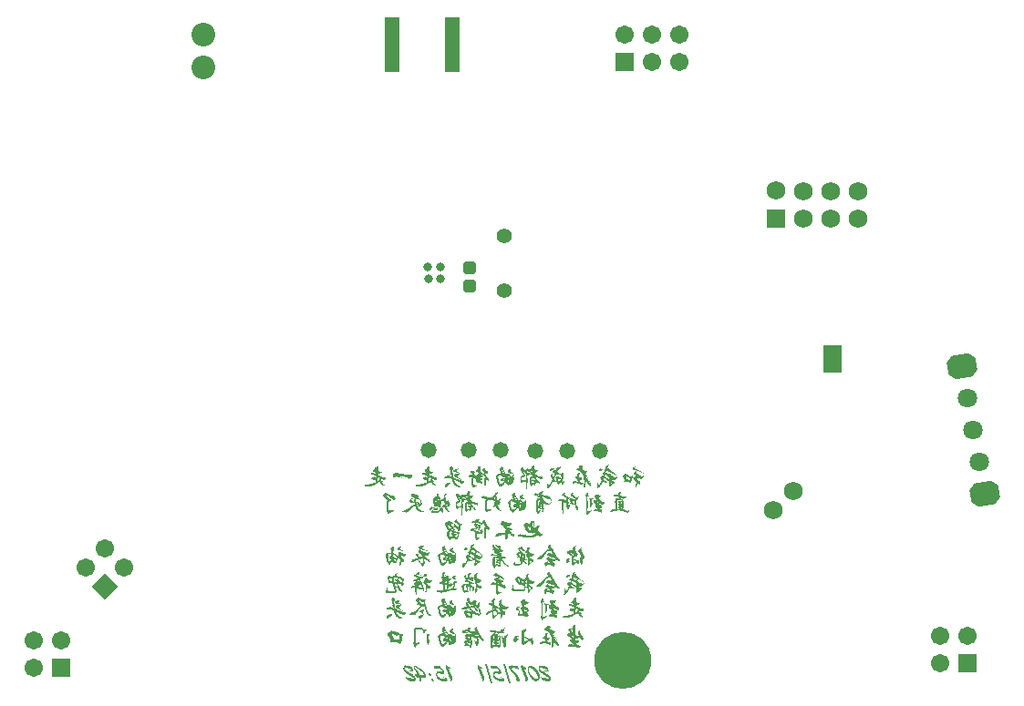
<source format=gbs>
G04 Layer_Color=16711935*
%FSLAX25Y25*%
%MOIN*%
G70*
G01*
G75*
%ADD53R,0.07000X0.10000*%
G04:AMPARAMS|DCode=69|XSize=47.37mil|YSize=43.43mil|CornerRadius=5.77mil|HoleSize=0mil|Usage=FLASHONLY|Rotation=0.000|XOffset=0mil|YOffset=0mil|HoleType=Round|Shape=RoundedRectangle|*
%AMROUNDEDRECTD69*
21,1,0.04737,0.03189,0,0,0.0*
21,1,0.03583,0.04343,0,0,0.0*
1,1,0.01154,0.01791,-0.01595*
1,1,0.01154,-0.01791,-0.01595*
1,1,0.01154,-0.01791,0.01595*
1,1,0.01154,0.01791,0.01595*
%
%ADD69ROUNDEDRECTD69*%
%ADD72R,0.05524X0.20485*%
%ADD78C,0.02369*%
%ADD79C,0.06706*%
%ADD80R,0.06706X0.06706*%
%ADD81P,0.09483X4X90.0*%
%ADD82C,0.08674*%
%ADD83R,0.06706X0.06706*%
%ADD84R,0.06800X0.06800*%
%ADD85C,0.06800*%
G04:AMPARAMS|DCode=86|XSize=106.42mil|YSize=86.74mil|CornerRadius=0mil|HoleSize=0mil|Usage=FLASHONLY|Rotation=10.000|XOffset=0mil|YOffset=0mil|HoleType=Round|Shape=Octagon|*
%AMOCTAGOND86*
4,1,8,0.05617,-0.01212,0.04864,0.03060,0.02352,0.04819,-0.03858,0.03724,-0.05617,0.01212,-0.04864,-0.03060,-0.02352,-0.04819,0.03858,-0.03724,0.05617,-0.01212,0.0*
%
%ADD86OCTAGOND86*%

%ADD87C,0.07099*%
%ADD88C,0.05524*%
%ADD89C,0.20800*%
%ADD90C,0.05800*%
%ADD91C,0.03162*%
G36*
X343822Y182072D02*
X343851Y182062D01*
X343870Y182053D01*
X343890Y182024D01*
Y182014D01*
X343880Y181966D01*
X343861Y181918D01*
X343842Y181889D01*
X343832Y181870D01*
X343755Y181764D01*
X343678Y181668D01*
X343621Y181582D01*
X343572Y181505D01*
X343534Y181447D01*
X343505Y181399D01*
X343486Y181370D01*
X343476Y181361D01*
X343563Y181293D01*
X343640Y181226D01*
X343707Y181168D01*
X343765Y181120D01*
X343851Y181034D01*
X343909Y180967D01*
X343947Y180919D01*
X343967Y180890D01*
X343976Y180870D01*
Y180861D01*
X343967Y180832D01*
X343947Y180813D01*
X343890Y180794D01*
X343832Y180784D01*
X343803D01*
X343640Y180794D01*
X343486Y180803D01*
X343332Y180822D01*
X343188Y180851D01*
X343063Y180870D01*
X342977Y180890D01*
X342938Y180899D01*
X342910D01*
X342900Y180909D01*
X342890D01*
X342804Y180938D01*
X342727Y180967D01*
X342660Y180995D01*
X342602Y181034D01*
X342515Y181101D01*
X342458Y181168D01*
X342429Y181236D01*
X342410Y181293D01*
X342400Y181332D01*
Y181341D01*
X342410Y181409D01*
X342419Y181466D01*
X342477Y181582D01*
X342506Y181630D01*
X342525Y181668D01*
X342544Y181697D01*
X342554Y181707D01*
X342612Y181774D01*
X342679Y181841D01*
X342746Y181889D01*
X342804Y181928D01*
X342861Y181956D01*
X342910Y181976D01*
X342938Y181995D01*
X342948D01*
X343044Y182024D01*
X343169Y182043D01*
X343294Y182062D01*
X343428Y182072D01*
X343544Y182081D01*
X343784D01*
X343822Y182072D01*
D02*
G37*
G36*
X372460Y222516D02*
X372508Y222506D01*
X372585Y222468D01*
X372642Y222420D01*
X372652Y222410D01*
X372662Y222401D01*
X372719Y222324D01*
X372748Y222266D01*
X372758Y222218D01*
Y222209D01*
X372748Y222161D01*
X372739Y222112D01*
X372729Y222074D01*
Y222064D01*
X372710Y222016D01*
X372690Y221997D01*
X372671Y221988D01*
X372652Y221997D01*
X372633Y222016D01*
X372614Y222036D01*
Y222045D01*
X372585Y222084D01*
X372566Y222093D01*
X372546Y222103D01*
X372537D01*
X372498Y222093D01*
X372469Y222084D01*
X372460Y222074D01*
X372450Y222064D01*
X372431Y222045D01*
X372421Y222016D01*
Y222007D01*
Y221997D01*
X372431Y221853D01*
X372441Y221699D01*
X372460Y221555D01*
X372479Y221430D01*
X372508Y221324D01*
X372527Y221238D01*
X372537Y221180D01*
X372546Y221171D01*
Y221161D01*
X372719Y221084D01*
X372873Y221007D01*
X373017Y220950D01*
X373132Y220892D01*
X373238Y220854D01*
X373334Y220815D01*
X373411Y220786D01*
X373478Y220758D01*
X373527Y220738D01*
X373574Y220729D01*
X373632Y220709D01*
X373661Y220700D01*
X373671D01*
X373719Y220709D01*
X373757Y220738D01*
X373786Y220767D01*
X373796Y220777D01*
X373834Y220825D01*
X373863Y220844D01*
X373872Y220854D01*
X373892D01*
X373901Y220844D01*
Y220834D01*
Y220825D01*
X373892Y220767D01*
X373853Y220690D01*
X373805Y220594D01*
X373747Y220498D01*
X373690Y220402D01*
X373642Y220325D01*
X373603Y220267D01*
X373594Y220258D01*
Y220248D01*
X373536Y220171D01*
X373469Y220094D01*
X373334Y219979D01*
X373200Y219902D01*
X373075Y219835D01*
X372959Y219796D01*
X372873Y219777D01*
X372835D01*
X372806Y219768D01*
X372786D01*
X372815Y219652D01*
X372854Y219566D01*
X372883Y219479D01*
X372912Y219422D01*
X372940Y219374D01*
X372969Y219335D01*
X372979Y219316D01*
X372988Y219306D01*
X373046Y219249D01*
X373123Y219181D01*
X373219Y219114D01*
X373306Y219047D01*
X373392Y218989D01*
X373469Y218941D01*
X373517Y218903D01*
X373527Y218893D01*
X373536D01*
X373699Y218797D01*
X373853Y218711D01*
X373997Y218634D01*
X374132Y218576D01*
X374247Y218518D01*
X374334Y218480D01*
X374391Y218461D01*
X374401Y218451D01*
X374411D01*
X374564Y218393D01*
X374709Y218355D01*
X374843Y218317D01*
X374949Y218297D01*
X375035Y218288D01*
X375093Y218278D01*
X375151D01*
X375458Y218307D01*
X375516Y218297D01*
X375564Y218288D01*
X375583Y218268D01*
X375593Y218259D01*
X375612Y218220D01*
X375622Y218163D01*
Y218115D01*
Y218105D01*
Y218095D01*
Y217961D01*
X375612Y217836D01*
X375593Y217730D01*
X375573Y217644D01*
X375545Y217567D01*
X375516Y217509D01*
X375487Y217452D01*
X375458Y217413D01*
X375400Y217355D01*
X375343Y217327D01*
X375304Y217317D01*
X375295D01*
X375199Y217336D01*
X375112Y217365D01*
X375074Y217384D01*
X375045Y217394D01*
X375026Y217413D01*
X375016D01*
X374901Y217480D01*
X374776Y217548D01*
X374632Y217634D01*
X374487Y217711D01*
X374170Y217884D01*
X373853Y218047D01*
X373709Y218124D01*
X373565Y218201D01*
X373440Y218268D01*
X373334Y218326D01*
X373238Y218374D01*
X373171Y218413D01*
X373132Y218432D01*
X373113Y218442D01*
X373104Y218393D01*
X373094Y218345D01*
Y218307D01*
Y218288D01*
Y218240D01*
X373104Y218192D01*
X373132Y218067D01*
X373142Y218009D01*
X373161Y217961D01*
X373171Y217922D01*
Y217913D01*
X373267Y217778D01*
X373363Y217653D01*
X373450Y217538D01*
X373527Y217432D01*
X373594Y217336D01*
X373651Y217250D01*
X373757Y217115D01*
X373844Y217010D01*
X373892Y216942D01*
X373930Y216894D01*
X373940Y216885D01*
X374113Y216692D01*
X374199Y216616D01*
X374286Y216548D01*
X374353Y216481D01*
X374411Y216443D01*
X374449Y216414D01*
X374459Y216404D01*
X374478Y216443D01*
X374497Y216462D01*
X374516Y216471D01*
X374526D01*
X374555Y216462D01*
X374584Y216433D01*
X374603Y216394D01*
X374622Y216356D01*
X374641Y216308D01*
X374660Y216270D01*
X374670Y216241D01*
Y216231D01*
X374699Y216068D01*
X374718Y215991D01*
Y215933D01*
X374728Y215876D01*
Y215837D01*
Y215808D01*
Y215799D01*
Y215731D01*
X374709Y215683D01*
X374699Y215655D01*
X374680Y215635D01*
X374651Y215606D01*
X374632D01*
X374584Y215616D01*
X374516Y215655D01*
X374439Y215712D01*
X374363Y215770D01*
X374295Y215828D01*
X374238Y215885D01*
X374199Y215924D01*
X374180Y215933D01*
X374113Y216001D01*
X374036Y216077D01*
X373882Y216241D01*
X373728Y216423D01*
X373584Y216596D01*
X373450Y216760D01*
X373392Y216837D01*
X373344Y216894D01*
X373306Y216952D01*
X373277Y216990D01*
X373257Y217010D01*
X373248Y217019D01*
Y216875D01*
X373238Y216750D01*
Y216625D01*
X373229Y216519D01*
Y216423D01*
X373219Y216347D01*
Y216270D01*
X373209Y216202D01*
X373200Y216106D01*
Y216039D01*
X373190Y216001D01*
Y215991D01*
X373171Y215904D01*
X373132Y215818D01*
X373094Y215722D01*
X373056Y215635D01*
X373017Y215568D01*
X372988Y215510D01*
X372969Y215462D01*
X372959Y215453D01*
X372892Y215347D01*
X372844Y215280D01*
X372806Y215222D01*
X372777Y215184D01*
X372758Y215164D01*
X372739Y215155D01*
X372729Y215145D01*
X372710Y215164D01*
X372700Y215203D01*
X372690Y215270D01*
Y215337D01*
X372681Y215405D01*
Y215472D01*
Y215510D01*
Y215530D01*
X372585Y215520D01*
X372508Y215510D01*
X372383D01*
X372316Y215520D01*
X372152Y215539D01*
X372085D01*
X372018Y215549D01*
X371979Y215559D01*
X371960D01*
X371874Y215443D01*
X371797Y215337D01*
X371739Y215241D01*
X371691Y215164D01*
X371662Y215088D01*
X371633Y215039D01*
X371614Y215001D01*
Y214991D01*
X371576Y214905D01*
X371547Y214838D01*
X371518Y214799D01*
X371489Y214761D01*
X371470Y214742D01*
X371460Y214732D01*
X371451D01*
X371431Y214742D01*
X371403Y214761D01*
X371384Y214790D01*
X371355Y214838D01*
X371297Y214934D01*
X371239Y215059D01*
X371182Y215174D01*
X371143Y215280D01*
X371124Y215318D01*
X371114Y215347D01*
X371105Y215366D01*
Y215376D01*
X371018Y215626D01*
X370961Y215895D01*
X370913Y216154D01*
X370884Y216404D01*
X370874Y216519D01*
X370865Y216625D01*
Y216712D01*
X370855Y216798D01*
Y216865D01*
Y216914D01*
Y216942D01*
Y216952D01*
Y217087D01*
Y217211D01*
X370865Y217327D01*
X370874Y217432D01*
X370884Y217529D01*
Y217615D01*
X370903Y217759D01*
X370922Y217865D01*
X370941Y217942D01*
X370951Y217990D01*
X370961Y217999D01*
X371009Y218105D01*
X371057Y218192D01*
X371114Y218268D01*
X371172Y218326D01*
X371220Y218374D01*
X371268Y218403D01*
X371297Y218422D01*
X371307Y218432D01*
X371393Y218480D01*
X371489Y218509D01*
X371576Y218538D01*
X371653Y218547D01*
X371720Y218557D01*
X371768Y218566D01*
X371816D01*
X371874Y218557D01*
X371922Y218547D01*
X371999Y218490D01*
X372046Y218442D01*
X372066Y218422D01*
Y218413D01*
X372104Y218365D01*
X372143Y218326D01*
X372181Y218297D01*
X372210Y218288D01*
X372268Y218268D01*
X372296D01*
X372181Y218432D01*
X372066Y218586D01*
X371960Y218711D01*
X371864Y218826D01*
X371778Y218922D01*
X371720Y218989D01*
X371672Y219028D01*
X371662Y219047D01*
X371508Y219066D01*
X371364Y219085D01*
X371230Y219105D01*
X371114Y219124D01*
X370999Y219133D01*
X370903Y219143D01*
X370816Y219153D01*
X370740D01*
X370663Y219162D01*
X370605D01*
X370519Y219172D01*
X370451D01*
Y219085D01*
X370442Y219008D01*
Y218941D01*
Y218883D01*
X370432Y218797D01*
X370423Y218739D01*
X370413Y218701D01*
Y218682D01*
X370403Y218672D01*
X370394Y218682D01*
X370384Y218691D01*
X370365Y218749D01*
X370336Y218826D01*
X370317Y218912D01*
X370288Y218999D01*
X370278Y219066D01*
X370259Y219124D01*
Y219133D01*
Y219143D01*
X370182Y219153D01*
X370000D01*
X369990Y219143D01*
X369980D01*
X369990Y219076D01*
X370000Y218999D01*
X370009Y218893D01*
X370019Y218778D01*
X370028Y218653D01*
X370038Y218518D01*
X370048Y218249D01*
X370057Y218115D01*
Y217990D01*
Y217875D01*
X370067Y217778D01*
Y217692D01*
Y217625D01*
Y217586D01*
Y217567D01*
X370134Y217682D01*
X370192Y217759D01*
X370240Y217817D01*
X370278Y217865D01*
X370307Y217884D01*
X370326Y217894D01*
X370346Y217903D01*
X370365D01*
X370374Y217884D01*
X370384Y217855D01*
X370394Y217817D01*
Y217807D01*
Y217798D01*
X370384Y217644D01*
X370346Y217509D01*
X370298Y217394D01*
X370240Y217298D01*
X370182Y217211D01*
X370134Y217154D01*
X370096Y217115D01*
X370086Y217106D01*
Y216846D01*
X370076Y216606D01*
X370067Y216366D01*
X370057Y216145D01*
Y215933D01*
X370048Y215731D01*
X370038Y215549D01*
X370028Y215376D01*
X370019Y215222D01*
X370009Y215088D01*
X370000Y214963D01*
X369990Y214867D01*
Y214790D01*
X369980Y214732D01*
Y214694D01*
Y214684D01*
X369961Y214501D01*
X369942Y214338D01*
X369923Y214204D01*
X369903Y214088D01*
X369884Y213982D01*
X369855Y213896D01*
X369836Y213829D01*
X369817Y213781D01*
X369798Y213733D01*
X369779Y213704D01*
X369750Y213665D01*
X369730Y213646D01*
X369721D01*
X369692Y213656D01*
X369663Y213675D01*
X369625Y213742D01*
X369596Y213809D01*
X369586Y213829D01*
Y213838D01*
X369577Y213877D01*
X369567Y213934D01*
X369548Y214069D01*
X369529Y214223D01*
X369519Y214396D01*
X369510Y214549D01*
X369500Y214617D01*
Y214674D01*
X369490Y214732D01*
Y214770D01*
Y214790D01*
Y214799D01*
X369471Y215097D01*
X369461Y215414D01*
X369452Y215731D01*
X369442Y216029D01*
X369433Y216164D01*
Y216289D01*
Y216394D01*
X369423Y216500D01*
Y216577D01*
Y216635D01*
Y216673D01*
Y216683D01*
X369279Y216616D01*
X369144Y216567D01*
X369010Y216519D01*
X368895Y216491D01*
X368798Y216462D01*
X368722Y216443D01*
X368673Y216433D01*
X368654D01*
X368568Y216414D01*
X368510Y216394D01*
X368462Y216375D01*
X368452Y216366D01*
X368414Y216347D01*
X368375Y216308D01*
X368289Y216231D01*
X368251Y216193D01*
X368212Y216164D01*
X368193Y216145D01*
X368183Y216135D01*
X368116Y216077D01*
X368058Y216039D01*
X368010Y216001D01*
X367972Y215981D01*
X367924Y215962D01*
X367914D01*
X367885Y215972D01*
X367866Y215981D01*
X367828Y216020D01*
X367809Y216058D01*
X367799Y216077D01*
X367780Y216135D01*
X367741Y216212D01*
X367712Y216298D01*
X367674Y216385D01*
X367645Y216471D01*
X367616Y216539D01*
X367597Y216587D01*
X367587Y216606D01*
X367530Y216750D01*
X367491Y216875D01*
X367463Y216981D01*
X367443Y217058D01*
X367434Y217125D01*
X367424Y217163D01*
Y217192D01*
Y217202D01*
Y217279D01*
X367434Y217375D01*
X367463Y217577D01*
X367482Y217663D01*
X367501Y217730D01*
X367511Y217778D01*
Y217798D01*
X367540Y217942D01*
X367578Y218076D01*
X367607Y218182D01*
X367645Y218278D01*
X367674Y218345D01*
X367703Y218403D01*
X367712Y218432D01*
X367722Y218442D01*
X367780Y218528D01*
X367866Y218605D01*
X367953Y218672D01*
X368049Y218730D01*
X368135Y218768D01*
X368203Y218807D01*
X368251Y218826D01*
X368260Y218835D01*
X368270D01*
X368356Y218874D01*
X368414Y218912D01*
X368462Y218941D01*
X368491Y218970D01*
X368510Y218989D01*
X368520Y219008D01*
Y219018D01*
Y219037D01*
X368500Y219066D01*
X368491Y219114D01*
X368462Y219162D01*
X368414Y219287D01*
X368347Y219431D01*
X368279Y219566D01*
X368231Y219681D01*
X368203Y219729D01*
X368193Y219768D01*
X368174Y219787D01*
Y219796D01*
X368106Y219931D01*
X368049Y220046D01*
X368001Y220152D01*
X367953Y220238D01*
X367905Y220325D01*
X367866Y220392D01*
X367837Y220450D01*
X367809Y220508D01*
X367760Y220585D01*
X367722Y220633D01*
X367712Y220652D01*
X367703Y220661D01*
X367664Y220719D01*
X367626Y220777D01*
X367597Y220902D01*
X367587Y220959D01*
X367578Y221007D01*
Y221036D01*
Y221046D01*
X367587Y221228D01*
X367607Y221296D01*
X367645Y221363D01*
X367703Y221421D01*
X367760Y221469D01*
X367818Y221507D01*
X367866Y221536D01*
X367905Y221555D01*
X367914Y221565D01*
X368020Y221613D01*
X368106Y221651D01*
X368183Y221680D01*
X368241Y221699D01*
X368289Y221709D01*
X368318Y221719D01*
X368347D01*
X368395Y221709D01*
X368424Y221699D01*
X368481Y221642D01*
X368520Y221594D01*
X368529Y221574D01*
Y221565D01*
X368558Y221497D01*
X368606Y221421D01*
X368654Y221344D01*
X368712Y221267D01*
X368770Y221199D01*
X368818Y221142D01*
X368856Y221103D01*
X368866Y221084D01*
X368971Y220978D01*
X369068Y220882D01*
X369144Y220815D01*
X369221Y220758D01*
X369279Y220709D01*
X369317Y220681D01*
X369346Y220671D01*
X369356Y220661D01*
X369394Y220758D01*
X369433Y220844D01*
X369471Y220921D01*
X369510Y220988D01*
X369548Y221046D01*
X369577Y221084D01*
X369596Y221103D01*
X369606Y221113D01*
X369663Y221180D01*
X369721Y221228D01*
X369788Y221257D01*
X369836Y221286D01*
X369884Y221296D01*
X369923Y221305D01*
X370009D01*
X370048Y221296D01*
X370067Y221286D01*
X370076D01*
X370134Y221267D01*
X370144Y221257D01*
X370153Y221248D01*
X370173Y221209D01*
X370201Y221161D01*
X370211Y221123D01*
X370221Y221113D01*
Y221103D01*
X370240Y221027D01*
X370250Y220978D01*
X370259Y220950D01*
Y220940D01*
X370250Y220902D01*
X370230Y220863D01*
X370221Y220834D01*
X370211Y220825D01*
X370182Y220758D01*
X370173Y220690D01*
X370163Y220633D01*
Y220613D01*
Y220604D01*
Y220565D01*
Y220517D01*
X370173Y220460D01*
Y220392D01*
X370192Y220248D01*
X370201Y220085D01*
X370221Y219931D01*
X370230Y219864D01*
X370240Y219806D01*
Y219758D01*
X370250Y219720D01*
Y219691D01*
Y219681D01*
X370365Y219720D01*
X370461Y219748D01*
X370538Y219768D01*
X370595Y219796D01*
X370643Y219816D01*
X370672Y219825D01*
X370682Y219835D01*
X370691D01*
X370730Y219864D01*
X370749Y219883D01*
X370788Y219941D01*
X370797Y219979D01*
Y219989D01*
X370749Y220056D01*
X370711Y220104D01*
X370672Y220152D01*
X370653Y220171D01*
X370615Y220200D01*
X370605Y220210D01*
X370509Y220258D01*
X370442Y220306D01*
X370403Y220354D01*
X370384Y220373D01*
X370326Y220479D01*
X370298Y220594D01*
X370288Y220642D01*
Y220681D01*
Y220709D01*
Y220719D01*
X370298Y220806D01*
X370317Y220873D01*
X370355Y220940D01*
X370384Y220988D01*
X370423Y221027D01*
X370461Y221055D01*
X370480Y221075D01*
X370490Y221084D01*
X370557Y221132D01*
X370624Y221171D01*
X370672Y221190D01*
X370720Y221209D01*
X370759Y221219D01*
X370788Y221228D01*
X370807D01*
X370855Y221219D01*
X370893Y221180D01*
X370941Y221132D01*
X370970Y221075D01*
X370999Y221007D01*
X371028Y220959D01*
X371038Y220921D01*
X371047Y220911D01*
X371143Y220681D01*
X371191Y220585D01*
X371239Y220498D01*
X371278Y220421D01*
X371316Y220363D01*
X371335Y220325D01*
X371345Y220315D01*
X371422Y220191D01*
X371528Y220046D01*
X371653Y219893D01*
X371778Y219729D01*
X371893Y219585D01*
X371941Y219518D01*
X371989Y219470D01*
X372018Y219422D01*
X372046Y219383D01*
X372066Y219364D01*
X372075Y219354D01*
X372123D01*
X372152Y219345D01*
X372171Y219335D01*
X372181D01*
X372143Y219508D01*
X372095Y219681D01*
X372056Y219835D01*
X372008Y219970D01*
X371970Y220094D01*
X371941Y220181D01*
X371922Y220238D01*
X371912Y220248D01*
Y220258D01*
X371826Y220363D01*
X371749Y220440D01*
X371681Y220508D01*
X371633Y220556D01*
X371604Y220594D01*
X371576Y220613D01*
X371556Y220633D01*
X371480Y220690D01*
X371393Y220729D01*
X371335Y220758D01*
X371316Y220767D01*
X371307D01*
X371249Y220786D01*
X371211Y220806D01*
X371182Y220834D01*
X371162Y220854D01*
X371143Y220892D01*
Y220911D01*
X371153Y220959D01*
X371162Y221007D01*
X371211Y221113D01*
X371239Y221161D01*
X371268Y221199D01*
X371278Y221228D01*
X371287Y221238D01*
X371345Y221315D01*
X371403Y221382D01*
X371470Y221440D01*
X371528Y221488D01*
X371576Y221526D01*
X371614Y221546D01*
X371643Y221565D01*
X371653D01*
X371662Y221709D01*
X371691Y221834D01*
X371720Y221949D01*
X371758Y222045D01*
X371806Y222122D01*
X371835Y222189D01*
X371864Y222228D01*
X371874Y222237D01*
X371960Y222334D01*
X372046Y222401D01*
X372133Y222458D01*
X372219Y222487D01*
X372296Y222506D01*
X372354Y222526D01*
X372402D01*
X372460Y222516D01*
D02*
G37*
G36*
X378111Y183465D02*
X378130Y183456D01*
X378140Y183436D01*
Y183427D01*
X378130Y183369D01*
Y183340D01*
Y183331D01*
X378120Y183283D01*
X378111Y183225D01*
Y183186D01*
Y183177D01*
Y183167D01*
X378120Y183129D01*
X378140Y183090D01*
X378197Y183004D01*
X378255Y182946D01*
X378274Y182927D01*
X378284Y182917D01*
X378351Y182860D01*
X378418Y182783D01*
X378543Y182639D01*
X378591Y182571D01*
X378639Y182514D01*
X378668Y182475D01*
X378678Y182466D01*
X378764Y182341D01*
X378860Y182187D01*
X378966Y182033D01*
X379062Y181870D01*
X379139Y181726D01*
X379216Y181610D01*
X379235Y181572D01*
X379255Y181534D01*
X379274Y181514D01*
Y181505D01*
X379341Y181380D01*
X379418Y181236D01*
X379581Y180938D01*
X379745Y180640D01*
X379898Y180351D01*
X379966Y180217D01*
X380033Y180092D01*
X380090Y179977D01*
X380148Y179881D01*
X380187Y179804D01*
X380216Y179736D01*
X380235Y179698D01*
X380244Y179688D01*
X380263Y179650D01*
X380292Y179602D01*
X380340Y179535D01*
X380388Y179467D01*
X380494Y179304D01*
X380619Y179141D01*
X380734Y178977D01*
X380792Y178900D01*
X380840Y178843D01*
X380879Y178785D01*
X380907Y178747D01*
X380927Y178718D01*
X380936Y178708D01*
X381042Y178564D01*
X381148Y178439D01*
X381234Y178324D01*
X381311Y178228D01*
X381378Y178141D01*
X381436Y178074D01*
X381484Y178016D01*
X381522Y177968D01*
X381590Y177891D01*
X381628Y177853D01*
X381647Y177834D01*
X381657Y177824D01*
X381695Y177795D01*
X381715Y177776D01*
X381753Y177718D01*
X381763Y177690D01*
Y177670D01*
X381753Y177641D01*
X381744Y177613D01*
X381686Y177555D01*
X381638Y177517D01*
X381628Y177497D01*
X381618D01*
X381513Y177440D01*
X381417Y177411D01*
X381359Y177401D01*
X381340D01*
X381282Y177411D01*
X381196Y177449D01*
X381109Y177497D01*
X381023Y177565D01*
X380936Y177622D01*
X380869Y177670D01*
X380821Y177709D01*
X380802Y177718D01*
X380648Y177853D01*
X380504Y177988D01*
X380360Y178141D01*
X380235Y178285D01*
X380139Y178410D01*
X380052Y178516D01*
X380023Y178554D01*
X380004Y178583D01*
X379985Y178603D01*
Y178612D01*
X379831Y178833D01*
X379687Y179064D01*
X379552Y179285D01*
X379437Y179496D01*
X379341Y179679D01*
X379293Y179756D01*
X379264Y179823D01*
X379235Y179871D01*
X379216Y179919D01*
X379197Y179938D01*
Y179948D01*
X379120Y179910D01*
X379062Y179861D01*
X379005Y179823D01*
X378966Y179785D01*
X378928Y179756D01*
X378908Y179727D01*
X378889Y179717D01*
Y179708D01*
X378832Y179631D01*
X378803Y179583D01*
X378793Y179554D01*
Y179544D01*
X378803Y179516D01*
X378812Y179496D01*
X378832Y179487D01*
X378841Y179477D01*
X378976Y179371D01*
X379101Y179285D01*
X379216Y179189D01*
X379322Y179112D01*
X379418Y179035D01*
X379504Y178968D01*
X379648Y178843D01*
X379754Y178756D01*
X379831Y178689D01*
X379870Y178641D01*
X379889Y178631D01*
X379985Y178526D01*
X380052Y178429D01*
X380110Y178343D01*
X380139Y178276D01*
X380158Y178218D01*
X380167Y178170D01*
X380177Y178141D01*
Y178132D01*
X380167Y178045D01*
X380139Y177968D01*
X380090Y177882D01*
X380043Y177805D01*
X380004Y177738D01*
X379956Y177680D01*
X379927Y177641D01*
X379918Y177632D01*
X379802Y177536D01*
X379687Y177469D01*
X379552Y177411D01*
X379427Y177382D01*
X379322Y177363D01*
X379235Y177353D01*
X379168Y177344D01*
X379072D01*
X379005Y177353D01*
X378937D01*
X378966Y177286D01*
X379014Y177228D01*
X379110Y177103D01*
X379158Y177055D01*
X379197Y177017D01*
X379226Y176998D01*
X379235Y176988D01*
X379312Y176930D01*
X379379Y176882D01*
X379437Y176844D01*
X379495Y176815D01*
X379533Y176796D01*
X379562Y176786D01*
X379572Y176777D01*
X379581D01*
X379668Y176748D01*
X379725Y176709D01*
X379773Y176681D01*
X379783Y176661D01*
X379821Y176584D01*
X379841Y176517D01*
X379850Y176460D01*
Y176440D01*
Y176431D01*
X379841Y176344D01*
X379821Y176248D01*
X379793Y176152D01*
X379754Y176056D01*
X379716Y175969D01*
X379687Y175902D01*
X379668Y175864D01*
X379658Y175844D01*
X379581Y175719D01*
X379504Y175633D01*
X379437Y175566D01*
X379370Y175527D01*
X379312Y175498D01*
X379274Y175489D01*
X379245Y175479D01*
X379235D01*
X379178Y175489D01*
X379101Y175508D01*
X379033Y175547D01*
X378957Y175585D01*
X378899Y175623D01*
X378841Y175662D01*
X378803Y175681D01*
X378793Y175691D01*
X378563Y175835D01*
X378457Y175883D01*
X378351Y175931D01*
X378265Y175969D01*
X378188Y175998D01*
X378149Y176008D01*
X378130Y176017D01*
X377976Y176056D01*
X377803Y176094D01*
X377621Y176133D01*
X377438Y176162D01*
X377275Y176181D01*
X377207Y176190D01*
X377150Y176200D01*
X377092D01*
X377054Y176210D01*
X377025D01*
X376977Y176066D01*
X376929Y175950D01*
X376881Y175844D01*
X376833Y175748D01*
X376785Y175672D01*
X376737Y175604D01*
X376698Y175556D01*
X376650Y175508D01*
X376583Y175450D01*
X376525Y175422D01*
X376487Y175412D01*
X376477D01*
X376410Y175431D01*
X376352Y175479D01*
X376304Y175537D01*
X376256Y175614D01*
X376227Y175691D01*
X376208Y175748D01*
X376189Y175796D01*
Y175816D01*
X376150Y175960D01*
X376131Y176085D01*
X376112Y176190D01*
X376093Y176277D01*
Y176354D01*
X376083Y176402D01*
Y176431D01*
Y176440D01*
Y176517D01*
X376093Y176584D01*
Y176642D01*
X376102Y176690D01*
X376112Y176729D01*
Y176757D01*
X376122Y176767D01*
Y176777D01*
X376141Y176825D01*
X376170Y176873D01*
X376247Y176969D01*
X376275Y177007D01*
X376314Y177036D01*
X376333Y177055D01*
X376343Y177065D01*
X376419Y177132D01*
X376506Y177180D01*
X376660Y177276D01*
X376737Y177315D01*
X376794Y177344D01*
X376833Y177353D01*
X376842Y177363D01*
X377073Y177459D01*
X377179Y177488D01*
X377275Y177526D01*
X377361Y177545D01*
X377429Y177565D01*
X377467Y177584D01*
X377486D01*
X377400Y177690D01*
X377294Y177786D01*
X377169Y177872D01*
X377054Y177939D01*
X376948Y177997D01*
X376862Y178035D01*
X376794Y178055D01*
X376785Y178064D01*
X376775D01*
X376727Y178084D01*
X376689Y178112D01*
X376669Y178141D01*
X376650Y178180D01*
X376631Y178237D01*
Y178256D01*
Y178266D01*
X376641Y178333D01*
X376650Y178401D01*
X376698Y178516D01*
X376727Y178554D01*
X376756Y178593D01*
X376765Y178612D01*
X376775Y178622D01*
X376823Y178679D01*
X376871Y178727D01*
X376919Y178766D01*
X376958Y178795D01*
X377015Y178833D01*
X377025Y178843D01*
X377035D01*
X377111Y178891D01*
X377160Y178929D01*
X377188Y178968D01*
X377198Y178977D01*
X377236Y179025D01*
X377284Y179045D01*
X377332Y179054D01*
X377352D01*
X377438Y179045D01*
X377505Y179025D01*
X377563Y178997D01*
X377611Y178958D01*
X377650Y178920D01*
X377669Y178891D01*
X377688Y178872D01*
Y178862D01*
X377717Y178823D01*
X377755Y178785D01*
X377851Y178718D01*
X377890Y178689D01*
X377928Y178670D01*
X377947Y178651D01*
X377957D01*
X378005Y178631D01*
X378053Y178612D01*
X378188Y178564D01*
X378342Y178526D01*
X378495Y178478D01*
X378639Y178439D01*
X378707Y178429D01*
X378764Y178410D01*
X378812Y178401D01*
X378851Y178391D01*
X378870Y178382D01*
X378880D01*
X379005Y178353D01*
X379120Y178324D01*
X379226Y178305D01*
X379322Y178285D01*
X379399Y178266D01*
X379466Y178247D01*
X379523Y178237D01*
X379581Y178228D01*
X379658Y178218D01*
X379706Y178208D01*
X379735D01*
X379821Y178218D01*
X379879Y178228D01*
X379918Y178237D01*
X379927Y178247D01*
X379956Y178285D01*
X379975Y178324D01*
X379985Y178353D01*
Y178362D01*
X379975Y178391D01*
X379966Y178420D01*
X379908Y178487D01*
X379860Y178545D01*
X379850Y178554D01*
X379841Y178564D01*
X379783Y178612D01*
X379735Y178641D01*
X379648Y178679D01*
X379610Y178689D01*
X379581Y178699D01*
X379562D01*
X379341Y178670D01*
X379255Y178679D01*
X379168Y178699D01*
X378976Y178747D01*
X378889Y178776D01*
X378822Y178804D01*
X378774Y178814D01*
X378755Y178823D01*
X378591Y178891D01*
X378418Y178968D01*
X378236Y179054D01*
X378053Y179131D01*
X377900Y179208D01*
X377823Y179237D01*
X377765Y179266D01*
X377717Y179294D01*
X377678Y179304D01*
X377659Y179323D01*
X377650D01*
X377554Y179371D01*
X377467Y179410D01*
X377390Y179439D01*
X377323Y179458D01*
X377275Y179477D01*
X377236D01*
X377217Y179487D01*
X377207D01*
X377150Y179496D01*
X377102Y179506D01*
X377035Y179544D01*
X376996Y179573D01*
X376987Y179583D01*
X376948Y179650D01*
X376929Y179717D01*
X376919Y179775D01*
Y179785D01*
Y179794D01*
X376939Y179900D01*
X376977Y180006D01*
X377035Y180092D01*
X377102Y180169D01*
X377169Y180227D01*
X377227Y180275D01*
X377265Y180304D01*
X377284Y180313D01*
X377409Y180390D01*
X377515Y180448D01*
X377602Y180486D01*
X377678Y180515D01*
X377727Y180534D01*
X377765Y180544D01*
X377794D01*
X377890Y180534D01*
X377957Y180505D01*
X377996Y180467D01*
X378015Y180457D01*
X378044Y180428D01*
X378092Y180409D01*
X378149Y180380D01*
X378226Y180351D01*
X378303Y180332D01*
X378399Y180304D01*
X378591Y180255D01*
X378774Y180217D01*
X378860Y180198D01*
X378937Y180188D01*
X378995Y180178D01*
X379053Y180169D01*
X379082Y180159D01*
X379091D01*
X378966Y180419D01*
X378832Y180649D01*
X378707Y180870D01*
X378591Y181053D01*
X378486Y181207D01*
X378447Y181264D01*
X378409Y181322D01*
X378380Y181361D01*
X378361Y181389D01*
X378342Y181409D01*
Y181418D01*
X378120Y181380D01*
X377928Y181341D01*
X377775Y181303D01*
X377650Y181274D01*
X377554Y181245D01*
X377486Y181226D01*
X377438Y181207D01*
X377429D01*
X377323Y181178D01*
X377236Y181140D01*
X377169Y181101D01*
X377102Y181072D01*
X377054Y181044D01*
X377025Y181015D01*
X377006Y181005D01*
X376996Y180995D01*
X376939Y180947D01*
X376881Y180880D01*
X376775Y180755D01*
X376737Y180698D01*
X376698Y180649D01*
X376679Y180611D01*
X376669Y180601D01*
X376573Y180438D01*
X376477Y180284D01*
X376381Y180140D01*
X376295Y180006D01*
X376218Y179881D01*
X376141Y179765D01*
X376074Y179660D01*
X376006Y179563D01*
X375949Y179477D01*
X375901Y179400D01*
X375862Y179342D01*
X375824Y179294D01*
X375795Y179246D01*
X375776Y179218D01*
X375756Y179208D01*
Y179198D01*
X375622Y179025D01*
X375487Y178881D01*
X375372Y178756D01*
X375266Y178651D01*
X375180Y178574D01*
X375122Y178516D01*
X375074Y178478D01*
X375064Y178468D01*
X374940Y178391D01*
X374815Y178324D01*
X374690Y178266D01*
X374584Y178228D01*
X374488Y178199D01*
X374411Y178180D01*
X374363Y178170D01*
X374344D01*
X374200Y178151D01*
X374075Y178141D01*
X373969Y178122D01*
X373883D01*
X373806Y178112D01*
X373633D01*
X373556Y178122D01*
X373450Y178141D01*
X373363Y178170D01*
X373316Y178208D01*
X373277Y178247D01*
X373267Y178276D01*
X373258Y178295D01*
Y178305D01*
X373267Y178382D01*
X373306Y178458D01*
X373354Y178545D01*
X373402Y178622D01*
X373460Y178679D01*
X373508Y178737D01*
X373546Y178776D01*
X373556Y178785D01*
X373681Y178891D01*
X373834Y179006D01*
X373998Y179112D01*
X374152Y179208D01*
X374296Y179285D01*
X374363Y179323D01*
X374421Y179352D01*
X374459Y179381D01*
X374498Y179391D01*
X374517Y179410D01*
X374526D01*
X374622Y179467D01*
X374738Y179554D01*
X374863Y179650D01*
X374988Y179756D01*
X375103Y179852D01*
X375189Y179929D01*
X375228Y179957D01*
X375257Y179986D01*
X375266Y179996D01*
X375276Y180006D01*
X375459Y180178D01*
X375631Y180351D01*
X375776Y180505D01*
X375901Y180640D01*
X376006Y180755D01*
X376083Y180842D01*
X376131Y180899D01*
X376150Y180919D01*
X376295Y181082D01*
X376439Y181236D01*
X376573Y181370D01*
X376717Y181485D01*
X376852Y181591D01*
X376987Y181687D01*
X377121Y181764D01*
X377236Y181832D01*
X377352Y181889D01*
X377448Y181937D01*
X377544Y181966D01*
X377621Y181995D01*
X377678Y182024D01*
X377727Y182033D01*
X377755Y182043D01*
X377765D01*
X377640Y182149D01*
X377534Y182245D01*
X377448Y182322D01*
X377380Y182379D01*
X377332Y182427D01*
X377294Y182456D01*
X377284Y182475D01*
X377275Y182485D01*
X377236Y182533D01*
X377198Y182571D01*
X377169Y182639D01*
X377150Y182687D01*
Y182706D01*
Y182744D01*
X377169Y182792D01*
X377198Y182879D01*
X377217Y182917D01*
X377236Y182946D01*
X377246Y182966D01*
X377256Y182975D01*
X377304Y183042D01*
X377361Y183100D01*
X377505Y183206D01*
X377573Y183254D01*
X377630Y183283D01*
X377669Y183302D01*
X377678Y183311D01*
X377784Y183369D01*
X377871Y183407D01*
X377938Y183436D01*
X377996Y183456D01*
X378034Y183465D01*
X378053Y183475D01*
X378072D01*
X378111Y183465D01*
D02*
G37*
G36*
X370567Y182917D02*
X370625Y182908D01*
X370673Y182889D01*
X370682Y182879D01*
X370692D01*
X370730Y182860D01*
X370759Y182841D01*
X370788Y182812D01*
X370807Y182783D01*
Y182773D01*
X370798Y182735D01*
X370769Y182696D01*
X370750Y182677D01*
X370740Y182668D01*
X370663Y182620D01*
X370605Y182571D01*
X370548Y182523D01*
X370509Y182485D01*
X370480Y182456D01*
X370461Y182437D01*
X370442Y182427D01*
Y182418D01*
X370394Y182341D01*
X370365Y182264D01*
X370356Y182216D01*
Y182206D01*
Y182197D01*
X370442Y181034D01*
X370730Y180880D01*
X370990Y180726D01*
X371211Y180592D01*
X371393Y180476D01*
X371480Y180428D01*
X371547Y180380D01*
X371605Y180342D01*
X371663Y180313D01*
X371701Y180284D01*
X371730Y180265D01*
X371739Y180246D01*
X371749D01*
X371855Y180178D01*
X371941Y180131D01*
X372018Y180092D01*
X372085Y180073D01*
X372143Y180054D01*
X372182Y180044D01*
X372210D01*
X372278Y180054D01*
X372345Y180073D01*
X372393Y180082D01*
X372403Y180092D01*
X372412D01*
X372489Y180121D01*
X372556Y180131D01*
X372595Y180140D01*
X372614D01*
X372662Y180131D01*
X372691Y180121D01*
X372701Y180102D01*
Y180092D01*
X372691Y180044D01*
X372672Y179986D01*
X372652Y179938D01*
X372643Y179929D01*
Y179919D01*
X372575Y179823D01*
X372508Y179717D01*
X372470Y179669D01*
X372451Y179640D01*
X372431Y179612D01*
X372422Y179602D01*
X372297Y179467D01*
X372182Y179342D01*
X372133Y179294D01*
X372095Y179256D01*
X372076Y179237D01*
X372066Y179227D01*
X371999Y179169D01*
X371941Y179112D01*
X371893Y179073D01*
X371855Y179045D01*
X371807Y179016D01*
X371797Y179006D01*
X371749Y178987D01*
X371701Y178977D01*
X371663D01*
X371605Y178987D01*
X371547Y179006D01*
X371470Y179035D01*
X371384Y179073D01*
X371201Y179179D01*
X371019Y179294D01*
X370836Y179410D01*
X370759Y179467D01*
X370692Y179516D01*
X370634Y179554D01*
X370596Y179583D01*
X370567Y179602D01*
X370557Y179612D01*
X370577Y179323D01*
X370586Y179189D01*
X370596Y179064D01*
Y178958D01*
X370605Y178881D01*
Y178823D01*
Y178814D01*
Y178804D01*
X370750Y178708D01*
X370884Y178622D01*
X371009Y178545D01*
X371124Y178468D01*
X371220Y178401D01*
X371307Y178343D01*
X371393Y178285D01*
X371461Y178237D01*
X371567Y178151D01*
X371643Y178103D01*
X371691Y178064D01*
X371701Y178055D01*
X371797Y177968D01*
X371864Y177901D01*
X371922Y177834D01*
X371960Y177776D01*
X371989Y177728D01*
X372008Y177699D01*
X372018Y177680D01*
Y177670D01*
X372037Y177555D01*
X372047Y177459D01*
Y177411D01*
Y177382D01*
Y177363D01*
Y177353D01*
X372037Y177305D01*
X372018Y177267D01*
X371980Y177238D01*
X371941Y177219D01*
X371874Y177199D01*
X371845D01*
X371759Y177180D01*
X371663Y177142D01*
X371557Y177084D01*
X371461Y177017D01*
X371365Y176940D01*
X371288Y176882D01*
X371240Y176844D01*
X371220Y176825D01*
X371057Y176681D01*
X370894Y176517D01*
X370740Y176344D01*
X370605Y176190D01*
X370480Y176046D01*
X370384Y175931D01*
X370356Y175883D01*
X370327Y175854D01*
X370317Y175835D01*
X370308Y175825D01*
X370279Y175787D01*
X370250Y175768D01*
X370212Y175729D01*
X370192Y175719D01*
X370183D01*
X370163Y175729D01*
X370144Y175748D01*
X370135Y175787D01*
X370125Y175844D01*
X370106Y175960D01*
X370087Y176104D01*
Y176248D01*
X370077Y176373D01*
Y176421D01*
Y176460D01*
Y176479D01*
Y176488D01*
Y176796D01*
Y177084D01*
X370067Y177344D01*
Y177574D01*
X370058Y177786D01*
Y177978D01*
X370048Y178141D01*
X370039Y178295D01*
Y178420D01*
X370029Y178526D01*
Y178612D01*
X370019Y178689D01*
Y178737D01*
X370010Y178776D01*
Y178795D01*
Y178804D01*
X369875Y178977D01*
X369731Y179169D01*
X369596Y179362D01*
X369472Y179554D01*
X369356Y179717D01*
X369308Y179794D01*
X369270Y179852D01*
X369241Y179910D01*
X369212Y179948D01*
X369202Y179967D01*
X369193Y179977D01*
X369174Y180006D01*
X369154Y180015D01*
X369135Y180025D01*
X369116Y180015D01*
X369097Y179996D01*
X369077Y179929D01*
X369068Y179861D01*
Y179842D01*
Y179833D01*
X369077Y179736D01*
X369087Y179660D01*
X369097Y179592D01*
X369106Y179583D01*
Y179573D01*
X369154Y179391D01*
X369202Y179218D01*
X369241Y179054D01*
X369279Y178910D01*
X369308Y178776D01*
X369327Y178660D01*
X369347Y178554D01*
X369366Y178458D01*
X369375Y178382D01*
X369385Y178305D01*
X369395Y178247D01*
Y178199D01*
X369404Y178170D01*
Y178141D01*
Y178132D01*
Y178122D01*
X369395Y177920D01*
X369385Y177824D01*
X369375Y177738D01*
X369366Y177661D01*
X369356Y177603D01*
X369347Y177565D01*
Y177555D01*
X369289Y177344D01*
X369260Y177248D01*
X369231Y177171D01*
X369202Y177103D01*
X369183Y177055D01*
X369174Y177017D01*
X369164Y177007D01*
X369116Y176921D01*
X369068Y176844D01*
X369010Y176777D01*
X368972Y176729D01*
X368924Y176681D01*
X368895Y176652D01*
X368876Y176632D01*
X368866Y176623D01*
X368731Y176536D01*
X368607Y176479D01*
X368559Y176460D01*
X368520Y176440D01*
X368491Y176431D01*
X368482D01*
X368434Y176421D01*
X368376Y176411D01*
X368299Y176402D01*
X368213Y176392D01*
X368011Y176373D01*
X367809Y176354D01*
X367607Y176344D01*
X367521Y176335D01*
X367376D01*
X367319Y176325D01*
X367280D01*
X366925Y176306D01*
X366752D01*
X366598Y176296D01*
X366454D01*
X366319Y176286D01*
X366070D01*
X365973Y176277D01*
X365618D01*
X365387Y176286D01*
X365185Y176306D01*
X365012Y176335D01*
X364878Y176373D01*
X364763Y176402D01*
X364686Y176431D01*
X364647Y176450D01*
X364628Y176460D01*
X364522Y176527D01*
X364436Y176604D01*
X364378Y176671D01*
X364340Y176738D01*
X364320Y176805D01*
X364301Y176854D01*
Y176882D01*
Y176892D01*
Y176921D01*
X364311Y176969D01*
X364320Y177036D01*
X364340Y177103D01*
X364369Y177276D01*
X364407Y177449D01*
X364455Y177632D01*
X364474Y177709D01*
X364484Y177776D01*
X364503Y177834D01*
X364513Y177882D01*
X364522Y177911D01*
Y177920D01*
X364561Y178084D01*
X364599Y178228D01*
X364628Y178353D01*
X364657Y178478D01*
X364686Y178574D01*
X364705Y178660D01*
X364724Y178737D01*
X364743Y178804D01*
X364763Y178862D01*
X364772Y178910D01*
X364791Y178968D01*
X364811Y179006D01*
Y179016D01*
X364830Y179083D01*
X364859Y179131D01*
X364878Y179160D01*
X364887Y179189D01*
X364907Y179208D01*
X364916D01*
X364936Y179198D01*
X364945Y179169D01*
X364955Y179131D01*
Y179121D01*
Y178372D01*
X364964Y178228D01*
X364974Y178093D01*
X364984Y177978D01*
X365003Y177872D01*
X365012Y177786D01*
X365032Y177728D01*
X365041Y177680D01*
Y177670D01*
X365070Y177565D01*
X365089Y177488D01*
X365109Y177411D01*
X365137Y177363D01*
X365147Y177324D01*
X365166Y177296D01*
X365176Y177286D01*
Y177276D01*
X365233Y177219D01*
X365301Y177180D01*
X365358Y177151D01*
X365368Y177142D01*
X365378D01*
X365406Y177132D01*
X365445Y177123D01*
X365551Y177103D01*
X365666Y177084D01*
X365800Y177065D01*
X365916Y177055D01*
X366021Y177036D01*
X366060D01*
X366089Y177026D01*
X366118D01*
X366339Y177007D01*
X366550Y176998D01*
X366742Y176978D01*
X366925D01*
X367069Y176969D01*
X367482D01*
X367655Y176978D01*
X367799D01*
X367924Y176988D01*
X368011Y176998D01*
X368078D01*
X368126Y177007D01*
X368136D01*
X368241Y177026D01*
X368328Y177036D01*
X368395Y177055D01*
X368462Y177075D01*
X368511Y177094D01*
X368539Y177103D01*
X368559Y177113D01*
X368568D01*
X368664Y177171D01*
X368731Y177228D01*
X368770Y177267D01*
X368780Y177286D01*
X368799Y177344D01*
X368808Y177411D01*
X368828Y177565D01*
X368837Y177641D01*
Y177699D01*
Y177738D01*
Y177757D01*
X368828Y177891D01*
X368818Y178016D01*
X368799Y178141D01*
X368780Y178247D01*
X368760Y178333D01*
X368741Y178401D01*
X368722Y178439D01*
Y178458D01*
X368520Y178516D01*
X368318Y178574D01*
X368126Y178631D01*
X367944Y178679D01*
X367790Y178718D01*
X367723Y178737D01*
X367665Y178747D01*
X367617Y178756D01*
X367588Y178766D01*
X367569Y178776D01*
X367559D01*
X367444Y178804D01*
X367338Y178823D01*
X367242Y178852D01*
X367165Y178872D01*
X367021Y178900D01*
X366915Y178920D01*
X366848Y178939D01*
X366800D01*
X366771Y178948D01*
X366761D01*
X366713Y178958D01*
X366665Y178968D01*
X366608Y178997D01*
X366579Y179006D01*
X366569Y179016D01*
X366550Y179045D01*
X366540Y179073D01*
X366512Y179160D01*
X366502Y179208D01*
Y179246D01*
X366492Y179266D01*
Y179275D01*
X366464Y179362D01*
X366425Y179467D01*
X366368Y179573D01*
X366310Y179679D01*
X366252Y179775D01*
X366214Y179861D01*
X366175Y179910D01*
X366166Y179929D01*
X366060Y180082D01*
X365964Y180217D01*
X365877Y180332D01*
X365800Y180428D01*
X365743Y180496D01*
X365695Y180544D01*
X365666Y180573D01*
X365656Y180582D01*
X365608Y180640D01*
X365579Y180698D01*
X365570Y180736D01*
Y180755D01*
Y180794D01*
X365589Y180832D01*
X365618Y180909D01*
X365656Y180976D01*
X365666Y180986D01*
X365675Y180995D01*
X365714Y181053D01*
X365772Y181120D01*
X365887Y181245D01*
X365935Y181293D01*
X365983Y181341D01*
X366012Y181370D01*
X366021Y181380D01*
X366108Y181466D01*
X366185Y181524D01*
X366243Y181582D01*
X366291Y181620D01*
X366329Y181649D01*
X366358Y181668D01*
X366368Y181678D01*
X366377D01*
X366444Y181716D01*
X366512Y181735D01*
X366560Y181745D01*
X366579D01*
X366646Y181735D01*
X366713Y181716D01*
X366761Y181697D01*
X366771Y181687D01*
X366781D01*
X367617Y181274D01*
X367751Y181207D01*
X367867Y181149D01*
X367972Y181091D01*
X368068Y181044D01*
X368155Y181005D01*
X368232Y180967D01*
X368299Y180928D01*
X368347Y180899D01*
X368434Y180861D01*
X368491Y180822D01*
X368520Y180813D01*
X368530Y180803D01*
X368607Y180765D01*
X368703Y180745D01*
X368818Y180717D01*
X368933Y180707D01*
X369039Y180698D01*
X369126Y180688D01*
X369212D01*
X369174Y180803D01*
X369164Y180899D01*
X369154Y180928D01*
Y180957D01*
Y180976D01*
Y180986D01*
X369174Y181091D01*
X369202Y181178D01*
X369231Y181226D01*
X369250Y181245D01*
X369289Y181284D01*
X369327Y181303D01*
X369404Y181341D01*
X369462Y181351D01*
X369491D01*
X369587Y181341D01*
X369673Y181332D01*
X369741Y181313D01*
X369750Y181303D01*
X369760D01*
X369731Y181447D01*
X369712Y181562D01*
X369692Y181678D01*
X369673Y181774D01*
X369654Y181851D01*
X369644Y181928D01*
X369635Y181985D01*
X369625Y182033D01*
X369616Y182100D01*
X369606Y182149D01*
Y182168D01*
X369616Y182264D01*
X369654Y182350D01*
X369712Y182437D01*
X369769Y182514D01*
X369827Y182571D01*
X369885Y182629D01*
X369923Y182658D01*
X369933Y182668D01*
X370048Y182754D01*
X370154Y182821D01*
X370250Y182860D01*
X370336Y182898D01*
X370413Y182917D01*
X370461Y182927D01*
X370509D01*
X370567Y182917D01*
D02*
G37*
G36*
X348772Y183081D02*
X348839Y183071D01*
X348887Y183062D01*
X348897Y183052D01*
X348906D01*
X348993Y183033D01*
X349079Y183023D01*
X349271D01*
X349329Y183013D01*
X349367Y183004D01*
X349377Y182994D01*
X349406Y182975D01*
X349415Y182946D01*
X349425Y182917D01*
Y182908D01*
X349415Y182841D01*
X349387Y182773D01*
X349348Y182716D01*
X349310Y182658D01*
X349271Y182620D01*
X349233Y182581D01*
X349204Y182562D01*
X349194Y182552D01*
X349137Y182504D01*
X349098Y182466D01*
X349031Y182398D01*
X349002Y182350D01*
X348993Y182331D01*
X348954Y182254D01*
X348944Y182177D01*
X348935Y182139D01*
Y182110D01*
Y182091D01*
Y182081D01*
Y181956D01*
X348944Y181841D01*
X348954Y181793D01*
Y181755D01*
X348964Y181735D01*
Y181726D01*
X348973Y181668D01*
X348983Y181610D01*
X348993Y181572D01*
X349002Y181543D01*
X349012Y181505D01*
X349021Y181495D01*
X349060Y181466D01*
X349108Y181457D01*
X349156Y181447D01*
X349214D01*
X349242Y181438D01*
X349271Y181418D01*
X349290Y181399D01*
Y181389D01*
X349281Y181351D01*
X349252Y181303D01*
X349223Y181274D01*
X349214Y181255D01*
X349339Y181226D01*
X349435Y181197D01*
X349521Y181178D01*
X349579Y181159D01*
X349627Y181149D01*
X349665D01*
X349675Y181140D01*
X349685D01*
Y181236D01*
X349675Y181313D01*
Y181351D01*
Y181361D01*
X349665Y181418D01*
X349656Y181466D01*
Y181505D01*
Y181524D01*
X349665Y181601D01*
X349694Y181658D01*
X349732Y181707D01*
X349742Y181726D01*
X349771Y181764D01*
X349800Y181783D01*
X349857Y181822D01*
X349905Y181832D01*
X349925D01*
X349954Y181822D01*
X349982Y181803D01*
X350011Y181745D01*
X350021Y181678D01*
Y181658D01*
Y181649D01*
Y181582D01*
Y181534D01*
Y181447D01*
X350030Y181409D01*
Y181389D01*
X350050Y181332D01*
X350069Y181274D01*
X350098Y181226D01*
X350107Y181216D01*
Y181207D01*
X350155Y181130D01*
X350194Y181082D01*
X350232Y181044D01*
X350242Y181034D01*
X350261Y181005D01*
X350280Y180967D01*
X350300Y180880D01*
X350309Y180832D01*
Y180803D01*
Y180774D01*
Y180765D01*
X350300Y180688D01*
X350290Y180601D01*
X350232Y180438D01*
X350213Y180371D01*
X350184Y180313D01*
X350175Y180275D01*
X350165Y180265D01*
X350107Y180169D01*
X350059Y180102D01*
X350002Y180044D01*
X349963Y180015D01*
X349925Y179996D01*
X349896Y179986D01*
X349886Y179977D01*
X349877D01*
X349838Y179986D01*
X349800Y180006D01*
X349781Y180015D01*
X349771Y180025D01*
X349704Y180092D01*
X349637Y180159D01*
X349492Y180284D01*
X349435Y180342D01*
X349387Y180380D01*
X349348Y180409D01*
X349339Y180419D01*
X349233Y180496D01*
X349137Y180563D01*
X349050Y180621D01*
X348973Y180669D01*
X348906Y180707D01*
X348848Y180736D01*
X348820Y180745D01*
X348810Y180755D01*
X348733Y180707D01*
X348675Y180678D01*
X348637Y180669D01*
X348627D01*
X348599Y180678D01*
X348560Y180698D01*
X348531Y180736D01*
X348502Y180774D01*
X348474Y180813D01*
X348454Y180851D01*
X348435Y180870D01*
Y180880D01*
X348349Y180909D01*
X348272Y180938D01*
X348214Y180957D01*
X348166Y180967D01*
X348137Y180976D01*
X348089D01*
X348012Y180967D01*
X347955Y180957D01*
X347916Y180938D01*
X347907Y180928D01*
X348022Y180774D01*
X348147Y180640D01*
X348281Y180505D01*
X348416Y180390D01*
X348531Y180294D01*
X348637Y180217D01*
X348675Y180188D01*
X348695Y180169D01*
X348714Y180150D01*
X348724D01*
X348916Y180073D01*
X349002Y180034D01*
X349089Y180006D01*
X349166Y179967D01*
X349223Y179948D01*
X349262Y179929D01*
X349271Y179919D01*
X349358D01*
X349425Y179910D01*
X349473Y179881D01*
X349502Y179852D01*
X349521Y179823D01*
X349540Y179804D01*
Y179785D01*
Y179775D01*
X349742Y179688D01*
X349915Y179621D01*
X350050Y179554D01*
X350155Y179506D01*
X350242Y179458D01*
X350300Y179429D01*
X350328Y179419D01*
X350338Y179410D01*
X350405Y179371D01*
X350463Y179333D01*
X350501Y179294D01*
X350521Y179275D01*
X350540Y179246D01*
X350549Y179227D01*
Y179218D01*
X350540Y179189D01*
X350530Y179160D01*
X350492Y179112D01*
X350463Y179073D01*
X350444Y179054D01*
X350396Y179025D01*
X350328Y179006D01*
X350194Y178977D01*
X350136D01*
X350088Y178968D01*
X350040D01*
X349867Y178977D01*
X349713Y179006D01*
X349579Y179045D01*
X349473Y179083D01*
X349387Y179121D01*
X349329Y179160D01*
X349290Y179189D01*
X349281Y179198D01*
X349262Y179160D01*
X349252Y179112D01*
Y179073D01*
Y179054D01*
X349262Y179016D01*
X349281Y178968D01*
X349319Y178920D01*
X349358Y178872D01*
X349396Y178823D01*
X349435Y178795D01*
X349454Y178766D01*
X349464Y178756D01*
X349550Y178670D01*
X349646Y178583D01*
X349742Y178487D01*
X349838Y178401D01*
X349934Y178324D01*
X350002Y178256D01*
X350050Y178218D01*
X350069Y178199D01*
X350146Y178093D01*
X350223Y178016D01*
X350280Y177959D01*
X350290Y177949D01*
X350300Y177939D01*
X350376Y178007D01*
X350444Y178055D01*
X350501Y178084D01*
X350549Y178112D01*
X350588Y178122D01*
X350617Y178132D01*
X350674D01*
X350694Y178112D01*
X350732Y178084D01*
X350742Y178055D01*
Y178035D01*
X350722Y177959D01*
X350694Y177891D01*
X350665Y177834D01*
X350645Y177814D01*
Y177805D01*
X350607Y177738D01*
X350578Y177641D01*
X350540Y177459D01*
Y177372D01*
X350530Y177296D01*
Y177248D01*
Y177238D01*
Y177228D01*
Y177161D01*
Y177103D01*
Y177055D01*
Y177046D01*
Y177036D01*
X350511Y176950D01*
X350492Y176873D01*
X350463Y176815D01*
X350453Y176805D01*
Y176796D01*
X350396Y176700D01*
X350328Y176604D01*
X350300Y176575D01*
X350280Y176546D01*
X350271Y176527D01*
X350261Y176517D01*
X350175Y176421D01*
X350117Y176363D01*
X350079Y176325D01*
X350069Y176315D01*
X350021Y176277D01*
X349982Y176258D01*
X349963Y176248D01*
X349954D01*
X349925Y176267D01*
X349915Y176296D01*
X349905Y176325D01*
Y176344D01*
Y176383D01*
X349915Y176440D01*
X349944Y176546D01*
X349954Y176594D01*
X349973Y176632D01*
X349982Y176661D01*
Y176671D01*
X350021Y176863D01*
X350030Y176950D01*
X350040Y177036D01*
X350050Y177113D01*
Y177171D01*
Y177219D01*
Y177228D01*
Y177344D01*
Y177430D01*
X350040Y177497D01*
Y177545D01*
Y177584D01*
X350030Y177603D01*
Y177622D01*
X350021Y177651D01*
X349992Y177670D01*
X349934Y177728D01*
X349877Y177766D01*
X349867Y177776D01*
X349857D01*
X349790Y177814D01*
X349704Y177853D01*
X349531Y177911D01*
X349444Y177939D01*
X349377Y177959D01*
X349339Y177978D01*
X349319D01*
X349329Y177757D01*
Y177651D01*
X349339Y177545D01*
Y177469D01*
Y177401D01*
Y177363D01*
Y177344D01*
X349329Y177228D01*
X349319Y177113D01*
X349300Y177017D01*
X349271Y176930D01*
X349242Y176863D01*
X349223Y176815D01*
X349214Y176777D01*
X349204Y176767D01*
X349156Y176690D01*
X349108Y176632D01*
X349069Y176584D01*
X349031Y176556D01*
X349012Y176536D01*
X348993Y176527D01*
X348973D01*
X348944Y176536D01*
X348916Y176556D01*
X348877Y176623D01*
X348848Y176681D01*
X348839Y176700D01*
Y176709D01*
X348820Y176796D01*
X348810Y176882D01*
X348800Y177094D01*
X348791Y177180D01*
Y177257D01*
Y177305D01*
Y177324D01*
Y178218D01*
X348724Y178256D01*
X348627Y178295D01*
X348445Y178372D01*
X348349Y178401D01*
X348281Y178429D01*
X348233Y178439D01*
X348214Y178449D01*
X348205Y178401D01*
X348195Y178343D01*
X348176Y178208D01*
Y178151D01*
Y178093D01*
Y178055D01*
Y178045D01*
X348185Y177920D01*
X348195Y177766D01*
X348214Y177603D01*
X348243Y177440D01*
X348272Y177286D01*
X348281Y177228D01*
X348291Y177171D01*
X348301Y177123D01*
Y177084D01*
X348310Y177065D01*
Y177055D01*
X348368Y177094D01*
X348426Y177123D01*
X348502Y177161D01*
X348541Y177171D01*
X348579D01*
Y177161D01*
X348570Y177132D01*
X348541Y177094D01*
X348502Y177055D01*
X348454Y177007D01*
X348406Y176969D01*
X348368Y176940D01*
X348339Y176921D01*
X348329Y176911D01*
X348358Y176767D01*
X348387Y176661D01*
X348406Y176565D01*
X348426Y176498D01*
X348445Y176450D01*
X348464Y176421D01*
X348474Y176411D01*
Y176402D01*
X348512Y176335D01*
X348531Y176277D01*
X348541Y176238D01*
Y176229D01*
X348531Y176171D01*
X348512Y176133D01*
X348493Y176094D01*
X348483Y176085D01*
X348435Y176046D01*
X348387Y176027D01*
X348358Y176017D01*
X348349D01*
X348291Y176027D01*
X348243Y176046D01*
X348195Y176066D01*
X348156Y176104D01*
X348089Y176190D01*
X348041Y176296D01*
X348003Y176402D01*
X347984Y176488D01*
X347974Y176527D01*
X347964Y176556D01*
Y176565D01*
Y176575D01*
X347811Y176460D01*
X347676Y176363D01*
X347580Y176277D01*
X347493Y176200D01*
X347436Y176142D01*
X347397Y176104D01*
X347378Y176075D01*
X347369Y176066D01*
X347311Y175998D01*
X347263Y175950D01*
X347215Y175912D01*
X347176Y175892D01*
X347119Y175864D01*
X347099D01*
X347071Y175873D01*
X347042Y175883D01*
X346974Y175931D01*
X346898Y175998D01*
X346830Y176075D01*
X346754Y176152D01*
X346696Y176219D01*
X346657Y176267D01*
X346648Y176286D01*
X346532Y176450D01*
X346436Y176613D01*
X346359Y176786D01*
X346302Y176940D01*
X346263Y177075D01*
X346234Y177180D01*
X346225Y177219D01*
X346215Y177248D01*
Y177267D01*
Y177276D01*
X346196Y177382D01*
X346177Y177469D01*
X346167Y177545D01*
X346148Y177622D01*
X346129Y177728D01*
X346110Y177805D01*
X346090Y177853D01*
Y177882D01*
X346081Y177901D01*
X346042Y177968D01*
X346013Y178035D01*
X345975Y178151D01*
Y178199D01*
X345965Y178237D01*
Y178256D01*
Y178266D01*
X345985Y178372D01*
X346023Y178478D01*
X346081Y178574D01*
X346138Y178660D01*
X346206Y178727D01*
X346263Y178776D01*
X346302Y178814D01*
X346321Y178823D01*
X346465Y178910D01*
X346619Y178977D01*
X346773Y179025D01*
X346917Y179064D01*
X347051Y179083D01*
X347157Y179093D01*
X347253D01*
X347445Y179083D01*
X347551Y179073D01*
X347638D01*
X347724Y179064D01*
X347782Y179054D01*
X347820Y179045D01*
X347839D01*
X347945Y179102D01*
X348041Y179131D01*
X348080Y179141D01*
X348137D01*
X348253Y179131D01*
X348339Y179112D01*
X348397Y179083D01*
X348406Y179073D01*
X348416D01*
X348454Y179045D01*
X348483Y179016D01*
X348522Y178958D01*
X348541Y178910D01*
Y178900D01*
Y178891D01*
X348560Y178881D01*
X348599Y178872D01*
X348627Y178862D01*
X348637D01*
X348675Y178852D01*
X348704Y178843D01*
X348724Y178833D01*
X348695Y178929D01*
X348666Y178997D01*
X348656Y179035D01*
X348647Y179045D01*
X348627Y179102D01*
X348608Y179160D01*
Y179208D01*
Y179227D01*
X348627Y179323D01*
X348656Y179429D01*
X348675Y179467D01*
X348685Y179506D01*
X348704Y179525D01*
Y179535D01*
X348666Y179573D01*
X348608Y179612D01*
X348541Y179650D01*
X348464Y179688D01*
X348387Y179717D01*
X348329Y179736D01*
X348291Y179746D01*
X348272Y179756D01*
X348137Y179794D01*
X348022Y179833D01*
X347926Y179852D01*
X347839Y179861D01*
X347772Y179871D01*
X347724Y179881D01*
X347686D01*
X347493Y179871D01*
X347359Y179881D01*
X347263Y179900D01*
X347234D01*
X347205Y179910D01*
X347186Y179919D01*
X347147Y179938D01*
X347119Y179967D01*
X347080Y180025D01*
X347071Y180063D01*
Y180082D01*
X347080Y180131D01*
X347099Y180169D01*
X347167Y180246D01*
X347234Y180304D01*
X347253Y180313D01*
X347263Y180323D01*
X347330Y180361D01*
X347397Y180400D01*
X347522Y180428D01*
X347570Y180438D01*
X347609Y180448D01*
X347647D01*
X347801Y180438D01*
X347945Y180409D01*
X348003Y180390D01*
X348051Y180371D01*
X348089Y180361D01*
X348099D01*
X347945Y180428D01*
X347820Y180486D01*
X347714Y180544D01*
X347638Y180592D01*
X347570Y180630D01*
X347522Y180659D01*
X347503Y180678D01*
X347493Y180688D01*
X347426Y180745D01*
X347369Y180813D01*
X347282Y180938D01*
X347253Y180995D01*
X347234Y181044D01*
X347215Y181072D01*
Y181082D01*
X347176Y181168D01*
X347138Y181255D01*
X347099Y181322D01*
X347071Y181380D01*
X347051Y181428D01*
X347032Y181457D01*
X347013Y181476D01*
Y181485D01*
X346955Y181601D01*
X346926Y181697D01*
X346917Y181726D01*
Y181755D01*
Y181774D01*
Y181783D01*
X346926Y181889D01*
X346955Y181985D01*
X347003Y182072D01*
X347051Y182139D01*
X347109Y182197D01*
X347147Y182235D01*
X347186Y182264D01*
X347196Y182273D01*
X347292Y182341D01*
X347369Y182389D01*
X347445Y182418D01*
X347503Y182447D01*
X347551Y182456D01*
X347580Y182466D01*
X347609D01*
X347638Y182456D01*
X347657Y182427D01*
X347666Y182398D01*
Y182389D01*
X347657Y182331D01*
X347647Y182264D01*
X347638Y182206D01*
X347628Y182197D01*
Y182187D01*
X347599Y182091D01*
X347589Y182014D01*
X347580Y181966D01*
Y181956D01*
Y181947D01*
X347589Y181832D01*
X347599Y181716D01*
X347618Y181610D01*
X347638Y181524D01*
X347666Y181438D01*
X347686Y181380D01*
X347695Y181341D01*
X347705Y181322D01*
X347753Y181389D01*
X347811Y181438D01*
X347849Y181466D01*
X347897Y181495D01*
X347955Y181514D01*
X348022D01*
X348080Y181505D01*
X348195Y181495D01*
X348253Y181485D01*
X348291D01*
X348320Y181476D01*
X348329D01*
X348310Y181601D01*
X348291Y181707D01*
X348272Y181812D01*
X348253Y181899D01*
X348233Y181976D01*
X348214Y182024D01*
X348205Y182062D01*
Y182072D01*
X348176Y182168D01*
X348156Y182235D01*
X348147Y182293D01*
X348137Y182341D01*
X348128Y182370D01*
Y182398D01*
Y182408D01*
X348137Y182485D01*
X348147Y182543D01*
X348166Y182581D01*
X348176Y182600D01*
X348195Y182639D01*
X348224Y182677D01*
X348291Y182764D01*
X348349Y182821D01*
X348368Y182841D01*
X348377Y182850D01*
X348426Y182908D01*
X348474Y182946D01*
X348502Y182985D01*
X348531Y183013D01*
X348570Y183042D01*
X348579Y183052D01*
X348627Y183071D01*
X348666Y183090D01*
X348714D01*
X348772Y183081D01*
D02*
G37*
G36*
X384876Y182408D02*
X384944Y182398D01*
X385020Y182379D01*
X385097Y182360D01*
X385155Y182350D01*
X385193Y182331D01*
X385213D01*
X385328Y182302D01*
X385424Y182273D01*
X385501Y182254D01*
X385549Y182235D01*
X385597Y182226D01*
X385616Y182216D01*
X385635Y182206D01*
X385674Y182187D01*
X385693Y182158D01*
X385703Y182139D01*
Y182129D01*
X385693Y182100D01*
X385664Y182081D01*
X385635Y182072D01*
X385626Y182062D01*
X385539Y182024D01*
X385434Y181956D01*
X385318Y181889D01*
X385203Y181812D01*
X385097Y181735D01*
X385011Y181678D01*
X384953Y181639D01*
X384944Y181620D01*
X384934D01*
X384847Y181562D01*
X384771Y181524D01*
X384694Y181485D01*
X384636Y181466D01*
X384588Y181457D01*
X384550Y181447D01*
X384521D01*
X384396Y181457D01*
X384309Y181495D01*
X384261Y181524D01*
X384242Y181534D01*
X384184Y181610D01*
X384156Y181687D01*
X384146Y181726D01*
Y181755D01*
Y181774D01*
Y181783D01*
X384156Y181851D01*
X384175Y181918D01*
X384223Y182053D01*
X384261Y182100D01*
X384280Y182149D01*
X384300Y182177D01*
X384309Y182187D01*
X384377Y182264D01*
X384444Y182322D01*
X384521Y182370D01*
X384598Y182398D01*
X384665Y182418D01*
X384713Y182427D01*
X384809D01*
X384876Y182408D01*
D02*
G37*
G36*
X334414Y222199D02*
X334443Y222170D01*
X334452Y222141D01*
Y222132D01*
X334443Y222103D01*
X334433Y222064D01*
X334385Y221997D01*
X334337Y221939D01*
X334327Y221920D01*
X334318Y221911D01*
X334270Y221853D01*
X334241Y221805D01*
X334193Y221728D01*
X334164Y221670D01*
Y221661D01*
Y221651D01*
X334154Y221613D01*
X334145Y221555D01*
X334135Y221440D01*
Y221392D01*
Y221344D01*
Y221315D01*
Y221305D01*
Y221199D01*
Y221084D01*
X334145Y220959D01*
Y220844D01*
Y220738D01*
X334154Y220642D01*
Y220585D01*
Y220575D01*
Y220565D01*
X334375Y220431D01*
X334567Y220335D01*
X334731Y220258D01*
X334865Y220210D01*
X334971Y220181D01*
X335048Y220171D01*
X335096Y220162D01*
X335173D01*
X335221Y220171D01*
X335279D01*
X335346Y220181D01*
X335413Y220191D01*
X335471D01*
X335519Y220181D01*
X335548Y220152D01*
X335557Y220114D01*
Y220104D01*
X335548Y220085D01*
X335538Y220066D01*
X335490Y219998D01*
X335423Y219931D01*
X335336Y219854D01*
X335260Y219777D01*
X335192Y219710D01*
X335144Y219672D01*
X335125Y219652D01*
X334971Y219527D01*
X334827Y219441D01*
X334712Y219374D01*
X334616Y219335D01*
X334539Y219306D01*
X334481Y219297D01*
X334443Y219287D01*
X334433D01*
X334366Y219297D01*
X334308Y219306D01*
X334260Y219316D01*
X334241D01*
Y219181D01*
X334250Y219066D01*
X334260Y219028D01*
Y218989D01*
X334270Y218970D01*
Y218960D01*
X334693Y218778D01*
X335096Y218605D01*
X335288Y218528D01*
X335471Y218442D01*
X335634Y218374D01*
X335788Y218297D01*
X335932Y218240D01*
X336057Y218172D01*
X336172Y218124D01*
X336268Y218086D01*
X336336Y218047D01*
X336393Y218019D01*
X336432Y218009D01*
X336441Y217999D01*
X336499Y217980D01*
X336566Y217971D01*
X336653D01*
X336797Y217980D01*
X336826Y217971D01*
X336855Y217961D01*
X336884Y217903D01*
X336893Y217855D01*
Y217836D01*
Y217826D01*
Y217759D01*
X336884Y217692D01*
X336855Y217538D01*
X336845Y217471D01*
X336836Y217413D01*
X336826Y217375D01*
Y217365D01*
X336797Y217269D01*
X336749Y217192D01*
X336711Y217144D01*
X336663Y217106D01*
X336624Y217087D01*
X336595Y217077D01*
X336576Y217067D01*
X336566D01*
X336490Y217077D01*
X336413Y217087D01*
X336249Y217134D01*
X336182Y217154D01*
X336124Y217173D01*
X336086Y217183D01*
X336076Y217192D01*
X335961Y217240D01*
X335836Y217298D01*
X335721Y217365D01*
X335605Y217423D01*
X335519Y217471D01*
X335442Y217519D01*
X335394Y217548D01*
X335375Y217557D01*
X335327Y217471D01*
X335298Y217404D01*
X335288Y217355D01*
Y217346D01*
Y217336D01*
Y217288D01*
X335308Y217240D01*
X335336Y217115D01*
X335356Y217067D01*
X335365Y217019D01*
X335384Y216990D01*
Y216981D01*
X335461Y216952D01*
X335548Y216914D01*
X335701Y216817D01*
X335778Y216779D01*
X335836Y216740D01*
X335875Y216712D01*
X335884Y216702D01*
X336259Y216443D01*
X336288Y216414D01*
X336307Y216385D01*
X336317Y216366D01*
Y216356D01*
X336307Y216327D01*
X336278Y216308D01*
X336240Y216289D01*
X336201Y216279D01*
X336163D01*
X336124Y216270D01*
X336086D01*
X335951Y216279D01*
X335817Y216298D01*
X335769Y216308D01*
X335721Y216318D01*
X335692Y216327D01*
X335682D01*
X335759Y216174D01*
X335836Y216029D01*
X335913Y215914D01*
X335980Y215808D01*
X336048Y215722D01*
X336095Y215655D01*
X336124Y215616D01*
X336134Y215606D01*
X336230Y215510D01*
X336336Y215434D01*
X336441Y215376D01*
X336547Y215328D01*
X336634Y215299D01*
X336701Y215280D01*
X336749Y215261D01*
X336768D01*
X336816Y215241D01*
X336845Y215212D01*
X336855Y215193D01*
Y215184D01*
X336845Y215155D01*
X336826Y215136D01*
X336759Y215078D01*
X336701Y215049D01*
X336682Y215030D01*
X336672D01*
X336538Y214982D01*
X336441Y214953D01*
X336403D01*
X336374Y214943D01*
X336355D01*
X336249Y214963D01*
X336144Y215001D01*
X336028Y215068D01*
X335923Y215145D01*
X335826Y215212D01*
X335750Y215280D01*
X335701Y215318D01*
X335682Y215337D01*
X335519Y215491D01*
X335365Y215664D01*
X335221Y215828D01*
X335086Y215991D01*
X334981Y216135D01*
X334894Y216241D01*
X334865Y216289D01*
X334837Y216318D01*
X334817Y216337D01*
Y216347D01*
X334683Y216337D01*
X334548Y216308D01*
X334414Y216270D01*
X334289Y216222D01*
X334183Y216174D01*
X334106Y216135D01*
X334049Y216106D01*
X334029Y216097D01*
X334001Y216029D01*
X333972Y215972D01*
X333885Y215866D01*
X333780Y215789D01*
X333664Y215731D01*
X333559Y215693D01*
X333472Y215664D01*
X333434Y215655D01*
X333405Y215645D01*
X333385D01*
X333136Y215501D01*
X332895Y215366D01*
X332674Y215251D01*
X332463Y215155D01*
X332377Y215116D01*
X332290Y215078D01*
X332223Y215049D01*
X332155Y215020D01*
X332107Y215001D01*
X332069Y214982D01*
X332050Y214972D01*
X332040D01*
X331800Y214876D01*
X331589Y214809D01*
X331416Y214761D01*
X331281Y214732D01*
X331175Y214713D01*
X331098Y214694D01*
X330916D01*
X330762Y214703D01*
X330618Y214713D01*
X330464Y214722D01*
X330329Y214732D01*
X330214Y214742D01*
X330176D01*
X330147Y214751D01*
X330118D01*
X330003Y214761D01*
X329907Y214770D01*
X329734Y214790D01*
X329599Y214819D01*
X329484Y214838D01*
X329407Y214857D01*
X329359Y214876D01*
X329330Y214886D01*
X329321D01*
X329263Y214915D01*
X329215Y214943D01*
X329186Y214982D01*
X329157Y215011D01*
X329138Y215049D01*
Y215068D01*
Y215097D01*
X329157Y215126D01*
X329205Y215184D01*
X329282Y215241D01*
X329359Y215289D01*
X329445Y215328D01*
X329522Y215357D01*
X329570Y215376D01*
X329580Y215386D01*
X329590D01*
X329763Y215434D01*
X329945Y215482D01*
X330128Y215510D01*
X330301Y215539D01*
X330445Y215559D01*
X330503Y215568D01*
X330560Y215578D01*
X330608D01*
X330637Y215587D01*
X330666D01*
X330896Y215616D01*
X331108Y215655D01*
X331319Y215683D01*
X331492Y215722D01*
X331646Y215760D01*
X331713Y215770D01*
X331761Y215779D01*
X331809Y215799D01*
X331838D01*
X331857Y215808D01*
X331867D01*
X332088Y215876D01*
X332328Y215952D01*
X332559Y216039D01*
X332780Y216116D01*
X332876Y216154D01*
X332972Y216183D01*
X333049Y216222D01*
X333126Y216241D01*
X333184Y216270D01*
X333222Y216289D01*
X333251Y216298D01*
X333261D01*
X333222Y217010D01*
X333078Y217019D01*
X332963Y217029D01*
X332857Y217038D01*
X332770Y217048D01*
X332694Y217058D01*
X332646Y217067D01*
X332617Y217077D01*
X332607D01*
X332444Y217134D01*
X332357Y217163D01*
X332290Y217202D01*
X332223Y217231D01*
X332175Y217250D01*
X332146Y217259D01*
X332136Y217269D01*
X332050Y217317D01*
X331982Y217365D01*
X331925Y217394D01*
X331886Y217432D01*
X331857Y217452D01*
X331838Y217471D01*
X331829Y217490D01*
X331790Y217567D01*
X331771Y217634D01*
X331761Y217682D01*
Y217692D01*
Y217702D01*
Y217750D01*
X331781Y217788D01*
X331819Y217865D01*
X331857Y217922D01*
X331867Y217932D01*
X331877Y217942D01*
X331925Y217980D01*
X331982Y218009D01*
X332088Y218057D01*
X332146Y218067D01*
X332184Y218076D01*
X332223D01*
X332309Y218095D01*
X332396Y218115D01*
X332492Y218153D01*
X332578Y218192D01*
X332646Y218230D01*
X332703Y218268D01*
X332751Y218288D01*
X332761Y218297D01*
X332867Y218365D01*
X332953Y218413D01*
X333011Y218451D01*
X333059Y218470D01*
X333097Y218490D01*
X333116Y218499D01*
X333136D01*
X333145Y218490D01*
X333155Y218480D01*
Y218461D01*
Y218451D01*
X333145Y218422D01*
X333107Y218374D01*
X333059Y218307D01*
X332992Y218240D01*
X332934Y218163D01*
X332886Y218105D01*
X332847Y218067D01*
X332838Y218047D01*
X332819Y218009D01*
Y217999D01*
Y217990D01*
Y217961D01*
X332838Y217922D01*
X332886Y217875D01*
X332953Y217826D01*
X333030Y217788D01*
X333107Y217759D01*
X333174Y217740D01*
X333222Y217721D01*
X333241D01*
Y217807D01*
X333251Y217884D01*
X333261Y217951D01*
X333280Y218009D01*
X333299Y218057D01*
X333309Y218086D01*
X333318Y218105D01*
X333328Y218115D01*
X333376Y218172D01*
X333424Y218240D01*
X333549Y218355D01*
X333597Y218403D01*
X333645Y218442D01*
X333674Y218461D01*
X333683Y218470D01*
X333462Y218576D01*
X333261Y218672D01*
X333078Y218749D01*
X332905Y218826D01*
X332761Y218883D01*
X332617Y218941D01*
X332501Y218980D01*
X332396Y219018D01*
X332300Y219047D01*
X332223Y219076D01*
X332165Y219095D01*
X332107Y219105D01*
X332069Y219114D01*
X332040Y219124D01*
X332021D01*
X331944Y219133D01*
X331886Y219153D01*
X331781Y219201D01*
X331704Y219249D01*
X331656Y219297D01*
X331627Y219345D01*
X331617Y219393D01*
X331608Y219422D01*
Y219431D01*
X331617Y219479D01*
X331627Y219537D01*
X331675Y219614D01*
X331723Y219672D01*
X331733Y219681D01*
X331742Y219691D01*
X331790Y219729D01*
X331848Y219758D01*
X331954Y219796D01*
X332002D01*
X332031Y219806D01*
X332136D01*
X332194Y219816D01*
X332280Y219825D01*
X332328Y219835D01*
X332348D01*
X332377Y219845D01*
X332405Y219835D01*
X332434Y219816D01*
X332453Y219787D01*
X332463Y219777D01*
X332492Y219729D01*
X332530Y219700D01*
X332559Y219681D01*
X332569D01*
X332665Y219652D01*
X332780Y219614D01*
X332895Y219566D01*
X333011Y219518D01*
X333107Y219479D01*
X333193Y219441D01*
X333251Y219422D01*
X333261Y219412D01*
X333270D01*
Y219470D01*
X333261Y219527D01*
X333251Y219652D01*
X333241Y219700D01*
X333232Y219748D01*
Y219777D01*
Y219787D01*
X333088Y219893D01*
X332963Y219970D01*
X332857Y220027D01*
X332780Y220075D01*
X332713Y220104D01*
X332674Y220133D01*
X332646Y220142D01*
X332636D01*
X332540Y220181D01*
X332473Y220229D01*
X332424Y220267D01*
X332396Y220315D01*
X332367Y220363D01*
X332357Y220402D01*
Y220421D01*
Y220431D01*
X332367Y220508D01*
X332386Y220585D01*
X332424Y220652D01*
X332463Y220709D01*
X332501Y220758D01*
X332540Y220796D01*
X332559Y220815D01*
X332569Y220825D01*
X332646Y220892D01*
X332722Y220940D01*
X332799Y220969D01*
X332867Y220998D01*
X332924Y221007D01*
X332972Y221017D01*
X333059D01*
X333097Y221007D01*
X333116Y220998D01*
X333126D01*
X333136Y221065D01*
Y221084D01*
Y221094D01*
X333126Y221142D01*
X333116Y221199D01*
X333107Y221238D01*
X333097Y221257D01*
X333078Y221334D01*
X333059Y221392D01*
Y221430D01*
Y221440D01*
X333068Y221497D01*
X333078Y221555D01*
X333107Y221603D01*
X333145Y221661D01*
X333232Y221747D01*
X333337Y221824D01*
X333443Y221891D01*
X333530Y221939D01*
X333568Y221959D01*
X333587Y221968D01*
X333607Y221978D01*
X333616D01*
X333808Y222055D01*
X333962Y222112D01*
X334087Y222151D01*
X334193Y222180D01*
X334270Y222199D01*
X334318Y222209D01*
X334356D01*
X334414Y222199D01*
D02*
G37*
G36*
X333069Y181332D02*
X333136Y181303D01*
X333184Y181255D01*
X333223Y181207D01*
X333251Y181159D01*
X333271Y181111D01*
X333290Y181082D01*
Y181072D01*
X333299Y181053D01*
X333328Y181024D01*
X333357Y180995D01*
X333396Y180957D01*
X333501Y180870D01*
X333617Y180784D01*
X333722Y180707D01*
X333818Y180640D01*
X333857Y180611D01*
X333886Y180592D01*
X333905Y180582D01*
X333914Y180573D01*
X334020Y180505D01*
X334116Y180438D01*
X334280Y180342D01*
X334414Y180275D01*
X334510Y180227D01*
X334587Y180198D01*
X334626Y180188D01*
X334654Y180178D01*
X334664D01*
X334712Y180188D01*
X334760Y180207D01*
X334799Y180217D01*
X334818Y180227D01*
X334875Y180265D01*
X334924Y180294D01*
X334952Y180323D01*
X334962Y180332D01*
X335000Y180371D01*
X335029Y180390D01*
X335049Y180400D01*
X335058D01*
X335077Y180390D01*
X335087Y180361D01*
X335097Y180323D01*
Y180313D01*
X335087Y180275D01*
X335068Y180217D01*
X335000Y180092D01*
X334972Y180025D01*
X334943Y179967D01*
X334924Y179929D01*
X334914Y179919D01*
X334847Y179813D01*
X334770Y179727D01*
X334693Y179660D01*
X334626Y179612D01*
X334568Y179573D01*
X334520Y179554D01*
X334491Y179535D01*
X334482D01*
X334395Y179506D01*
X334318Y179487D01*
X334251Y179477D01*
X334193Y179467D01*
X334155Y179458D01*
X334097D01*
X334049Y179467D01*
X333991Y179477D01*
X333895Y179525D01*
X333847Y179544D01*
X333818Y179563D01*
X333799Y179573D01*
X333790Y179583D01*
X333713Y179640D01*
X333636Y179698D01*
X333482Y179833D01*
X333415Y179900D01*
X333367Y179948D01*
X333328Y179986D01*
X333319Y179996D01*
X333309Y179842D01*
X333319Y179698D01*
X333328Y179583D01*
X333338Y179477D01*
X333357Y179400D01*
X333367Y179342D01*
X333386Y179304D01*
Y179294D01*
X333434Y179198D01*
X333482Y179112D01*
X333549Y179025D01*
X333607Y178939D01*
X333665Y178872D01*
X333713Y178823D01*
X333751Y178785D01*
X333761Y178776D01*
X333857Y178689D01*
X333943Y178612D01*
X334020Y178564D01*
X334087Y178516D01*
X334145Y178487D01*
X334184Y178468D01*
X334212Y178458D01*
X334222D01*
X334309Y178420D01*
X334376Y178353D01*
X334424Y178276D01*
X334453Y178199D01*
X334472Y178122D01*
X334491Y178055D01*
Y178007D01*
Y177988D01*
X334482Y177843D01*
X334453Y177709D01*
X334443Y177661D01*
X334433Y177613D01*
X334424Y177584D01*
Y177574D01*
X334395Y177497D01*
X334366Y177440D01*
X334328Y177401D01*
X334299Y177372D01*
X334270Y177353D01*
X334241Y177344D01*
X334222D01*
X334174Y177353D01*
X334116Y177382D01*
X334049Y177420D01*
X333982Y177469D01*
X333818Y177594D01*
X333655Y177738D01*
X333511Y177872D01*
X333444Y177939D01*
X333376Y177997D01*
X333328Y178055D01*
X333290Y178093D01*
X333271Y178112D01*
X333261Y178122D01*
Y177901D01*
Y177709D01*
Y177555D01*
X333271Y177430D01*
X333280Y177344D01*
Y177276D01*
X333290Y177238D01*
Y177228D01*
X333309Y177055D01*
X333319Y176988D01*
Y176921D01*
X333328Y176873D01*
Y176834D01*
Y176815D01*
Y176805D01*
X333319Y176661D01*
X333299Y176527D01*
X333261Y176411D01*
X333223Y176315D01*
X333184Y176238D01*
X333146Y176181D01*
X333126Y176142D01*
X333117Y176133D01*
X333040Y176037D01*
X332973Y175969D01*
X332925Y175921D01*
X332877Y175892D01*
X332848Y175873D01*
X332829Y175854D01*
X332809D01*
X332781Y175864D01*
X332761Y175892D01*
X332742Y175931D01*
X332733Y175979D01*
X332723Y176017D01*
Y176056D01*
Y176085D01*
Y176094D01*
Y176277D01*
X332733Y176373D01*
Y176460D01*
X332742Y176527D01*
Y176594D01*
X332752Y176632D01*
Y176642D01*
X332761Y176777D01*
Y176930D01*
Y177103D01*
X332771Y177257D01*
Y177401D01*
Y177469D01*
Y177526D01*
Y177565D01*
Y177603D01*
Y177622D01*
Y177632D01*
Y177872D01*
Y178074D01*
X332761Y178237D01*
Y178382D01*
Y178487D01*
X332752Y178564D01*
Y178603D01*
Y178622D01*
X332636Y178747D01*
X332521Y178852D01*
X332425Y178948D01*
X332339Y179035D01*
X332271Y179112D01*
X332204Y179179D01*
X332098Y179285D01*
X332031Y179362D01*
X331983Y179410D01*
X331964Y179439D01*
X331954Y179448D01*
X331906Y179506D01*
X331877Y179544D01*
X331839Y179612D01*
X331820Y179650D01*
Y179660D01*
X331829Y179698D01*
X331839Y179717D01*
X331858Y179727D01*
X331868D01*
X331944Y179708D01*
X332031Y179669D01*
X332137Y179621D01*
X332242Y179554D01*
X332339Y179487D01*
X332415Y179439D01*
X332473Y179400D01*
X332483Y179381D01*
X332492D01*
X332454Y179525D01*
X332425Y179688D01*
X332406Y179852D01*
X332386Y180006D01*
Y180150D01*
X332377Y180255D01*
Y180304D01*
Y180332D01*
Y180351D01*
Y180361D01*
X332386Y180534D01*
X332406Y180688D01*
X332435Y180813D01*
X332473Y180928D01*
X332521Y181024D01*
X332579Y181101D01*
X332627Y181168D01*
X332684Y181216D01*
X332752Y181255D01*
X332800Y181293D01*
X332905Y181322D01*
X332944Y181332D01*
X332973Y181341D01*
X333001D01*
X333069Y181332D01*
D02*
G37*
G36*
X358997Y183302D02*
X359025Y183292D01*
X359054Y183254D01*
X359073Y183206D01*
Y183196D01*
Y183186D01*
X359064Y183138D01*
X359035Y183110D01*
X359016Y183100D01*
X359006D01*
X358968Y183090D01*
X358948Y183062D01*
X358939Y183033D01*
Y183023D01*
X358948Y182975D01*
X358958Y182937D01*
X358968Y182917D01*
X358977Y182908D01*
X358987Y182898D01*
X359006Y182879D01*
X359083Y182831D01*
X359170Y182764D01*
X359275Y182696D01*
X359381Y182629D01*
X359468Y182571D01*
X359506Y182543D01*
X359535Y182533D01*
X359544Y182514D01*
X359554D01*
X359737Y182389D01*
X359900Y182293D01*
X360034Y182206D01*
X360131Y182149D01*
X360217Y182100D01*
X360265Y182062D01*
X360303Y182053D01*
X360313Y182043D01*
X360496Y181937D01*
X360669Y181832D01*
X360813Y181726D01*
X360938Y181630D01*
X361044Y181524D01*
X361140Y181428D01*
X361216Y181341D01*
X361274Y181255D01*
X361332Y181178D01*
X361370Y181101D01*
X361399Y181034D01*
X361418Y180986D01*
X361438Y180938D01*
Y180909D01*
X361447Y180890D01*
Y180880D01*
X361332Y180640D01*
X361284Y180525D01*
X361245Y180419D01*
X361207Y180332D01*
X361178Y180255D01*
X361168Y180217D01*
X361159Y180198D01*
X361111Y180102D01*
X361063Y180015D01*
X361015Y179929D01*
X360947Y179861D01*
X360823Y179756D01*
X360698Y179679D01*
X360582Y179621D01*
X360486Y179592D01*
X360448Y179583D01*
X360419Y179573D01*
X360400D01*
X360371Y179563D01*
X360361Y179554D01*
X360352Y179544D01*
Y179535D01*
X360361Y179516D01*
X360371Y179496D01*
X360429Y179429D01*
X360505Y179352D01*
X360592Y179266D01*
X360678Y179189D01*
X360755Y179121D01*
X360813Y179073D01*
X360823Y179064D01*
X360832Y179054D01*
X361005Y178920D01*
X361159Y178823D01*
X361284Y178747D01*
X361399Y178699D01*
X361486Y178670D01*
X361543Y178651D01*
X361591Y178641D01*
X361601D01*
X361697Y178631D01*
X361784Y178612D01*
X361851Y178583D01*
X361908Y178564D01*
X361947Y178535D01*
X361976Y178516D01*
X361985Y178506D01*
X361995Y178497D01*
X362033Y178449D01*
X362053Y178391D01*
X362091Y178266D01*
Y178208D01*
X362101Y178160D01*
Y178122D01*
Y178112D01*
X362091Y178016D01*
X362081Y177939D01*
X362062Y177863D01*
X362033Y177805D01*
X362004Y177757D01*
X361985Y177718D01*
X361976Y177699D01*
X361966Y177690D01*
X361908Y177641D01*
X361851Y177603D01*
X361784Y177574D01*
X361726Y177555D01*
X361678Y177545D01*
X361630Y177536D01*
X361591D01*
X361495Y177545D01*
X361380Y177574D01*
X361274Y177622D01*
X361168Y177670D01*
X361072Y177718D01*
X360996Y177766D01*
X360947Y177795D01*
X360928Y177805D01*
X360774Y177901D01*
X360621Y177997D01*
X360476Y178074D01*
X360342Y178132D01*
X360227Y178189D01*
X360140Y178228D01*
X360083Y178247D01*
X360073Y178256D01*
X360063D01*
X359890Y178324D01*
X359727Y178382D01*
X359564Y178429D01*
X359419Y178478D01*
X359304Y178506D01*
X359208Y178535D01*
X359179Y178545D01*
X359150D01*
X359141Y178554D01*
X359131D01*
Y178372D01*
X359141Y178208D01*
Y178055D01*
X359150Y177920D01*
Y177786D01*
X359160Y177670D01*
Y177565D01*
X359170Y177478D01*
Y177401D01*
X359179Y177324D01*
Y177267D01*
Y177228D01*
X359189Y177190D01*
Y177161D01*
Y177151D01*
Y177142D01*
X359208Y176988D01*
X359237Y176863D01*
X359266Y176748D01*
X359295Y176652D01*
X359323Y176575D01*
X359352Y176527D01*
X359362Y176488D01*
X359371Y176479D01*
X359419Y176392D01*
X359468Y176325D01*
X359516Y176277D01*
X359554Y176229D01*
X359592Y176200D01*
X359621Y176181D01*
X359631Y176162D01*
X359641D01*
X359756Y176113D01*
X359871Y176085D01*
X359929D01*
X359967Y176075D01*
X360006D01*
X360169Y176085D01*
X360246Y176094D01*
X360323Y176104D01*
X360380D01*
X360429Y176113D01*
X360457Y176123D01*
X360467D01*
X360553Y176142D01*
X360630Y176162D01*
X360688Y176171D01*
X360746Y176181D01*
X360784Y176200D01*
X360813D01*
X360832Y176210D01*
X360842D01*
X360890Y176219D01*
X360919D01*
X360957Y176210D01*
X360976Y176181D01*
Y176171D01*
X360967Y176142D01*
X360947Y176113D01*
X360928Y176094D01*
X360919Y176085D01*
X360861Y176046D01*
X360794Y176008D01*
X360736Y175989D01*
X360726Y175979D01*
X360717D01*
X360621Y175941D01*
X360534Y175892D01*
X360486Y175854D01*
X360467Y175835D01*
X360419Y175796D01*
X360352Y175768D01*
X360275Y175729D01*
X360188Y175700D01*
X360121Y175672D01*
X360054Y175652D01*
X360015Y175643D01*
X359996Y175633D01*
X359861Y175585D01*
X359746Y175547D01*
X359650Y175498D01*
X359564Y175460D01*
X359496Y175422D01*
X359448Y175393D01*
X359419Y175374D01*
X359410Y175364D01*
X359333Y175306D01*
X359275Y175268D01*
X359218Y175239D01*
X359170Y175220D01*
X359141Y175210D01*
X359112Y175201D01*
X359093D01*
X359054Y175210D01*
X359016Y175220D01*
X358948Y175258D01*
X358910Y175287D01*
X358900Y175306D01*
X358862Y175354D01*
X358833Y175402D01*
X358756Y175527D01*
X358728Y175585D01*
X358699Y175633D01*
X358689Y175672D01*
X358680Y175681D01*
X358631Y175777D01*
X358593Y175864D01*
X358564Y175941D01*
X358545Y176008D01*
X358526Y176056D01*
Y176094D01*
X358516Y176113D01*
Y176123D01*
Y176162D01*
X358506Y176210D01*
Y176277D01*
Y176354D01*
X358497Y176517D01*
Y176700D01*
Y176863D01*
Y176940D01*
Y177017D01*
Y177075D01*
Y177113D01*
Y177142D01*
Y177151D01*
Y177469D01*
X358506Y177766D01*
X358516Y178035D01*
Y178160D01*
Y178276D01*
X358526Y178372D01*
Y178458D01*
X358535Y178545D01*
Y178603D01*
X358545Y178660D01*
Y178699D01*
Y178718D01*
Y178727D01*
X358391Y178766D01*
X358218Y178804D01*
X358045Y178823D01*
X357872Y178833D01*
X357728Y178843D01*
X357661Y178852D01*
X357334D01*
X357257Y178843D01*
X357142D01*
X357103Y178833D01*
X356930D01*
X356834Y178843D01*
X356757Y178872D01*
X356709Y178910D01*
X356681Y178939D01*
X356671Y178977D01*
X356661Y178997D01*
Y179006D01*
X356671Y179073D01*
X356700Y179150D01*
X356738Y179227D01*
X356786Y179294D01*
X356834Y179352D01*
X356873Y179410D01*
X356902Y179439D01*
X356911Y179448D01*
X357007Y179535D01*
X357103Y179602D01*
X357190Y179650D01*
X357276Y179688D01*
X357353Y179708D01*
X357411Y179717D01*
X357459D01*
X357545Y179708D01*
X357613Y179679D01*
X357670Y179650D01*
X357680Y179640D01*
X357690D01*
X357718Y179631D01*
X357757Y179612D01*
X357815Y179592D01*
X357872Y179573D01*
X358007Y179544D01*
X358151Y179506D01*
X358295Y179467D01*
X358420Y179448D01*
X358468Y179439D01*
X358506Y179429D01*
X358526Y179419D01*
X358535D01*
X358526Y179583D01*
X358506Y179727D01*
X358487Y179861D01*
X358468Y179977D01*
X358458Y180073D01*
X358439Y180140D01*
X358430Y180178D01*
Y180198D01*
X358362Y180236D01*
X358285Y180284D01*
X358141Y180351D01*
X358074Y180371D01*
X358026Y180390D01*
X357987Y180409D01*
X357978D01*
X357940Y180428D01*
X357920Y180448D01*
X357882Y180515D01*
X357872Y180563D01*
Y180582D01*
Y180592D01*
X357882Y180659D01*
X357911Y180726D01*
X357940Y180794D01*
X357978Y180851D01*
X358026Y180909D01*
X358055Y180957D01*
X358084Y180986D01*
X358093Y180995D01*
X358180Y181082D01*
X358276Y181140D01*
X358362Y181197D01*
X358458Y181236D01*
X358535Y181264D01*
X358593Y181284D01*
X358631Y181293D01*
X358651D01*
X358766Y181380D01*
X358881Y181447D01*
X358977Y181514D01*
X359054Y181562D01*
X359121Y181601D01*
X359179Y181630D01*
X359208Y181639D01*
X359218Y181649D01*
X359083Y181697D01*
X358958Y181745D01*
X358843Y181783D01*
X358747Y181822D01*
X358651Y181851D01*
X358574Y181870D01*
X358439Y181908D01*
X358333Y181928D01*
X358266Y181947D01*
X358218D01*
X358122Y181956D01*
X358045Y181966D01*
X357968Y181985D01*
X357911Y182004D01*
X357863Y182024D01*
X357824Y182033D01*
X357805Y182053D01*
X357795D01*
X357738Y182091D01*
X357699Y182139D01*
X357670Y182187D01*
X357651Y182235D01*
X357642Y182273D01*
X357632Y182312D01*
Y182331D01*
Y182341D01*
X357642Y182408D01*
X357670Y182475D01*
X357709Y182543D01*
X357747Y182610D01*
X357795Y182658D01*
X357834Y182696D01*
X357863Y182725D01*
X357872Y182735D01*
X357968Y182812D01*
X358064Y182889D01*
X358170Y182946D01*
X358276Y183004D01*
X358362Y183042D01*
X358439Y183071D01*
X358487Y183090D01*
X358506Y183100D01*
X358631Y183148D01*
X358728Y183196D01*
X358785Y183225D01*
X358795Y183235D01*
X358804D01*
X358872Y183283D01*
X358920Y183302D01*
X358948Y183311D01*
X358958D01*
X358997Y183302D01*
D02*
G37*
G36*
X328489Y212222D02*
X328566Y212202D01*
X328633Y212174D01*
X328700Y212145D01*
X328758Y212116D01*
X328796Y212087D01*
X328825Y212068D01*
X328835Y212058D01*
X328921Y211991D01*
X329017Y211933D01*
X329229Y211818D01*
X329325Y211780D01*
X329402Y211741D01*
X329450Y211722D01*
X329459Y211712D01*
X329469D01*
X329623Y211655D01*
X329748Y211616D01*
X329863Y211578D01*
X329949Y211559D01*
X330026Y211549D01*
X330084Y211539D01*
X330122D01*
X330180Y211549D01*
X330257Y211568D01*
X330315Y211587D01*
X330324Y211597D01*
X330334D01*
X330420Y211635D01*
X330488Y211655D01*
X330517Y211664D01*
X330545D01*
X330555Y211655D01*
X330564Y211645D01*
Y211635D01*
X330555Y211607D01*
X330536Y211559D01*
X330459Y211443D01*
X330430Y211385D01*
X330392Y211337D01*
X330372Y211299D01*
X330363Y211289D01*
X330209Y211088D01*
X330132Y211001D01*
X330065Y210924D01*
X330007Y210857D01*
X329969Y210809D01*
X329940Y210780D01*
X329930Y210771D01*
X329997Y210722D01*
X330094Y210655D01*
X330190Y210569D01*
X330305Y210473D01*
X330401Y210386D01*
X330488Y210309D01*
X330545Y210261D01*
X330555Y210252D01*
X330564Y210242D01*
X330728Y210088D01*
X330862Y209954D01*
X330968Y209848D01*
X331045Y209752D01*
X331103Y209685D01*
X331132Y209636D01*
X331151Y209608D01*
X331160Y209598D01*
X331199Y209512D01*
X331237Y209396D01*
X331266Y209262D01*
X331305Y209137D01*
X331333Y209012D01*
X331352Y208906D01*
X331362Y208868D01*
Y208839D01*
X331372Y208820D01*
Y208810D01*
X331410Y208743D01*
X331429Y208676D01*
X331468Y208570D01*
Y208531D01*
X331477Y208503D01*
Y208483D01*
Y208474D01*
X331468Y208378D01*
X331449Y208301D01*
X331429Y208243D01*
X331420Y208233D01*
Y208224D01*
X331391Y208176D01*
X331343Y208118D01*
X331247Y208003D01*
X331199Y207945D01*
X331160Y207897D01*
X331132Y207868D01*
X331122Y207859D01*
X331035Y207772D01*
X330968Y207695D01*
X330901Y207638D01*
X330843Y207590D01*
X330805Y207551D01*
X330776Y207522D01*
X330757Y207513D01*
X330747Y207503D01*
X330699Y207465D01*
X330641Y207445D01*
X330564Y207407D01*
X330507Y207397D01*
X330488D01*
X330440Y207407D01*
X330401Y207436D01*
X330372Y207474D01*
X330344Y207522D01*
X330315Y207561D01*
X330295Y207599D01*
X330286Y207628D01*
Y207638D01*
X330257Y207734D01*
X330219Y207839D01*
X330180Y207955D01*
X330132Y208051D01*
X330103Y208147D01*
X330074Y208214D01*
X330055Y208262D01*
X330046Y208281D01*
X329892Y208195D01*
X329834Y208157D01*
X329777Y208118D01*
X329728Y208080D01*
X329700Y208051D01*
X329680Y208041D01*
X329671Y208032D01*
X329728Y207859D01*
X329777Y207705D01*
X329834Y207561D01*
X329892Y207426D01*
X329949Y207311D01*
X329997Y207205D01*
X330046Y207109D01*
X330094Y207023D01*
X330142Y206946D01*
X330180Y206888D01*
X330219Y206830D01*
X330247Y206792D01*
X330267Y206753D01*
X330286Y206734D01*
X330305Y206715D01*
X330449Y206580D01*
X330603Y206456D01*
X330766Y206331D01*
X330920Y206225D01*
X331064Y206138D01*
X331170Y206071D01*
X331218Y206052D01*
X331247Y206033D01*
X331266Y206013D01*
X331276D01*
X331497Y205908D01*
X331689Y205812D01*
X331852Y205745D01*
X331996Y205696D01*
X332102Y205668D01*
X332179Y205648D01*
X332227Y205629D01*
X332246D01*
X332362Y205610D01*
X332448Y205591D01*
X332506Y205572D01*
X332544Y205552D01*
X332573Y205533D01*
X332583Y205523D01*
X332592Y205514D01*
X332583Y205495D01*
X332554Y205475D01*
X332515Y205456D01*
X332467Y205437D01*
X332429Y205427D01*
X332390D01*
X332362Y205418D01*
X332352D01*
X332169Y205399D01*
X332073Y205389D01*
X331996D01*
X331920Y205379D01*
X331814D01*
X331602Y205389D01*
X331410Y205399D01*
X331228Y205427D01*
X331045Y205456D01*
X330891Y205495D01*
X330737Y205533D01*
X330603Y205581D01*
X330478Y205629D01*
X330363Y205677D01*
X330267Y205725D01*
X330180Y205764D01*
X330113Y205802D01*
X330055Y205831D01*
X330017Y205860D01*
X329997Y205869D01*
X329988Y205879D01*
X329863Y205985D01*
X329748Y206100D01*
X329642Y206235D01*
X329536Y206379D01*
X329363Y206686D01*
X329229Y206994D01*
X329171Y207138D01*
X329123Y207273D01*
X329085Y207397D01*
X329046Y207503D01*
X329017Y207599D01*
X328998Y207666D01*
X328989Y207705D01*
Y207724D01*
X328844Y207695D01*
X328710Y207647D01*
X328594Y207609D01*
X328498Y207561D01*
X328421Y207522D01*
X328364Y207484D01*
X328325Y207465D01*
X328316Y207455D01*
X328258Y207417D01*
X328201Y207369D01*
X328076Y207253D01*
X327951Y207119D01*
X327826Y206975D01*
X327710Y206850D01*
X327624Y206744D01*
X327585Y206696D01*
X327557Y206667D01*
X327547Y206648D01*
X327537Y206638D01*
X327355Y206417D01*
X327172Y206215D01*
X327009Y206042D01*
X326865Y205898D01*
X326740Y205783D01*
X326644Y205696D01*
X326615Y205668D01*
X326586Y205648D01*
X326576Y205629D01*
X326567D01*
X326403Y205504D01*
X326259Y205408D01*
X326134Y205350D01*
X326029Y205302D01*
X325952Y205274D01*
X325894Y205264D01*
X325856Y205254D01*
X325779D01*
X325731Y205264D01*
X325615Y205274D01*
X325490Y205283D01*
X325356D01*
X325241Y205293D01*
X325202Y205302D01*
X325135D01*
X325010Y205312D01*
X324895Y205322D01*
X324798D01*
X324712Y205331D01*
X324645Y205341D01*
X324577D01*
X324520Y205350D01*
X324481Y205360D01*
X324414Y205370D01*
X324376D01*
X324347Y205379D01*
X324289Y205418D01*
X324260Y205475D01*
X324251Y205514D01*
Y205533D01*
X324260Y205572D01*
X324280Y205620D01*
X324347Y205696D01*
X324414Y205754D01*
X324433Y205764D01*
X324443Y205773D01*
X324481Y205802D01*
X324529Y205821D01*
X324654Y205879D01*
X324779Y205946D01*
X324914Y206004D01*
X325048Y206052D01*
X325154Y206100D01*
X325192Y206119D01*
X325221Y206129D01*
X325241Y206138D01*
X325250D01*
X325481Y206235D01*
X325702Y206340D01*
X325923Y206446D01*
X326105Y206542D01*
X326269Y206629D01*
X326336Y206667D01*
X326394Y206696D01*
X326442Y206725D01*
X326480Y206744D01*
X326500Y206763D01*
X326509D01*
X326740Y206907D01*
X326941Y207051D01*
X327115Y207176D01*
X327268Y207282D01*
X327384Y207378D01*
X327470Y207455D01*
X327528Y207493D01*
X327547Y207513D01*
X327691Y207638D01*
X327835Y207753D01*
X327960Y207849D01*
X328076Y207936D01*
X328172Y207993D01*
X328249Y208041D01*
X328287Y208070D01*
X328306Y208080D01*
X328431Y208147D01*
X328546Y208195D01*
X328643Y208243D01*
X328719Y208262D01*
X328787Y208281D01*
X328844Y208291D01*
X328873Y208301D01*
X328883D01*
X328825Y208493D01*
X328777Y208666D01*
X328739Y208829D01*
X328710Y208964D01*
X328700Y209069D01*
X328691Y209156D01*
X328681Y209204D01*
Y209223D01*
X328671Y209358D01*
X328662Y209473D01*
X328643Y209550D01*
X328633Y209617D01*
X328623Y209656D01*
Y209685D01*
X328614Y209704D01*
X328594Y209771D01*
X328575Y209829D01*
Y209877D01*
Y209896D01*
X328585Y209992D01*
X328614Y210079D01*
X328633Y210117D01*
X328652Y210136D01*
X328662Y210156D01*
Y210165D01*
X328691Y210213D01*
X328719Y210252D01*
X328777Y210309D01*
X328825Y210338D01*
X328835Y210348D01*
X328844D01*
X328912Y210386D01*
X328950Y210424D01*
X328979Y210463D01*
X328989Y210473D01*
X328864Y210521D01*
X328729Y210588D01*
X328594Y210665D01*
X328469Y210742D01*
X328364Y210809D01*
X328277Y210867D01*
X328220Y210905D01*
X328210Y210915D01*
X328201D01*
X328047Y211030D01*
X327922Y211126D01*
X327826Y211203D01*
X327758Y211261D01*
X327710Y211309D01*
X327681Y211337D01*
X327662Y211347D01*
Y211357D01*
X327614Y211443D01*
X327595Y211539D01*
X327585Y211568D01*
Y211597D01*
Y211616D01*
Y211626D01*
X327595Y211751D01*
X327634Y211856D01*
X327681Y211943D01*
X327730Y212001D01*
X327787Y212049D01*
X327835Y212087D01*
X327874Y212097D01*
X327883Y212106D01*
X327989Y212145D01*
X328085Y212183D01*
X328181Y212202D01*
X328258Y212212D01*
X328316Y212222D01*
X328364Y212231D01*
X328402D01*
X328489Y212222D01*
D02*
G37*
G36*
X351837Y183071D02*
X351876Y183052D01*
X351895Y183033D01*
X351914Y183013D01*
X351924Y182994D01*
Y182985D01*
Y182975D01*
X351914Y182927D01*
X351895Y182879D01*
X351847Y182783D01*
X351818Y182744D01*
X351789Y182706D01*
X351780Y182687D01*
X351770Y182677D01*
X351712Y182610D01*
X351664Y182552D01*
X351597Y182456D01*
X351578Y182418D01*
X351558Y182398D01*
X351549Y182379D01*
Y182370D01*
X351510Y182264D01*
X351501Y182168D01*
X351491Y182129D01*
Y182100D01*
Y182081D01*
Y182072D01*
Y181995D01*
X351501Y181908D01*
X351520Y181707D01*
X351530Y181610D01*
X351539Y181534D01*
X351549Y181485D01*
Y181476D01*
Y181466D01*
X351789Y181264D01*
X352000Y181111D01*
X352173Y180976D01*
X352318Y180880D01*
X352423Y180803D01*
X352500Y180755D01*
X352539Y180726D01*
X352558Y180717D01*
X352673Y180659D01*
X352788Y180611D01*
X352894Y180573D01*
X352990Y180534D01*
X353077Y180515D01*
X353144Y180496D01*
X353183Y180486D01*
X353202D01*
X353250Y180467D01*
X353279Y180428D01*
X353288Y180400D01*
Y180390D01*
X353279Y180351D01*
X353269Y180313D01*
X353221Y180227D01*
X353144Y180140D01*
X353058Y180054D01*
X352981Y179986D01*
X352904Y179929D01*
X352856Y179881D01*
X352837Y179871D01*
X352673Y179765D01*
X352529Y179688D01*
X352404Y179631D01*
X352298Y179592D01*
X352221Y179573D01*
X352154Y179563D01*
X352116Y179554D01*
X352106D01*
X352000Y179563D01*
X351904Y179583D01*
X351828Y179612D01*
X351760Y179650D01*
X351703Y179688D01*
X351664Y179717D01*
X351635Y179736D01*
X351626Y179746D01*
Y179198D01*
X351760Y179064D01*
X351895Y178948D01*
X352020Y178843D01*
X352135Y178756D01*
X352241Y178679D01*
X352346Y178612D01*
X352443Y178554D01*
X352529Y178506D01*
X352673Y178439D01*
X352731Y178420D01*
X352779Y178401D01*
X352827Y178391D01*
X352856Y178382D01*
X352875D01*
X352933Y178372D01*
X352990Y178353D01*
X353029Y178333D01*
X353067Y178314D01*
X353106Y178276D01*
X353115Y178266D01*
X353134Y178228D01*
X353144Y178189D01*
X353163Y178103D01*
X353173Y178055D01*
Y178016D01*
Y177997D01*
Y177988D01*
X353163Y177834D01*
X353134Y177690D01*
X353115Y177632D01*
X353106Y177584D01*
X353096Y177555D01*
Y177545D01*
X353058Y177469D01*
X353019Y177411D01*
X352981Y177372D01*
X352933Y177344D01*
X352894Y177324D01*
X352856Y177315D01*
X352827D01*
X352741Y177334D01*
X352654Y177372D01*
X352548Y177440D01*
X352462Y177507D01*
X352375Y177574D01*
X352308Y177641D01*
X352260Y177680D01*
X352241Y177699D01*
X352097Y177843D01*
X351972Y177978D01*
X351866Y178103D01*
X351780Y178218D01*
X351703Y178305D01*
X351655Y178382D01*
X351616Y178420D01*
X351606Y178439D01*
X351597Y178170D01*
X351587Y177920D01*
Y177690D01*
X351578Y177488D01*
Y177401D01*
Y177324D01*
Y177257D01*
Y177199D01*
Y177151D01*
Y177123D01*
Y177103D01*
Y177094D01*
X351635Y177084D01*
X351693Y177075D01*
X351760D01*
X351808Y177084D01*
X351866Y177103D01*
X351981Y177161D01*
X352039Y177190D01*
X352087Y177209D01*
X352116Y177228D01*
X352125Y177238D01*
X352154Y177257D01*
X352173Y177267D01*
X352202D01*
X352221Y177257D01*
X352231Y177248D01*
Y177228D01*
Y177219D01*
X352221Y177199D01*
X352212Y177171D01*
X352154Y177113D01*
X352106Y177055D01*
X352097Y177046D01*
X352087Y177036D01*
X352020Y176978D01*
X351953Y176901D01*
X351818Y176738D01*
X351760Y176661D01*
X351712Y176604D01*
X351674Y176565D01*
X351664Y176546D01*
X351568Y176421D01*
X351482Y176315D01*
X351405Y176219D01*
X351347Y176133D01*
X351299Y176066D01*
X351270Y176017D01*
X351251Y175989D01*
X351241Y175979D01*
X351193Y175902D01*
X351155Y175854D01*
X351116Y175816D01*
X351088Y175787D01*
X351068Y175768D01*
X351059Y175758D01*
X351049D01*
X351030Y175768D01*
X351011Y175806D01*
X351001Y175854D01*
X350992Y175912D01*
X350982Y175960D01*
Y176008D01*
Y176046D01*
Y176056D01*
Y176075D01*
Y176123D01*
X350992Y176181D01*
Y176248D01*
Y176335D01*
X351001Y176421D01*
X351011Y176613D01*
X351020Y176805D01*
X351030Y176892D01*
Y176969D01*
Y177026D01*
X351040Y177084D01*
Y177113D01*
Y177123D01*
X351049Y177305D01*
X351059Y177469D01*
X351068Y177622D01*
Y177766D01*
X351078Y177891D01*
X351088Y177997D01*
Y178103D01*
Y178189D01*
Y178266D01*
X351097Y178324D01*
Y178382D01*
Y178420D01*
Y178458D01*
Y178478D01*
Y178497D01*
Y178631D01*
X351088Y178756D01*
Y178872D01*
X351078Y178977D01*
Y179054D01*
X351068Y179121D01*
Y179160D01*
Y179169D01*
X350953Y179323D01*
X350867Y179467D01*
X350809Y179583D01*
X350761Y179669D01*
X350742Y179746D01*
X350732Y179794D01*
X350722Y179823D01*
Y179833D01*
X350732Y179881D01*
X350761Y179900D01*
X350790Y179910D01*
X350799D01*
X350828Y179900D01*
X350867Y179890D01*
X350924Y179842D01*
X350982Y179785D01*
X350992Y179775D01*
X351001Y179765D01*
X350857Y180486D01*
X350761Y180573D01*
X350684Y180640D01*
X350617Y180707D01*
X350559Y180765D01*
X350521Y180803D01*
X350492Y180832D01*
X350482Y180851D01*
X350472Y180861D01*
X350434Y180919D01*
X350396Y180976D01*
X350367Y181082D01*
X350357Y181120D01*
X350348Y181159D01*
Y181178D01*
Y181188D01*
X350367Y181303D01*
X350396Y181399D01*
X350415Y181438D01*
X350425Y181466D01*
X350444Y181476D01*
Y181485D01*
X350521Y181562D01*
X350607Y181610D01*
X350665Y181630D01*
X350684Y181639D01*
X350694D01*
X350674Y181774D01*
X350655Y181889D01*
Y181937D01*
Y181976D01*
Y181995D01*
Y182004D01*
X350674Y182187D01*
X350713Y182350D01*
X350770Y182495D01*
X350828Y182610D01*
X350895Y182696D01*
X350953Y182764D01*
X350992Y182802D01*
X351011Y182812D01*
X351145Y182908D01*
X351270Y182975D01*
X351385Y183023D01*
X351491Y183052D01*
X351587Y183081D01*
X351655Y183090D01*
X351780D01*
X351837Y183071D01*
D02*
G37*
G36*
X329157Y182466D02*
X329244Y182447D01*
X329407Y182389D01*
X329475Y182360D01*
X329532Y182331D01*
X329571Y182312D01*
X329580Y182302D01*
X329696Y182235D01*
X329811Y182168D01*
X329936Y182110D01*
X330051Y182053D01*
X330147Y182004D01*
X330224Y181966D01*
X330282Y181937D01*
X330292Y181928D01*
X330301D01*
X330445Y181860D01*
X330561Y181803D01*
X330657Y181764D01*
X330734Y181726D01*
X330791Y181707D01*
X330820Y181687D01*
X330839Y181678D01*
X330849D01*
X330955Y181658D01*
X331060Y181649D01*
X331108Y181639D01*
X331176D01*
X331310Y181649D01*
X331416Y181668D01*
X331502Y181697D01*
X331560Y181726D01*
X331608Y181755D01*
X331627Y181783D01*
X331646Y181803D01*
Y181812D01*
X331675Y181860D01*
X331704Y181879D01*
X331723Y181889D01*
X331733D01*
X331752Y181879D01*
X331771Y181860D01*
X331800Y181812D01*
X331820Y181755D01*
X331829Y181735D01*
Y181726D01*
X331848Y181630D01*
X331858Y181553D01*
X331868Y181514D01*
Y181495D01*
X331858Y181418D01*
X331839Y181351D01*
X331762Y181236D01*
X331733Y181188D01*
X331695Y181149D01*
X331675Y181130D01*
X331666Y181120D01*
X331579Y181063D01*
X331493Y181024D01*
X331406Y180986D01*
X331320Y180967D01*
X331253Y180957D01*
X331185Y180947D01*
X331137D01*
X331022Y180957D01*
X330916Y180976D01*
X330878D01*
X330839Y180986D01*
X330820Y180995D01*
X330810D01*
X330878Y180842D01*
X330945Y180688D01*
X331003Y180525D01*
X331060Y180380D01*
X331108Y180246D01*
X331147Y180150D01*
X331166Y180111D01*
X331176Y180082D01*
X331185Y180063D01*
Y180054D01*
X332185Y177353D01*
X332213Y177267D01*
X332223Y177190D01*
X332233Y177132D01*
Y177123D01*
Y177113D01*
Y177065D01*
X332223Y177017D01*
X332204Y176911D01*
X332194Y176873D01*
X332185Y176834D01*
X332175Y176805D01*
Y176796D01*
X332156Y176729D01*
X332127Y176681D01*
X332108Y176642D01*
X332089Y176623D01*
X332050Y176594D01*
X332041D01*
X332012Y176604D01*
X331973Y176642D01*
X331944Y176690D01*
X331916Y176757D01*
X331896Y176815D01*
X331877Y176863D01*
X331858Y176901D01*
Y176911D01*
X331743Y177248D01*
X331637Y177555D01*
X331541Y177843D01*
X331445Y178112D01*
X331349Y178362D01*
X331262Y178583D01*
X331185Y178785D01*
X331108Y178968D01*
X331051Y179131D01*
X330993Y179275D01*
X330935Y179391D01*
X330897Y179487D01*
X330868Y179563D01*
X330839Y179621D01*
X330820Y179650D01*
Y179660D01*
X330714Y179631D01*
X330618Y179602D01*
X330541Y179583D01*
X330465Y179573D01*
X330416Y179563D01*
X330368Y179554D01*
X330340D01*
X330407Y179448D01*
X330465Y179371D01*
X330522Y179304D01*
X330580Y179266D01*
X330618Y179227D01*
X330657Y179208D01*
X330676Y179198D01*
X330685D01*
X330714Y179179D01*
X330743Y179160D01*
X330772Y179102D01*
X330782Y179045D01*
Y179035D01*
Y179025D01*
Y178968D01*
X330772Y178910D01*
X330734Y178776D01*
X330724Y178718D01*
X330705Y178670D01*
X330695Y178631D01*
Y178622D01*
X330657Y178535D01*
X330609Y178468D01*
X330551Y178429D01*
X330493Y178391D01*
X330445Y178372D01*
X330397Y178362D01*
X330359D01*
X330263Y178372D01*
X330167Y178382D01*
X330128Y178391D01*
X330090D01*
X330070Y178401D01*
X330061D01*
X330147Y178314D01*
X330234Y178228D01*
X330330Y178141D01*
X330426Y178074D01*
X330503Y178016D01*
X330570Y177978D01*
X330609Y177949D01*
X330628Y177939D01*
X330753Y177872D01*
X330868Y177814D01*
X330974Y177776D01*
X331051Y177747D01*
X331118Y177718D01*
X331176Y177709D01*
X331205Y177699D01*
X331214D01*
X331272Y177670D01*
X331320Y177622D01*
X331358Y177584D01*
X331368Y177574D01*
Y177565D01*
X331406Y177478D01*
X331425Y177401D01*
X331435Y177344D01*
Y177334D01*
Y177324D01*
X331425Y177276D01*
X331416Y177238D01*
X331377Y177161D01*
X331349Y177094D01*
X331329Y177084D01*
Y177075D01*
X331291Y177036D01*
X331243Y177007D01*
X331147Y176969D01*
X331108Y176959D01*
X331080Y176950D01*
X331051D01*
X330974Y176959D01*
X330897Y176988D01*
X330801Y177036D01*
X330714Y177084D01*
X330638Y177132D01*
X330570Y177180D01*
X330532Y177209D01*
X330513Y177219D01*
X330349Y177324D01*
X330195Y177401D01*
X330042Y177459D01*
X329897Y177507D01*
X329782Y177536D01*
X329686Y177565D01*
X329657D01*
X329628Y177574D01*
X329609D01*
Y177517D01*
X329619Y177449D01*
Y177286D01*
Y177103D01*
X329609Y176921D01*
X329600Y176748D01*
Y176671D01*
Y176604D01*
X329590Y176546D01*
Y176507D01*
Y176479D01*
Y176469D01*
X329580Y176325D01*
X329571Y176181D01*
X329552Y176056D01*
X329542Y175941D01*
X329532Y175835D01*
X329513Y175748D01*
X329503Y175662D01*
X329494Y175585D01*
X329484Y175527D01*
X329465Y175470D01*
X329455Y175393D01*
X329436Y175345D01*
Y175326D01*
X329398Y175220D01*
X329369Y175143D01*
X329340Y175085D01*
X329321Y175047D01*
X329311Y175028D01*
X329302Y175018D01*
X329292Y175008D01*
X329273Y175018D01*
X329263Y175037D01*
X329234Y175114D01*
X329215Y175181D01*
X329206Y175201D01*
Y175210D01*
X329196Y175258D01*
X329186Y175306D01*
X329177Y175374D01*
X329157Y175450D01*
X329129Y175614D01*
X329110Y175787D01*
X329081Y175950D01*
X329071Y176027D01*
X329061Y176085D01*
X329052Y176142D01*
X329042Y176181D01*
Y176210D01*
Y176219D01*
X329004Y176517D01*
X328975Y176786D01*
X328946Y177036D01*
X328927Y177248D01*
X328917Y177344D01*
Y177420D01*
X328908Y177497D01*
Y177555D01*
X328898Y177603D01*
Y177641D01*
Y177661D01*
Y177670D01*
X328744Y177680D01*
X328600Y177690D01*
X328350D01*
X328245Y177670D01*
X328129Y177661D01*
X328024Y177641D01*
X327927Y177622D01*
X327841Y177603D01*
X327793Y177594D01*
X327774Y177584D01*
X327706Y177574D01*
X327658Y177584D01*
X327630Y177603D01*
X327601Y177632D01*
X327582Y177690D01*
Y177709D01*
Y177718D01*
X327591Y177805D01*
X327610Y177901D01*
X327620Y177939D01*
X327630Y177968D01*
X327639Y177988D01*
Y177997D01*
X327668Y178064D01*
X327697Y178112D01*
X327735Y178151D01*
X327764Y178189D01*
X327822Y178228D01*
X327841Y178237D01*
X327851D01*
X327908Y178256D01*
X327976Y178276D01*
X328120Y178295D01*
X328187Y178305D01*
X328696D01*
X328783Y178295D01*
X328898D01*
Y178391D01*
X328889Y178487D01*
X328879Y178564D01*
X328869Y178631D01*
X328850Y178737D01*
X328812Y178814D01*
X328783Y178862D01*
X328764Y178881D01*
X328744Y178900D01*
X328735D01*
X328639Y178929D01*
X328571Y178958D01*
X328514Y178987D01*
X328485Y179016D01*
X328466Y179035D01*
X328446Y179054D01*
Y179073D01*
X328456Y179121D01*
X328466Y179169D01*
X328514Y179285D01*
X328542Y179333D01*
X328562Y179371D01*
X328571Y179400D01*
X328581Y179410D01*
X328639Y179487D01*
X328687Y179544D01*
X328754Y179583D01*
X328802Y179602D01*
X328850Y179612D01*
X328927D01*
X328965Y179660D01*
X329013Y179698D01*
X329052Y179717D01*
X329090Y179736D01*
X329148Y179756D01*
X329177D01*
X329273Y179736D01*
X329340Y179708D01*
X329388Y179679D01*
X329407Y179660D01*
X329465Y179573D01*
X329503Y179487D01*
X329513Y179448D01*
Y179419D01*
X329523Y179400D01*
Y179391D01*
X329552Y179381D01*
X329580Y179371D01*
X329657Y179342D01*
X329715Y179323D01*
X329734Y179314D01*
X329744D01*
X329715Y179410D01*
X329677Y179506D01*
X329628Y179592D01*
X329590Y179669D01*
X329552Y179736D01*
X329513Y179785D01*
X329494Y179823D01*
X329484Y179833D01*
X329311Y179919D01*
X329157Y179986D01*
X329033Y180025D01*
X328927Y180063D01*
X328850Y180082D01*
X328792Y180092D01*
X328667D01*
X328610Y180102D01*
X328504Y180131D01*
X328427Y180169D01*
X328379Y180207D01*
X328350Y180246D01*
X328341Y180284D01*
X328331Y180313D01*
Y180323D01*
X328341Y180371D01*
X328360Y180428D01*
X328408Y180525D01*
X328446Y180563D01*
X328466Y180601D01*
X328485Y180621D01*
X328495Y180630D01*
X328552Y180698D01*
X328610Y180745D01*
X328677Y180774D01*
X328725Y180803D01*
X328773Y180813D01*
X328812Y180822D01*
X328850D01*
X328908Y180813D01*
X328965Y180803D01*
X329013Y180784D01*
X329023Y180774D01*
X329033D01*
X329081Y180765D01*
X329138Y180755D01*
X329455D01*
X329513Y180813D01*
X329561Y180870D01*
X329619Y180957D01*
X329638Y180995D01*
X329657Y181024D01*
X329667Y181034D01*
Y181044D01*
X329686Y181082D01*
X329705Y181120D01*
X329753Y181149D01*
X329782Y181168D01*
X329801D01*
X329830Y181159D01*
X329859Y181130D01*
X329888Y181101D01*
X329917Y181063D01*
X329936Y181015D01*
X329955Y180986D01*
X329965Y180957D01*
Y180947D01*
X329984Y180851D01*
X330003Y180755D01*
X330022Y180640D01*
X330032Y180534D01*
Y180438D01*
X330042Y180361D01*
Y180304D01*
Y180294D01*
Y180284D01*
X330128Y180246D01*
X330224Y180207D01*
X330330Y180169D01*
X330436Y180131D01*
X330522Y180092D01*
X330599Y180073D01*
X330647Y180054D01*
X330657Y180044D01*
X330666D01*
X330570Y180275D01*
X330465Y180476D01*
X330349Y180669D01*
X330234Y180832D01*
X330118Y180986D01*
X329994Y181120D01*
X329878Y181236D01*
X329763Y181332D01*
X329657Y181418D01*
X329552Y181485D01*
X329455Y181543D01*
X329379Y181582D01*
X329311Y181620D01*
X329263Y181639D01*
X329234Y181658D01*
X329225D01*
X329119Y181697D01*
X329033Y181735D01*
X328956Y181774D01*
X328898Y181803D01*
X328850Y181832D01*
X328821Y181841D01*
X328802Y181860D01*
X328792D01*
X328744Y181899D01*
X328715Y181937D01*
X328677Y182014D01*
X328658Y182081D01*
Y182091D01*
Y182100D01*
Y182149D01*
X328677Y182206D01*
X328706Y182283D01*
X328744Y182341D01*
X328754Y182350D01*
X328764Y182360D01*
X328812Y182398D01*
X328860Y182427D01*
X328965Y182466D01*
X329004D01*
X329042Y182475D01*
X329081D01*
X329157Y182466D01*
D02*
G37*
G36*
X339575Y183446D02*
X339642Y183417D01*
X339690Y183379D01*
X339709Y183369D01*
X339728Y183350D01*
X339748Y183321D01*
X339796Y183235D01*
X339844Y183129D01*
X339901Y183023D01*
X339940Y182917D01*
X339978Y182821D01*
X339998Y182783D01*
X340007Y182754D01*
X340017Y182744D01*
Y182735D01*
X340094Y182533D01*
X340151Y182341D01*
X340209Y182168D01*
X340248Y182004D01*
X340286Y181870D01*
X340305Y181764D01*
X340315Y181726D01*
Y181697D01*
X340324Y181687D01*
Y181678D01*
X340344Y181803D01*
X340363Y181899D01*
X340382Y181976D01*
X340392Y182033D01*
X340411Y182081D01*
X340430Y182110D01*
X340440Y182129D01*
X340469Y182168D01*
X340507Y182187D01*
X340593Y182226D01*
X340632D01*
X340661Y182235D01*
X340776D01*
X340853Y182226D01*
X340920Y182216D01*
X340968Y182197D01*
X341064Y182158D01*
X341122Y182120D01*
X341151Y182081D01*
X341170Y182043D01*
X341180Y182014D01*
Y182004D01*
X341170Y181956D01*
X341160Y181908D01*
X341151Y181870D01*
X341141Y181860D01*
Y181851D01*
X341132Y181832D01*
Y181793D01*
X341112Y181707D01*
X341103Y181601D01*
X341093Y181495D01*
X341084Y181389D01*
X341074Y181293D01*
Y181255D01*
Y181236D01*
Y181216D01*
Y181207D01*
X341189Y181159D01*
X341295Y181120D01*
X341382Y181091D01*
X341458Y181072D01*
X341516Y181063D01*
X341554Y181053D01*
X341718D01*
X341804Y181063D01*
X341872D01*
X341939Y181072D01*
X341987Y181082D01*
X342025D01*
X342054Y181072D01*
X342073Y181044D01*
X342083Y181015D01*
Y181005D01*
X342073Y180967D01*
X342044Y180909D01*
X342006Y180832D01*
X341958Y180755D01*
X341910Y180678D01*
X341872Y180611D01*
X341843Y180573D01*
X341833Y180553D01*
X341727Y180419D01*
X341602Y180313D01*
X341478Y180217D01*
X341362Y180150D01*
X341256Y180092D01*
X341160Y180054D01*
X341103Y180034D01*
X341093Y180025D01*
X341084D01*
X341228Y179910D01*
X341353Y179813D01*
X341468Y179727D01*
X341574Y179640D01*
X341670Y179573D01*
X341756Y179516D01*
X341833Y179467D01*
X341891Y179419D01*
X341997Y179362D01*
X342064Y179323D01*
X342112Y179304D01*
X342121Y179294D01*
X342227Y179246D01*
X342294Y179189D01*
X342342Y179141D01*
X342362Y179131D01*
Y179121D01*
X342410Y179025D01*
X342439Y178929D01*
Y178881D01*
X342448Y178843D01*
Y178823D01*
Y178814D01*
X342439Y178737D01*
X342419Y178660D01*
X342371Y178526D01*
X342342Y178458D01*
X342314Y178410D01*
X342304Y178382D01*
X342294Y178372D01*
X342227Y178285D01*
X342150Y178228D01*
X342064Y178180D01*
X341977Y178151D01*
X341900Y178132D01*
X341843Y178122D01*
X341785D01*
X341699Y178132D01*
X341622Y178141D01*
X341535Y178160D01*
X341458Y178180D01*
X341391Y178199D01*
X341333Y178208D01*
X341295Y178228D01*
X341285D01*
Y178035D01*
X341266Y177863D01*
X341237Y177718D01*
X341189Y177603D01*
X341151Y177517D01*
X341112Y177449D01*
X341084Y177411D01*
X341074Y177401D01*
X340987Y177315D01*
X340911Y177248D01*
X340853Y177199D01*
X340805Y177171D01*
X340776Y177151D01*
X340747Y177132D01*
X340728D01*
X340699Y177142D01*
X340670Y177171D01*
X340651Y177219D01*
X340641Y177267D01*
X340632Y177315D01*
Y177363D01*
Y177392D01*
Y177401D01*
X340641Y177757D01*
X340632Y178026D01*
X340622Y178151D01*
X340613Y178266D01*
Y178372D01*
X340603Y178449D01*
X340593Y178497D01*
Y178516D01*
X340421Y178603D01*
X340267Y178670D01*
X340132Y178737D01*
X340017Y178785D01*
X339930Y178823D01*
X339863Y178852D01*
X339815Y178862D01*
X339805Y178872D01*
Y178737D01*
Y178612D01*
Y178497D01*
Y178401D01*
X339815Y178314D01*
Y178228D01*
Y178160D01*
Y178103D01*
X339825Y178007D01*
Y177949D01*
X339834Y177911D01*
Y177901D01*
X339863Y177766D01*
X339901Y177670D01*
X339921Y177632D01*
X339930Y177603D01*
X339950Y177594D01*
Y177584D01*
X339969Y177545D01*
X339978Y177507D01*
X339988Y177469D01*
Y177449D01*
X339978Y177401D01*
X339940Y177324D01*
X339901Y177238D01*
X339844Y177142D01*
X339796Y177046D01*
X339748Y176969D01*
X339719Y176911D01*
X339709Y176901D01*
Y176892D01*
X340190Y176978D01*
X340680Y177075D01*
X341151Y177171D01*
X341382Y177219D01*
X341593Y177257D01*
X341785Y177305D01*
X341968Y177344D01*
X342121Y177382D01*
X342266Y177411D01*
X342371Y177430D01*
X342458Y177449D01*
X342506Y177469D01*
X342525D01*
X342612Y177699D01*
X342708Y177901D01*
X342804Y178074D01*
X342900Y178228D01*
X342986Y178343D01*
X343054Y178429D01*
X343102Y178478D01*
X343121Y178497D01*
X343169Y178554D01*
X343198Y178612D01*
X343207Y178651D01*
Y178660D01*
X343198Y178708D01*
X343159Y178766D01*
X343111Y178833D01*
X343044Y178900D01*
X342986Y178968D01*
X342938Y179025D01*
X342900Y179073D01*
X342890Y179083D01*
X342833Y179150D01*
X342794Y179208D01*
X342765Y179256D01*
X342746Y179304D01*
X342737Y179342D01*
X342727Y179371D01*
Y179381D01*
Y179391D01*
X342746Y179448D01*
X342785Y179525D01*
X342842Y179592D01*
X342910Y179669D01*
X342977Y179727D01*
X343034Y179785D01*
X343073Y179823D01*
X343092Y179833D01*
X343227Y179929D01*
X343361Y180006D01*
X343496Y180063D01*
X343621Y180102D01*
X343726Y180121D01*
X343803Y180131D01*
X343861Y180140D01*
X343880D01*
X343986Y180150D01*
X344063Y180169D01*
X344101Y180178D01*
X344120Y180188D01*
X344168Y180227D01*
X344188Y180275D01*
X344197Y180304D01*
Y180323D01*
Y180390D01*
X344207Y180448D01*
X344216Y180486D01*
X344226Y180505D01*
X344236Y180525D01*
X344245Y180534D01*
X344255D01*
X344274Y180525D01*
X344293Y180515D01*
X344322Y180476D01*
X344341Y180428D01*
X344351Y180419D01*
Y180409D01*
X344370Y180313D01*
X344380Y180236D01*
X344389Y180169D01*
Y180159D01*
Y180150D01*
X344380Y180044D01*
X344361Y179938D01*
X344322Y179852D01*
X344284Y179765D01*
X344255Y179708D01*
X344216Y179650D01*
X344197Y179621D01*
X344188Y179612D01*
X344111Y179535D01*
X344024Y179467D01*
X343938Y179419D01*
X343851Y179391D01*
X343784Y179362D01*
X343717Y179352D01*
X343678Y179342D01*
X343669D01*
X343688Y179198D01*
X343698Y179083D01*
Y179045D01*
Y179006D01*
Y178987D01*
Y178977D01*
X343688Y178814D01*
X343649Y178660D01*
X343601Y178516D01*
X343534Y178401D01*
X343476Y178305D01*
X343428Y178228D01*
X343390Y178189D01*
X343380Y178170D01*
X343303Y178084D01*
X343246Y178016D01*
X343207Y177959D01*
X343179Y177911D01*
X343159Y177872D01*
X343150Y177843D01*
Y177834D01*
Y177824D01*
X343159Y177786D01*
X343169Y177747D01*
X343217Y177680D01*
X343275Y177622D01*
X343284Y177613D01*
X343294Y177603D01*
X343342Y177565D01*
X343390Y177536D01*
X343486Y177497D01*
X343515Y177488D01*
X343544Y177478D01*
X343572D01*
X343659Y177488D01*
X343726Y177507D01*
X343755Y177517D01*
X343765Y177526D01*
X343803Y177555D01*
X343851Y177565D01*
X343880Y177574D01*
X343899D01*
X343957Y177565D01*
X344005Y177545D01*
X344043Y177517D01*
X344053Y177507D01*
X344092Y177459D01*
X344111Y177420D01*
X344120Y177392D01*
Y177382D01*
X344111Y177334D01*
X344101Y177305D01*
X344092Y177286D01*
Y177276D01*
X344053Y177219D01*
X344024Y177161D01*
X343967Y177017D01*
X343947Y176950D01*
X343928Y176892D01*
X343918Y176854D01*
Y176844D01*
X343909Y176796D01*
X343890Y176757D01*
X343870Y176738D01*
X343851Y176719D01*
X343813Y176700D01*
X343794D01*
X343736Y176709D01*
X343717Y176719D01*
X343707D01*
X343505Y176786D01*
X343313Y176834D01*
X343140Y176863D01*
X342977Y176892D01*
X342842Y176901D01*
X342737Y176911D01*
X342650D01*
X342458Y176901D01*
X342275Y176882D01*
X342102Y176854D01*
X341958Y176825D01*
X341833Y176786D01*
X341737Y176757D01*
X341699Y176748D01*
X341670Y176738D01*
X341660Y176729D01*
X341651D01*
X341439Y176652D01*
X341228Y176584D01*
X341036Y176517D01*
X340853Y176450D01*
X340507Y176344D01*
X340199Y176248D01*
X339921Y176162D01*
X339681Y176094D01*
X339469Y176046D01*
X339286Y175998D01*
X339133Y175960D01*
X338998Y175941D01*
X338893Y175921D01*
X338816Y175902D01*
X338758D01*
X338710Y175892D01*
X338652D01*
X338623Y175902D01*
X338575D01*
X338518Y175912D01*
X338393Y175931D01*
X338258Y175960D01*
X338133Y175989D01*
X338018Y176008D01*
X337970Y176017D01*
X337941D01*
X337922Y176027D01*
X337912D01*
X337787Y176056D01*
X337682Y176075D01*
X337576Y176094D01*
X337489Y176113D01*
X337413Y176133D01*
X337345Y176152D01*
X337230Y176171D01*
X337143Y176190D01*
X337095Y176210D01*
X337067Y176219D01*
X337057D01*
X336942Y176267D01*
X336855Y176306D01*
X336807Y176335D01*
X336788Y176344D01*
X336730Y176392D01*
X336701Y176440D01*
X336692Y176469D01*
Y176479D01*
X336701Y176507D01*
X336721Y176536D01*
X336788Y176613D01*
X336855Y176671D01*
X336874Y176690D01*
X336884Y176700D01*
X336970Y176757D01*
X337076Y176796D01*
X337192Y176825D01*
X337316Y176844D01*
X337422Y176854D01*
X337518Y176863D01*
X337605D01*
X338297Y176854D01*
X338662D01*
X338758Y176863D01*
X339046D01*
X339133Y176873D01*
X339210D01*
X339267Y176882D01*
X339315D01*
X339344Y176892D01*
X339373D01*
X339344Y176901D01*
X339325Y176930D01*
X339306Y176969D01*
X339277Y177017D01*
X339238Y177132D01*
X339210Y177276D01*
X339181Y177449D01*
X339152Y177641D01*
X339133Y177843D01*
X339104Y178045D01*
X339094Y178256D01*
X339075Y178449D01*
X339066Y178641D01*
X339056Y178804D01*
Y178939D01*
X339046Y179045D01*
Y179083D01*
Y179121D01*
Y179131D01*
Y179141D01*
X338883Y179131D01*
X338816D01*
X338748Y179121D01*
X338508D01*
X338402Y179131D01*
X338306Y179141D01*
X338220Y179160D01*
X338153Y179179D01*
X338095Y179198D01*
X338047Y179227D01*
X338008Y179246D01*
X337960Y179294D01*
X337931Y179333D01*
X337922Y179362D01*
Y179371D01*
X337931Y179429D01*
X337960Y179487D01*
X337989Y179554D01*
X338028Y179612D01*
X338076Y179660D01*
X338104Y179698D01*
X338133Y179727D01*
X338143Y179736D01*
X338229Y179813D01*
X338335Y179871D01*
X338441Y179910D01*
X338546Y179938D01*
X338633Y179957D01*
X338710Y179967D01*
X338873D01*
X338960Y179957D01*
X338998D01*
X339027Y179948D01*
X339056D01*
Y180140D01*
X339046Y180323D01*
Y180486D01*
X339037Y180621D01*
X339027Y180736D01*
Y180822D01*
X339017Y180870D01*
Y180890D01*
X338912Y180919D01*
X338825Y180957D01*
X338748Y180986D01*
X338681Y181024D01*
X338623Y181063D01*
X338585Y181091D01*
X338508Y181159D01*
X338470Y181216D01*
X338450Y181264D01*
X338441Y181293D01*
Y181303D01*
X338450Y181351D01*
X338460Y181399D01*
X338518Y181495D01*
X338595Y181572D01*
X338681Y181649D01*
X338777Y181716D01*
X338854Y181764D01*
X338912Y181793D01*
X338921Y181803D01*
X338931D01*
X338902Y181956D01*
X338883Y182100D01*
X338873Y182235D01*
X338864Y182350D01*
X338854Y182447D01*
Y182523D01*
Y182571D01*
Y182591D01*
X338864Y182725D01*
X338883Y182850D01*
X338921Y182956D01*
X338950Y183052D01*
X338989Y183119D01*
X339027Y183177D01*
X339046Y183206D01*
X339056Y183215D01*
X339133Y183292D01*
X339210Y183350D01*
X339277Y183398D01*
X339344Y183427D01*
X339402Y183446D01*
X339450Y183456D01*
X339488D01*
X339575Y183446D01*
D02*
G37*
G36*
X365285Y212481D02*
X365362Y212462D01*
X365410Y212443D01*
X365430Y212433D01*
X365487Y212375D01*
X365516Y212308D01*
X365526Y212250D01*
Y212231D01*
Y212222D01*
Y212193D01*
X365535Y212145D01*
X365564Y212049D01*
X365603Y211924D01*
X365641Y211799D01*
X365679Y211683D01*
X365718Y211587D01*
X365737Y211549D01*
X365747Y211520D01*
X365756Y211501D01*
Y211491D01*
X365804Y211376D01*
X365862Y211251D01*
X365929Y211117D01*
X366016Y210972D01*
X366179Y210684D01*
X366362Y210405D01*
X366439Y210271D01*
X366525Y210146D01*
X366602Y210040D01*
X366660Y209944D01*
X366717Y209867D01*
X366756Y209800D01*
X366785Y209762D01*
X366794Y209752D01*
X366890Y209838D01*
X366996Y209896D01*
X367092Y209944D01*
X367188Y209973D01*
X367275Y209992D01*
X367342Y210002D01*
X367477D01*
X367553Y209982D01*
X367621Y209963D01*
X367678Y209944D01*
X367717Y209925D01*
X367755Y209906D01*
X367774Y209896D01*
X367784Y209886D01*
X367842Y209838D01*
X367919Y209771D01*
X368053Y209627D01*
X368111Y209560D01*
X368159Y209502D01*
X368197Y209464D01*
X368207Y209454D01*
X368303Y209329D01*
X368409Y209194D01*
X368505Y209050D01*
X368591Y208916D01*
X368668Y208791D01*
X368726Y208695D01*
X368755Y208656D01*
X368764Y208637D01*
X368783Y208618D01*
Y208608D01*
X368822Y208791D01*
X368880Y208983D01*
X368947Y209166D01*
X369014Y209348D01*
X369072Y209502D01*
X369101Y209569D01*
X369129Y209627D01*
X369149Y209665D01*
X369168Y209704D01*
X369178Y209723D01*
Y209733D01*
X369187Y209762D01*
X369197Y209790D01*
Y209819D01*
Y209829D01*
X369187Y209886D01*
X369158Y209934D01*
X369129Y209963D01*
X369120Y209973D01*
X369043Y210021D01*
X368976Y210040D01*
X368908Y210050D01*
X368889D01*
X368553Y210031D01*
X368370Y210040D01*
X368216Y210059D01*
X368082Y210098D01*
X367986Y210136D01*
X367909Y210175D01*
X367851Y210213D01*
X367823Y210232D01*
X367813Y210242D01*
X367726Y210319D01*
X367650Y210386D01*
X367573Y210434D01*
X367496Y210473D01*
X367438Y210501D01*
X367390Y210521D01*
X367361Y210540D01*
X367352D01*
X367294Y210569D01*
X367255Y210607D01*
X367227Y210655D01*
X367207Y210703D01*
X367198Y210742D01*
X367188Y210780D01*
Y210809D01*
Y210819D01*
X367198Y210934D01*
X367227Y211040D01*
X367255Y211136D01*
X367294Y211213D01*
X367342Y211280D01*
X367371Y211337D01*
X367400Y211366D01*
X367409Y211376D01*
X367496Y211462D01*
X367582Y211539D01*
X367669Y211597D01*
X367755Y211655D01*
X367823Y211693D01*
X367880Y211722D01*
X367928Y211732D01*
X367938Y211741D01*
X368043Y211780D01*
X368140Y211818D01*
X368216Y211837D01*
X368274Y211847D01*
X368322Y211856D01*
X368351Y211866D01*
X368418D01*
X368447Y211856D01*
X368486Y211828D01*
X368505Y211789D01*
Y211780D01*
X368495Y211712D01*
X368466Y211626D01*
X368428Y211539D01*
X368390Y211453D01*
X368351Y211376D01*
X368313Y211309D01*
X368284Y211270D01*
X368274Y211251D01*
X368255Y211222D01*
X368245Y211193D01*
Y211174D01*
Y211164D01*
X368255Y211078D01*
X368284Y210992D01*
X368332Y210915D01*
X368380Y210828D01*
X368428Y210761D01*
X368476Y210703D01*
X368505Y210665D01*
X368514Y210655D01*
X368611Y210549D01*
X368716Y210463D01*
X368822Y210386D01*
X368918Y210319D01*
X369005Y210271D01*
X369072Y210232D01*
X369110Y210213D01*
X369129Y210204D01*
X369178Y210175D01*
X369235Y210136D01*
X369322Y210040D01*
X369351Y209992D01*
X369379Y209963D01*
X369389Y209934D01*
X369398Y209925D01*
X369437Y209848D01*
X369466Y209790D01*
X369504Y209675D01*
X369514Y209636D01*
X369524Y209608D01*
Y209589D01*
Y209579D01*
X369504Y209089D01*
X369543Y208176D01*
X369533Y207993D01*
X369514Y207820D01*
X369495Y207647D01*
X369456Y207503D01*
X369427Y207378D01*
X369408Y207282D01*
X369398Y207244D01*
X369389Y207215D01*
X369379Y207205D01*
Y207196D01*
X369312Y207023D01*
X369245Y206859D01*
X369178Y206725D01*
X369110Y206609D01*
X369053Y206513D01*
X369005Y206446D01*
X368976Y206408D01*
X368966Y206388D01*
X368870Y206283D01*
X368793Y206215D01*
X368716Y206158D01*
X368659Y206119D01*
X368611Y206100D01*
X368572Y206090D01*
X368553Y206081D01*
X368543D01*
X368486Y206100D01*
X368447Y206138D01*
X368409Y206187D01*
X368390Y206254D01*
X368380Y206321D01*
X368370Y206369D01*
Y206408D01*
Y206427D01*
Y206504D01*
X368380Y206590D01*
Y206629D01*
X368390Y206657D01*
Y206677D01*
Y206686D01*
X368399Y206821D01*
X368409Y206955D01*
Y207003D01*
Y207051D01*
Y207080D01*
Y207090D01*
X368399Y207244D01*
X368390Y207397D01*
X368341Y207676D01*
X368274Y207936D01*
X368236Y208051D01*
X368197Y208157D01*
X368159Y208262D01*
X368120Y208349D01*
X368082Y208426D01*
X368053Y208483D01*
X368024Y208541D01*
X368005Y208579D01*
X367986Y208599D01*
Y208608D01*
X367909Y208733D01*
X367842Y208839D01*
X367774Y208935D01*
X367726Y209012D01*
X367678Y209079D01*
X367630Y209137D01*
X367592Y209185D01*
X367563Y209223D01*
X367515Y209271D01*
X367486Y209300D01*
X367467Y209310D01*
X367438Y209300D01*
X367419Y209262D01*
X367390Y209214D01*
X367371Y209166D01*
X367361Y209108D01*
X367342Y209060D01*
X367332Y209021D01*
Y209012D01*
X367467Y208839D01*
X367592Y208676D01*
X367707Y208541D01*
X367803Y208406D01*
X367880Y208301D01*
X367957Y208195D01*
X368015Y208108D01*
X368063Y208041D01*
X368111Y207974D01*
X368140Y207926D01*
X368168Y207888D01*
X368188Y207849D01*
X368207Y207811D01*
X368216Y207801D01*
X368255Y207705D01*
X368274Y207609D01*
X368293Y207503D01*
X368313Y207407D01*
Y207320D01*
X368322Y207253D01*
Y207205D01*
Y207186D01*
X368313Y207042D01*
X368274Y206888D01*
X368236Y206734D01*
X368178Y206590D01*
X368130Y206465D01*
X368082Y206369D01*
X368072Y206331D01*
X368053Y206302D01*
X368043Y206292D01*
Y206283D01*
X367986Y206196D01*
X367938Y206110D01*
X367880Y206042D01*
X367823Y205985D01*
X367717Y205889D01*
X367621Y205831D01*
X367544Y205792D01*
X367477Y205773D01*
X367438Y205764D01*
X367419D01*
X367352Y205773D01*
X367284Y205783D01*
X367179Y205821D01*
X367140Y205841D01*
X367111Y205850D01*
X367102Y205869D01*
X367092D01*
X367044Y205918D01*
X366996Y205975D01*
X366919Y206100D01*
X366890Y206158D01*
X366871Y206206D01*
X366852Y206244D01*
Y206254D01*
X366813Y206369D01*
X366775Y206513D01*
X366737Y206648D01*
X366708Y206792D01*
X366679Y206917D01*
X366660Y207013D01*
X366650Y207051D01*
X366640Y207080D01*
Y207100D01*
Y207109D01*
X366448Y208233D01*
X366429Y208330D01*
X366419Y208416D01*
X366410Y208493D01*
X366400Y208551D01*
X366381Y208656D01*
X366371Y208733D01*
X366362Y208781D01*
Y208810D01*
Y208829D01*
X366371Y208925D01*
X366391Y209021D01*
X366419Y209127D01*
X366458Y209223D01*
X366496Y209310D01*
X366525Y209377D01*
X366544Y209425D01*
X366554Y209444D01*
X366342Y209771D01*
X366160Y210069D01*
X366006Y210338D01*
X365872Y210588D01*
X365747Y210819D01*
X365651Y211020D01*
X365574Y211203D01*
X365507Y211366D01*
X365449Y211501D01*
X365410Y211616D01*
X365382Y211722D01*
X365362Y211799D01*
X365343Y211856D01*
X365334Y211905D01*
Y211924D01*
Y211933D01*
X365324Y211972D01*
X365314Y212010D01*
X365285Y212039D01*
X365257Y212058D01*
X365247D01*
X365218Y212049D01*
X365189Y212039D01*
X365151Y212001D01*
X365122Y211952D01*
X365112Y211943D01*
Y211933D01*
X365084Y211828D01*
X365074Y211732D01*
X365064Y211683D01*
Y211645D01*
Y211626D01*
Y211616D01*
Y211539D01*
X365084Y211453D01*
X365122Y211280D01*
X365141Y211193D01*
X365160Y211136D01*
X365170Y211097D01*
X365180Y211078D01*
X365228Y210953D01*
X365276Y210819D01*
X365324Y210694D01*
X365382Y210578D01*
X365420Y210473D01*
X365458Y210396D01*
X365487Y210348D01*
X365497Y210338D01*
Y210328D01*
X365564Y210184D01*
X365631Y210079D01*
X365679Y209982D01*
X365718Y209915D01*
X365747Y209867D01*
X365766Y209838D01*
X365785Y209829D01*
Y209819D01*
X365862Y209752D01*
X365929Y209713D01*
X365987Y209685D01*
X366006Y209675D01*
X366016D01*
X366064Y209656D01*
X366102Y209636D01*
X366160Y209579D01*
X366189Y209521D01*
X366198Y209512D01*
Y209502D01*
X366208Y209444D01*
X366218Y209377D01*
X366227Y209223D01*
X366237Y209156D01*
Y209098D01*
Y209060D01*
Y209050D01*
Y208954D01*
X366227Y208877D01*
X366218Y208810D01*
X366208Y208743D01*
X366179Y208647D01*
X366141Y208589D01*
X366112Y208551D01*
X366083Y208531D01*
X366064Y208522D01*
X366054D01*
X365977Y208531D01*
X365900Y208570D01*
X365814Y208608D01*
X365727Y208666D01*
X365651Y208714D01*
X365593Y208762D01*
X365554Y208791D01*
X365535Y208801D01*
X365401Y208896D01*
X365276Y208983D01*
X365151Y209060D01*
X365036Y209118D01*
X364949Y209166D01*
X364872Y209204D01*
X364824Y209223D01*
X364805Y209233D01*
X364670Y209291D01*
X364545Y209329D01*
X364430Y209358D01*
X364334Y209377D01*
X364267Y209387D01*
X364209Y209396D01*
X364161D01*
X364103Y209387D01*
X364046Y209377D01*
X363959Y209329D01*
X363911Y209271D01*
X363892Y209262D01*
Y209252D01*
X363854Y209194D01*
X363834Y209127D01*
X363796Y208973D01*
Y208916D01*
X363786Y208858D01*
Y208820D01*
Y208810D01*
X363796Y208685D01*
X363806Y208531D01*
X363834Y208378D01*
X363863Y208224D01*
X363892Y208080D01*
X363911Y207964D01*
X363921Y207926D01*
X363930Y207888D01*
X363940Y207868D01*
Y207859D01*
X363998Y207628D01*
X364046Y207426D01*
X364103Y207253D01*
X364152Y207109D01*
X364190Y206994D01*
X364228Y206907D01*
X364248Y206859D01*
X364257Y206840D01*
X364315Y206715D01*
X364372Y206609D01*
X364411Y206533D01*
X364449Y206475D01*
X364478Y206436D01*
X364497Y206417D01*
X364517Y206398D01*
X364594Y206360D01*
X364670Y206340D01*
X364728Y206331D01*
X364815D01*
X364882Y206350D01*
X365026Y206379D01*
X365084Y206398D01*
X365132Y206408D01*
X365170Y206427D01*
X365180D01*
X365276Y206475D01*
X365382Y206533D01*
X365468Y206600D01*
X365554Y206667D01*
X365622Y206725D01*
X365679Y206773D01*
X365718Y206811D01*
X365727Y206821D01*
X365824Y206926D01*
X365891Y207042D01*
X365949Y207138D01*
X365987Y207234D01*
X366006Y207311D01*
X366025Y207369D01*
X366035Y207417D01*
Y207426D01*
X365997Y207436D01*
X365958Y207445D01*
X365920D01*
X365833Y207436D01*
X365756Y207426D01*
X365679Y207397D01*
X365612Y207369D01*
X365564Y207340D01*
X365526Y207320D01*
X365497Y207301D01*
X365487Y207292D01*
X365410Y207253D01*
X365324Y207234D01*
X365285Y207224D01*
X365228D01*
X365170Y207234D01*
X365112Y207244D01*
X365016Y207292D01*
X364978Y207320D01*
X364949Y207340D01*
X364939Y207349D01*
X364930Y207359D01*
X364882Y207417D01*
X364843Y207484D01*
X364824Y207551D01*
X364805Y207618D01*
X364795Y207676D01*
X364786Y207724D01*
Y207753D01*
Y207763D01*
X364795Y207859D01*
X364824Y207945D01*
X364863Y208032D01*
X364901Y208108D01*
X364949Y208166D01*
X364987Y208214D01*
X365016Y208243D01*
X365026Y208253D01*
X365122Y208330D01*
X365228Y208387D01*
X365334Y208426D01*
X365430Y208454D01*
X365516Y208474D01*
X365583Y208483D01*
X365651D01*
X365766Y208474D01*
X365862Y208445D01*
X365949Y208406D01*
X366025Y208349D01*
X366093Y208281D01*
X366141Y208205D01*
X366218Y208041D01*
X366266Y207878D01*
X366285Y207801D01*
X366295Y207734D01*
X366304Y207686D01*
Y207638D01*
Y207609D01*
Y207599D01*
X366295Y207378D01*
X366266Y207176D01*
X366227Y206984D01*
X366179Y206821D01*
X366131Y206677D01*
X366093Y206571D01*
X366073Y206533D01*
X366064Y206504D01*
X366054Y206494D01*
Y206484D01*
X365949Y206302D01*
X365833Y206129D01*
X365718Y205975D01*
X365603Y205850D01*
X365507Y205745D01*
X365430Y205668D01*
X365372Y205620D01*
X365353Y205600D01*
X365199Y205475D01*
X365064Y205389D01*
X364949Y205322D01*
X364853Y205283D01*
X364786Y205254D01*
X364728Y205245D01*
X364699Y205235D01*
X364690D01*
X364642Y205245D01*
X364594Y205254D01*
X364488Y205302D01*
X364372Y205379D01*
X364267Y205466D01*
X364161Y205543D01*
X364084Y205620D01*
X364026Y205668D01*
X364017Y205687D01*
X364007D01*
X363921Y205783D01*
X363844Y205908D01*
X363767Y206052D01*
X363690Y206215D01*
X363623Y206388D01*
X363556Y206571D01*
X363440Y206946D01*
X363392Y207128D01*
X363354Y207292D01*
X363315Y207455D01*
X363287Y207590D01*
X363258Y207705D01*
X363239Y207791D01*
X363229Y207849D01*
Y207868D01*
X363191Y208070D01*
X363152Y208243D01*
X363114Y208378D01*
X363085Y208483D01*
X363066Y208570D01*
X363046Y208628D01*
X363027Y208656D01*
Y208666D01*
X362998Y208743D01*
X362969Y208810D01*
X362950Y208868D01*
X362941Y208916D01*
X362931Y208954D01*
Y208983D01*
Y208993D01*
Y209002D01*
X362941Y209069D01*
X362950Y209127D01*
X362979Y209194D01*
X363018Y209262D01*
X363104Y209377D01*
X363210Y209492D01*
X363315Y209589D01*
X363402Y209656D01*
X363440Y209685D01*
X363459Y209704D01*
X363479Y209723D01*
X363488D01*
X363690Y209848D01*
X363882Y209944D01*
X364055Y210011D01*
X364209Y210059D01*
X364334Y210088D01*
X364430Y210098D01*
X364459Y210107D01*
X364507D01*
X364632Y210098D01*
X364757Y210088D01*
X364815Y210079D01*
X364853Y210069D01*
X364882Y210059D01*
X364891D01*
X364872Y210088D01*
X364853Y210117D01*
X364805Y210213D01*
X364757Y210319D01*
X364709Y210444D01*
X364661Y210549D01*
X364622Y210646D01*
X364613Y210684D01*
X364603Y210713D01*
X364594Y210722D01*
Y210732D01*
X364526Y210934D01*
X364469Y211097D01*
X364430Y211251D01*
X364411Y211366D01*
X364392Y211462D01*
X364382Y211530D01*
Y211578D01*
Y211587D01*
X364392Y211703D01*
X364421Y211808D01*
X364469Y211905D01*
X364507Y212001D01*
X364555Y212077D01*
X364603Y212135D01*
X364632Y212174D01*
X364642Y212183D01*
X364738Y212289D01*
X364834Y212366D01*
X364920Y212414D01*
X365007Y212452D01*
X365084Y212472D01*
X365141Y212491D01*
X365189D01*
X365285Y212481D01*
D02*
G37*
G36*
X321282Y174168D02*
X321321Y174148D01*
X321340Y174119D01*
X321359Y174091D01*
X321378Y174033D01*
Y174014D01*
Y174004D01*
Y173946D01*
X321369Y173898D01*
X321359Y173860D01*
Y173841D01*
X321407Y173754D01*
X321436Y173658D01*
X321465Y173572D01*
X321475Y173485D01*
X321484Y173408D01*
X321494Y173351D01*
Y173312D01*
Y173303D01*
X321484Y173187D01*
X321465Y173082D01*
X321446Y172976D01*
X321407Y172889D01*
X321378Y172812D01*
X321359Y172745D01*
X321340Y172707D01*
X321330Y172697D01*
X321378Y172197D01*
X321446Y171717D01*
X321475Y171486D01*
X321513Y171265D01*
X321551Y171054D01*
X321590Y170852D01*
X321628Y170679D01*
X321667Y170516D01*
X321695Y170371D01*
X321724Y170247D01*
X321744Y170150D01*
X321763Y170074D01*
X321782Y170035D01*
Y170016D01*
X322407Y169785D01*
X323022Y169555D01*
X323320Y169439D01*
X323608Y169324D01*
X323877Y169218D01*
X324136Y169113D01*
X324367Y169017D01*
X324578Y168930D01*
X324771Y168853D01*
X324924Y168786D01*
X325059Y168728D01*
X325155Y168690D01*
X325184Y168671D01*
X325213Y168661D01*
X325222Y168651D01*
X325232D01*
X325222Y168699D01*
Y168728D01*
X325242Y168767D01*
X325261Y168786D01*
X325270D01*
X325299Y168776D01*
X325328Y168767D01*
X325386Y168728D01*
X325424Y168680D01*
X325434Y168671D01*
X325443Y168661D01*
X325482Y168613D01*
X325501Y168565D01*
X325539Y168478D01*
Y168440D01*
X325549Y168411D01*
Y168392D01*
Y168382D01*
X325539Y168325D01*
X325520Y168257D01*
X325453Y168132D01*
X325415Y168075D01*
X325386Y168027D01*
X325367Y167998D01*
X325357Y167988D01*
X325270Y167911D01*
X325184Y167854D01*
X325097Y167806D01*
X325011Y167777D01*
X324924Y167758D01*
X324867Y167748D01*
X324809D01*
X324675Y167758D01*
X324550Y167786D01*
X324434Y167825D01*
X324319Y167863D01*
X324233Y167902D01*
X324156Y167940D01*
X324117Y167969D01*
X324098Y167979D01*
X323675Y168238D01*
X323291Y168469D01*
X323108Y168575D01*
X322935Y168671D01*
X322772Y168767D01*
X322628Y168843D01*
X322493Y168920D01*
X322368Y168988D01*
X322263Y169036D01*
X322176Y169084D01*
X322109Y169122D01*
X322051Y169151D01*
X322022Y169161D01*
X322013Y169170D01*
X322051Y169036D01*
X322099Y168901D01*
X322234Y168642D01*
X322378Y168392D01*
X322532Y168161D01*
X322608Y168065D01*
X322676Y167969D01*
X322743Y167892D01*
X322801Y167825D01*
X322849Y167767D01*
X322887Y167729D01*
X322906Y167700D01*
X322916Y167690D01*
X323050Y167556D01*
X323176Y167431D01*
X323291Y167325D01*
X323396Y167239D01*
X323493Y167152D01*
X323589Y167085D01*
X323675Y167027D01*
X323752Y166970D01*
X323877Y166902D01*
X323963Y166854D01*
X324021Y166835D01*
X324040Y166825D01*
X324127Y166797D01*
X324194Y166768D01*
X324233Y166729D01*
X324271Y166700D01*
X324290Y166672D01*
X324300Y166643D01*
Y166633D01*
Y166624D01*
X324290Y166576D01*
X324252Y166537D01*
X324194Y166518D01*
X324136Y166499D01*
X324079Y166489D01*
X324021Y166480D01*
X323973D01*
X323800Y166489D01*
X323627Y166508D01*
X323464Y166547D01*
X323310Y166595D01*
X323003Y166700D01*
X322868Y166768D01*
X322733Y166835D01*
X322618Y166902D01*
X322512Y166970D01*
X322426Y167027D01*
X322339Y167075D01*
X322282Y167123D01*
X322234Y167162D01*
X322205Y167181D01*
X322195Y167191D01*
X322042Y167335D01*
X321907Y167489D01*
X321792Y167661D01*
X321676Y167844D01*
X321590Y168027D01*
X321513Y168219D01*
X321446Y168402D01*
X321388Y168584D01*
X321340Y168767D01*
X321302Y168930D01*
X321273Y169074D01*
X321244Y169199D01*
X321234Y169314D01*
X321225Y169391D01*
X321215Y169439D01*
Y169459D01*
X320994Y169526D01*
X320802Y169583D01*
X320610Y169641D01*
X320446Y169680D01*
X320292Y169718D01*
X320158Y169747D01*
X320033Y169776D01*
X319927Y169795D01*
X319831Y169814D01*
X319745Y169824D01*
X319677Y169833D01*
X319629D01*
X319581Y169843D01*
X319533D01*
X319437Y169833D01*
X319341Y169824D01*
X319303Y169814D01*
X319274Y169805D01*
X319255Y169795D01*
X319245D01*
X319120Y169776D01*
X318995Y169766D01*
X318947Y169756D01*
X318870D01*
X318716Y169766D01*
X318659Y169785D01*
X318611Y169795D01*
X318572Y169814D01*
X318543Y169824D01*
X318524Y169833D01*
X318515D01*
X318467Y169872D01*
X318438Y169901D01*
X318399Y169968D01*
X318380Y170016D01*
Y170026D01*
Y170035D01*
X318390Y170074D01*
X318409Y170122D01*
X318457Y170189D01*
X318515Y170237D01*
X318534Y170256D01*
X318543D01*
X318668Y170343D01*
X318793Y170410D01*
X318851Y170439D01*
X318889Y170458D01*
X318918Y170477D01*
X318928D01*
X319024Y170516D01*
X319120Y170545D01*
X319216Y170564D01*
X319312Y170583D01*
X319399Y170593D01*
X319466Y170602D01*
X319524D01*
X319649Y170612D01*
X319764Y170631D01*
X319860Y170650D01*
X319937Y170679D01*
X320004Y170708D01*
X320052Y170727D01*
X320081Y170737D01*
X320091Y170746D01*
X320129Y170775D01*
X320177Y170823D01*
X320283Y170919D01*
X320398Y171044D01*
X320514Y171169D01*
X320610Y171284D01*
X320696Y171381D01*
X320725Y171419D01*
X320754Y171448D01*
X320763Y171467D01*
X320773Y171477D01*
X320744Y171630D01*
X320715Y171803D01*
X320677Y171967D01*
X320638Y172121D01*
X320610Y172255D01*
X320581Y172361D01*
X320571Y172399D01*
Y172428D01*
X320562Y172447D01*
Y172457D01*
X320533Y172563D01*
X320504Y172649D01*
X320485Y172736D01*
X320465Y172803D01*
X320427Y172928D01*
X320398Y173014D01*
X320379Y173072D01*
X320360Y173110D01*
X320350Y173130D01*
Y173139D01*
X320312Y173226D01*
X320302Y173303D01*
X320292Y173351D01*
Y173360D01*
Y173370D01*
X320312Y173485D01*
X320350Y173600D01*
X320408Y173697D01*
X320475Y173774D01*
X320552Y173841D01*
X320610Y173898D01*
X320648Y173927D01*
X320667Y173937D01*
X320792Y174014D01*
X320907Y174071D01*
X321004Y174119D01*
X321090Y174148D01*
X321148Y174168D01*
X321196Y174177D01*
X321234D01*
X321282Y174168D01*
D02*
G37*
G36*
X352682Y222170D02*
X352779Y222141D01*
X352836Y222103D01*
X352846Y222093D01*
X352855D01*
X352894Y222064D01*
X352923Y222026D01*
X352952Y221959D01*
X352971Y221911D01*
Y221901D01*
Y221891D01*
Y221815D01*
X352961Y221766D01*
X352952Y221738D01*
Y221728D01*
X352923Y221699D01*
X352894Y221680D01*
X352865Y221670D01*
X352855Y221661D01*
X352817Y221632D01*
X352788Y221603D01*
X352769Y221584D01*
Y221574D01*
X352759Y221546D01*
Y221507D01*
X352750Y221421D01*
Y221382D01*
Y221344D01*
Y221324D01*
Y221315D01*
Y221276D01*
Y221219D01*
Y221151D01*
Y221084D01*
X352759Y220921D01*
Y220758D01*
X352769Y220594D01*
Y220527D01*
Y220460D01*
X352779Y220411D01*
Y220373D01*
Y220344D01*
Y220335D01*
X352980Y220219D01*
X353153Y220104D01*
X353297Y219989D01*
X353413Y219893D01*
X353490Y219816D01*
X353547Y219748D01*
X353586Y219710D01*
X353595Y219691D01*
X353663Y219585D01*
X353720Y219489D01*
X353759Y219422D01*
X353778Y219374D01*
X353797Y219335D01*
X353807Y219316D01*
Y219297D01*
X353797Y219278D01*
X353778Y219258D01*
X353730Y219239D01*
X353672Y219230D01*
X353615D01*
X353576Y219239D01*
X353461Y219249D01*
X353326Y219268D01*
X353182Y219287D01*
X353048Y219306D01*
X352932Y219326D01*
X352894Y219335D01*
X352855Y219345D01*
X352826D01*
Y219057D01*
X352980Y218999D01*
X353115Y218941D01*
X353230Y218883D01*
X353326Y218845D01*
X353403Y218807D01*
X353461Y218778D01*
X353499Y218768D01*
X353509Y218759D01*
X353595Y218711D01*
X353653Y218672D01*
X353701Y218634D01*
X353730Y218605D01*
X353749Y218576D01*
X353759Y218557D01*
Y218538D01*
X353749Y218499D01*
X353720Y218461D01*
X353682Y218422D01*
X353643Y218374D01*
X353605Y218336D01*
X353567Y218307D01*
X353538Y218288D01*
X353528Y218278D01*
X353345Y218163D01*
X353259Y218124D01*
X353182Y218086D01*
X353115Y218047D01*
X353057Y218028D01*
X353019Y218019D01*
X353009Y218009D01*
X353067Y217932D01*
X353134Y217875D01*
X353201Y217836D01*
X353259Y217807D01*
X353317Y217788D01*
X353355Y217778D01*
X353384Y217769D01*
X353394D01*
X353470Y217759D01*
X353528Y217730D01*
X353567Y217702D01*
X353595Y217663D01*
X353615Y217625D01*
X353624Y217596D01*
Y217577D01*
Y217567D01*
Y217529D01*
X353615Y217480D01*
X353586Y217384D01*
X353576Y217336D01*
X353567Y217298D01*
X353557Y217279D01*
Y217269D01*
X353528Y217202D01*
X353509Y217144D01*
X353480Y217096D01*
X353461Y217067D01*
X353432Y217019D01*
X353422Y217010D01*
X353365Y216981D01*
X353307Y216962D01*
X353269Y216952D01*
X353153D01*
X353057Y216962D01*
X353019D01*
X352980Y216971D01*
X352952D01*
X353038Y216846D01*
X353115Y216760D01*
X353172Y216702D01*
X353192Y216692D01*
X353201Y216683D01*
X353259Y216644D01*
X353307Y216625D01*
X353413Y216587D01*
X353451D01*
X353480Y216577D01*
X353509D01*
X353557Y216567D01*
X353595Y216539D01*
X353624Y216500D01*
X353643Y216452D01*
X353653Y216404D01*
X353663Y216366D01*
Y216337D01*
Y216327D01*
X353653Y216260D01*
X353643Y216183D01*
X353605Y216068D01*
X353586Y216010D01*
X353576Y215972D01*
X353557Y215952D01*
Y215943D01*
X353509Y215876D01*
X353461Y215828D01*
X353422Y215799D01*
X353374Y215779D01*
X353336Y215760D01*
X353307Y215751D01*
X353278D01*
X353211Y215760D01*
X353153Y215770D01*
X353048Y215808D01*
X352999Y215828D01*
X352971Y215847D01*
X352952Y215866D01*
X352942D01*
X352826Y215943D01*
X352702Y216001D01*
X352577Y216058D01*
X352461Y216097D01*
X352356Y216125D01*
X352269Y216145D01*
X352211Y216154D01*
X352192D01*
X352029Y216183D01*
X351894Y216222D01*
X351779Y216260D01*
X351683Y216308D01*
X351606Y216347D01*
X351558Y216375D01*
X351529Y216394D01*
X351520Y216404D01*
X351452Y216481D01*
X351395Y216558D01*
X351356Y216625D01*
X351337Y216692D01*
X351318Y216750D01*
X351308Y216798D01*
Y216827D01*
Y216837D01*
Y217115D01*
X351299Y217221D01*
X351289Y217298D01*
X351279Y217336D01*
X351270Y217355D01*
X351145Y217413D01*
X351010Y217480D01*
X350895Y217557D01*
X350780Y217634D01*
X350683Y217702D01*
X350616Y217759D01*
X350568Y217798D01*
X350549Y217807D01*
X350482Y217788D01*
X350434Y217759D01*
X350395Y217730D01*
X350357Y217702D01*
X350328Y217644D01*
X350318Y217625D01*
Y217615D01*
X350299Y217548D01*
X350290Y217452D01*
X350270Y217346D01*
X350261Y217250D01*
X350251Y217144D01*
Y217067D01*
X350241Y217010D01*
Y217000D01*
Y216990D01*
X350232Y216827D01*
X350222Y216673D01*
Y216539D01*
X350213Y216433D01*
Y216337D01*
Y216270D01*
Y216231D01*
Y216212D01*
Y216097D01*
X350222Y216001D01*
X350232Y215904D01*
X350241Y215837D01*
X350261Y215770D01*
X350270Y215731D01*
X350280Y215703D01*
Y215693D01*
X350309Y215626D01*
X350338Y215559D01*
X350376Y215510D01*
X350405Y215472D01*
X350463Y215414D01*
X350482Y215405D01*
X350491Y215395D01*
X350549Y215357D01*
X350616Y215328D01*
X350751Y215270D01*
X350808Y215241D01*
X350856Y215232D01*
X350895Y215212D01*
X350905D01*
X351116Y215155D01*
X351222Y215136D01*
X351318Y215126D01*
X351404Y215116D01*
X351471Y215107D01*
X351529D01*
X351587Y215097D01*
X351635Y215088D01*
X351664Y215078D01*
X351693Y215068D01*
X351712Y215039D01*
Y215030D01*
X351702Y215001D01*
X351693Y214972D01*
X351644Y214915D01*
X351596Y214867D01*
X351587Y214857D01*
X351577Y214847D01*
X351510Y214799D01*
X351414Y214761D01*
X351308Y214722D01*
X351193Y214684D01*
X351097Y214646D01*
X351001Y214617D01*
X350943Y214607D01*
X350933Y214598D01*
X350924D01*
X350751Y214549D01*
X350607Y214511D01*
X350491Y214492D01*
X350405Y214473D01*
X350338Y214463D01*
X350290Y214453D01*
X350261D01*
X350203Y214463D01*
X350155Y214482D01*
X350068Y214549D01*
X350011Y214617D01*
X350001Y214636D01*
X349992Y214646D01*
X349896Y214790D01*
X349819Y214934D01*
X349790Y214982D01*
X349761Y215030D01*
X349751Y215059D01*
X349742Y215068D01*
X349694Y215164D01*
X349665Y215270D01*
X349636Y215395D01*
X349626Y215510D01*
X349617Y215616D01*
X349607Y215712D01*
Y215770D01*
Y215779D01*
Y215789D01*
X349665Y217355D01*
Y217490D01*
X349655Y217586D01*
Y217615D01*
Y217644D01*
Y217663D01*
Y217740D01*
X349675Y217807D01*
X349694Y217846D01*
X349703Y217865D01*
X349732Y217903D01*
X349761Y217951D01*
X349857Y218057D01*
X349896Y218105D01*
X349934Y218134D01*
X349963Y218163D01*
X349972Y218172D01*
X349838Y218182D01*
X349723D01*
X349617Y218192D01*
X349377D01*
X348675Y218172D01*
X348579Y218182D01*
X348502Y218201D01*
X348454Y218240D01*
X348416Y218278D01*
X348396Y218307D01*
X348377Y218345D01*
Y218365D01*
Y218374D01*
X348387Y218432D01*
X348406Y218490D01*
X348473Y218624D01*
X348512Y218682D01*
X348540Y218730D01*
X348560Y218759D01*
X348569Y218768D01*
X348646Y218855D01*
X348742Y218922D01*
X348829Y218960D01*
X348925Y218999D01*
X349011Y219018D01*
X349079Y219028D01*
X349213D01*
X349290Y219018D01*
X349473Y218980D01*
X349665Y218941D01*
X349857Y218883D01*
X350030Y218835D01*
X350107Y218807D01*
X350174Y218787D01*
X350222Y218768D01*
X350261Y218749D01*
X350290Y218739D01*
X350299D01*
X350174Y218912D01*
X350049Y219057D01*
X349944Y219191D01*
X349847Y219316D01*
X349761Y219412D01*
X349694Y219508D01*
X349626Y219585D01*
X349569Y219643D01*
X349521Y219700D01*
X349482Y219739D01*
X349415Y219796D01*
X349386Y219825D01*
X349377Y219835D01*
X349309Y219893D01*
X349261Y219941D01*
X349223Y219989D01*
X349204Y220027D01*
X349175Y220085D01*
Y220094D01*
Y220104D01*
X349184Y220152D01*
X349213Y220210D01*
X349252Y220258D01*
X349290Y220306D01*
X349328Y220344D01*
X349367Y220383D01*
X349396Y220402D01*
X349405Y220411D01*
X349482Y220469D01*
X349559Y220517D01*
X349617Y220546D01*
X349675Y220575D01*
X349713Y220585D01*
X349742Y220594D01*
X349771D01*
X349828Y220585D01*
X349886Y220575D01*
X349992Y220536D01*
X350030Y220508D01*
X350068Y220488D01*
X350088Y220479D01*
X350097Y220469D01*
X350165Y220431D01*
X350251Y220383D01*
X350414Y220315D01*
X350491Y220287D01*
X350549Y220267D01*
X350587Y220258D01*
X350607Y220248D01*
X350703Y220210D01*
X350780Y220162D01*
X350847Y220123D01*
X350895Y220085D01*
X350924Y220056D01*
X350943Y220027D01*
X350962Y220018D01*
Y220008D01*
X351001Y219931D01*
X351020Y219873D01*
X351029Y219845D01*
Y219835D01*
X351020Y219806D01*
X350991Y219796D01*
X350962Y219787D01*
X350953D01*
X350789Y219806D01*
X350712Y219796D01*
X350655Y219777D01*
X350616Y219748D01*
X350607Y219739D01*
X350559Y219691D01*
X350539Y219652D01*
X350530Y219614D01*
Y219604D01*
X350539Y219547D01*
X350549Y219508D01*
X350568Y219470D01*
X350578Y219460D01*
X350722Y219278D01*
X350837Y219114D01*
X350953Y218980D01*
X351039Y218855D01*
X351116Y218739D01*
X351183Y218653D01*
X351241Y218576D01*
X351279Y218509D01*
X351318Y218461D01*
X351337Y218422D01*
X351375Y218365D01*
X351385Y218345D01*
Y218336D01*
X351471Y218307D01*
X351539Y218268D01*
X351587Y218220D01*
X351616Y218172D01*
X351635Y218124D01*
X351654Y218076D01*
Y218047D01*
Y218038D01*
X351644Y217942D01*
X351625Y217846D01*
X351596Y217740D01*
X351558Y217644D01*
X351529Y217557D01*
X351500Y217490D01*
X351481Y217452D01*
X351471Y217432D01*
X351529Y217307D01*
X351587Y217192D01*
X351635Y217106D01*
X351683Y217029D01*
X351731Y216971D01*
X351760Y216933D01*
X351779Y216914D01*
X351789Y216904D01*
X351856Y216846D01*
X351923Y216808D01*
X352000Y216769D01*
X352077Y216740D01*
X352144Y216721D01*
X352192Y216712D01*
X352231Y216702D01*
X352240D01*
X352144Y216827D01*
X352058Y216942D01*
X351991Y217038D01*
X351923Y217134D01*
X351866Y217211D01*
X351827Y217288D01*
X351760Y217404D01*
X351721Y217490D01*
X351702Y217548D01*
X351693Y217577D01*
Y217586D01*
X351712Y217653D01*
X351750Y217730D01*
X351817Y217807D01*
X351885Y217894D01*
X351962Y217961D01*
X352029Y218019D01*
X352067Y218057D01*
X352087Y218076D01*
X352048Y218144D01*
X352019Y218201D01*
X351971Y218288D01*
X351933Y218336D01*
X351923Y218355D01*
X351856Y218422D01*
X351779Y218490D01*
X351721Y218538D01*
X351702Y218547D01*
X351693Y218557D01*
X351635Y218605D01*
X351596Y218643D01*
X351568Y218691D01*
X351548Y218730D01*
X351529Y218797D01*
Y218807D01*
Y218816D01*
X351539Y218874D01*
X351558Y218932D01*
X351587Y218980D01*
X351616Y219028D01*
X351712Y219105D01*
X351817Y219172D01*
X351923Y219230D01*
X352019Y219268D01*
X352048Y219278D01*
X352077Y219287D01*
X352096Y219297D01*
X352106D01*
X352096Y219403D01*
X352087Y219499D01*
Y219576D01*
X352077Y219643D01*
Y219700D01*
X352067Y219739D01*
Y219758D01*
Y219768D01*
X351914Y219902D01*
X351856Y219950D01*
X351798Y219998D01*
X351760Y220027D01*
X351731Y220056D01*
X351712Y220075D01*
X351702D01*
X351635Y220114D01*
X351558Y220152D01*
X351395Y220219D01*
X351327Y220248D01*
X351270Y220267D01*
X351231Y220287D01*
X351212D01*
X351154Y220306D01*
X351116Y220335D01*
X351087Y220373D01*
X351068Y220402D01*
X351049Y220460D01*
Y220469D01*
Y220479D01*
X351058Y220536D01*
X351087Y220594D01*
X351126Y220652D01*
X351174Y220700D01*
X351222Y220748D01*
X351260Y220786D01*
X351289Y220806D01*
X351299Y220815D01*
X351385Y220882D01*
X351452Y220931D01*
X351520Y220959D01*
X351568Y220988D01*
X351616Y220998D01*
X351644Y221007D01*
X351664D01*
X351712Y220998D01*
X351760Y220988D01*
X351866Y220931D01*
X351914Y220902D01*
X351942Y220882D01*
X351971Y220863D01*
X351981Y220854D01*
X351962Y220998D01*
X351933Y221123D01*
X351914Y221228D01*
X351894Y221315D01*
X351875Y221373D01*
X351856Y221421D01*
X351846Y221449D01*
Y221459D01*
X351837Y221517D01*
Y221536D01*
Y221546D01*
X351846Y221632D01*
X351875Y221709D01*
X351914Y221776D01*
X351952Y221843D01*
X351991Y221891D01*
X352029Y221930D01*
X352058Y221959D01*
X352067Y221968D01*
X352154Y222036D01*
X352240Y222093D01*
X352327Y222132D01*
X352404Y222151D01*
X352471Y222170D01*
X352519Y222180D01*
X352567D01*
X352682Y222170D01*
D02*
G37*
G36*
X339541Y173898D02*
X339618Y173879D01*
X339666Y173860D01*
X339685Y173850D01*
X339743Y173793D01*
X339772Y173725D01*
X339782Y173668D01*
Y173649D01*
Y173639D01*
Y173610D01*
X339791Y173562D01*
X339820Y173466D01*
X339858Y173341D01*
X339897Y173216D01*
X339935Y173101D01*
X339974Y173005D01*
X339993Y172966D01*
X340003Y172937D01*
X340012Y172918D01*
Y172909D01*
X340060Y172793D01*
X340118Y172668D01*
X340185Y172534D01*
X340272Y172390D01*
X340435Y172101D01*
X340618Y171823D01*
X340694Y171688D01*
X340781Y171563D01*
X340858Y171458D01*
X340915Y171361D01*
X340973Y171284D01*
X341012Y171217D01*
X341040Y171179D01*
X341050Y171169D01*
X341146Y171256D01*
X341252Y171313D01*
X341348Y171361D01*
X341444Y171390D01*
X341531Y171409D01*
X341598Y171419D01*
X341732D01*
X341809Y171400D01*
X341877Y171381D01*
X341934Y171361D01*
X341973Y171342D01*
X342011Y171323D01*
X342030Y171313D01*
X342040Y171304D01*
X342098Y171256D01*
X342174Y171188D01*
X342309Y171044D01*
X342367Y170977D01*
X342415Y170919D01*
X342453Y170881D01*
X342463Y170871D01*
X342559Y170746D01*
X342665Y170612D01*
X342761Y170468D01*
X342847Y170333D01*
X342924Y170208D01*
X342982Y170112D01*
X343010Y170074D01*
X343020Y170054D01*
X343039Y170035D01*
Y170026D01*
X343078Y170208D01*
X343135Y170400D01*
X343203Y170583D01*
X343270Y170765D01*
X343328Y170919D01*
X343356Y170987D01*
X343385Y171044D01*
X343405Y171083D01*
X343424Y171121D01*
X343433Y171140D01*
Y171150D01*
X343443Y171179D01*
X343453Y171208D01*
Y171236D01*
Y171246D01*
X343443Y171304D01*
X343414Y171352D01*
X343385Y171381D01*
X343376Y171390D01*
X343299Y171438D01*
X343232Y171458D01*
X343164Y171467D01*
X343145D01*
X342809Y171448D01*
X342626Y171458D01*
X342472Y171477D01*
X342338Y171515D01*
X342242Y171554D01*
X342165Y171592D01*
X342107Y171630D01*
X342078Y171650D01*
X342069Y171659D01*
X341982Y171736D01*
X341905Y171803D01*
X341828Y171852D01*
X341752Y171890D01*
X341694Y171919D01*
X341646Y171938D01*
X341617Y171957D01*
X341607D01*
X341550Y171986D01*
X341511Y172025D01*
X341482Y172073D01*
X341463Y172121D01*
X341454Y172159D01*
X341444Y172197D01*
Y172226D01*
Y172236D01*
X341454Y172351D01*
X341482Y172457D01*
X341511Y172553D01*
X341550Y172630D01*
X341598Y172697D01*
X341627Y172755D01*
X341655Y172784D01*
X341665Y172793D01*
X341752Y172880D01*
X341838Y172957D01*
X341925Y173014D01*
X342011Y173072D01*
X342078Y173110D01*
X342136Y173139D01*
X342184Y173149D01*
X342194Y173158D01*
X342299Y173197D01*
X342395Y173235D01*
X342472Y173255D01*
X342530Y173264D01*
X342578Y173274D01*
X342607Y173283D01*
X342674D01*
X342703Y173274D01*
X342741Y173245D01*
X342761Y173206D01*
Y173197D01*
X342751Y173130D01*
X342722Y173043D01*
X342684Y172957D01*
X342645Y172870D01*
X342607Y172793D01*
X342568Y172726D01*
X342540Y172687D01*
X342530Y172668D01*
X342511Y172640D01*
X342501Y172611D01*
Y172591D01*
Y172582D01*
X342511Y172495D01*
X342540Y172409D01*
X342588Y172332D01*
X342636Y172246D01*
X342684Y172178D01*
X342732Y172121D01*
X342761Y172082D01*
X342770Y172073D01*
X342866Y171967D01*
X342972Y171880D01*
X343078Y171803D01*
X343174Y171736D01*
X343260Y171688D01*
X343328Y171650D01*
X343366Y171630D01*
X343385Y171621D01*
X343433Y171592D01*
X343491Y171554D01*
X343578Y171458D01*
X343606Y171409D01*
X343635Y171381D01*
X343645Y171352D01*
X343654Y171342D01*
X343693Y171265D01*
X343722Y171208D01*
X343760Y171092D01*
X343770Y171054D01*
X343779Y171025D01*
Y171006D01*
Y170996D01*
X343760Y170506D01*
X343798Y169593D01*
X343789Y169411D01*
X343770Y169238D01*
X343751Y169065D01*
X343712Y168920D01*
X343683Y168796D01*
X343664Y168699D01*
X343654Y168661D01*
X343645Y168632D01*
X343635Y168623D01*
Y168613D01*
X343568Y168440D01*
X343501Y168277D01*
X343433Y168142D01*
X343366Y168027D01*
X343308Y167931D01*
X343260Y167863D01*
X343232Y167825D01*
X343222Y167806D01*
X343126Y167700D01*
X343049Y167633D01*
X342972Y167575D01*
X342914Y167537D01*
X342866Y167517D01*
X342828Y167508D01*
X342809Y167498D01*
X342799D01*
X342741Y167517D01*
X342703Y167556D01*
X342665Y167604D01*
X342645Y167671D01*
X342636Y167738D01*
X342626Y167786D01*
Y167825D01*
Y167844D01*
Y167921D01*
X342636Y168008D01*
Y168046D01*
X342645Y168075D01*
Y168094D01*
Y168104D01*
X342655Y168238D01*
X342665Y168373D01*
Y168421D01*
Y168469D01*
Y168498D01*
Y168507D01*
X342655Y168661D01*
X342645Y168815D01*
X342597Y169093D01*
X342530Y169353D01*
X342492Y169468D01*
X342453Y169574D01*
X342415Y169680D01*
X342376Y169766D01*
X342338Y169843D01*
X342309Y169901D01*
X342280Y169958D01*
X342261Y169997D01*
X342242Y170016D01*
Y170026D01*
X342165Y170150D01*
X342098Y170256D01*
X342030Y170352D01*
X341982Y170429D01*
X341934Y170496D01*
X341886Y170554D01*
X341848Y170602D01*
X341819Y170641D01*
X341771Y170689D01*
X341742Y170718D01*
X341723Y170727D01*
X341694Y170718D01*
X341675Y170679D01*
X341646Y170631D01*
X341627Y170583D01*
X341617Y170525D01*
X341598Y170477D01*
X341588Y170439D01*
Y170429D01*
X341723Y170256D01*
X341848Y170093D01*
X341963Y169958D01*
X342059Y169824D01*
X342136Y169718D01*
X342213Y169612D01*
X342270Y169526D01*
X342319Y169459D01*
X342367Y169391D01*
X342395Y169343D01*
X342424Y169305D01*
X342443Y169266D01*
X342463Y169228D01*
X342472Y169218D01*
X342511Y169122D01*
X342530Y169026D01*
X342549Y168920D01*
X342568Y168824D01*
Y168738D01*
X342578Y168671D01*
Y168623D01*
Y168603D01*
X342568Y168459D01*
X342530Y168305D01*
X342492Y168152D01*
X342434Y168008D01*
X342386Y167883D01*
X342338Y167786D01*
X342328Y167748D01*
X342309Y167719D01*
X342299Y167710D01*
Y167700D01*
X342242Y167613D01*
X342194Y167527D01*
X342136Y167460D01*
X342078Y167402D01*
X341973Y167306D01*
X341877Y167248D01*
X341800Y167210D01*
X341732Y167191D01*
X341694Y167181D01*
X341675D01*
X341607Y167191D01*
X341540Y167200D01*
X341435Y167239D01*
X341396Y167258D01*
X341367Y167268D01*
X341358Y167287D01*
X341348D01*
X341300Y167335D01*
X341252Y167392D01*
X341175Y167517D01*
X341146Y167575D01*
X341127Y167623D01*
X341108Y167661D01*
Y167671D01*
X341069Y167786D01*
X341031Y167931D01*
X340992Y168065D01*
X340964Y168209D01*
X340935Y168334D01*
X340915Y168430D01*
X340906Y168469D01*
X340896Y168498D01*
Y168517D01*
Y168526D01*
X340704Y169651D01*
X340685Y169747D01*
X340675Y169833D01*
X340666Y169910D01*
X340656Y169968D01*
X340637Y170074D01*
X340627Y170150D01*
X340618Y170199D01*
Y170227D01*
Y170247D01*
X340627Y170343D01*
X340647Y170439D01*
X340675Y170545D01*
X340714Y170641D01*
X340752Y170727D01*
X340781Y170794D01*
X340800Y170842D01*
X340810Y170862D01*
X340598Y171188D01*
X340416Y171486D01*
X340262Y171755D01*
X340127Y172005D01*
X340003Y172236D01*
X339907Y172438D01*
X339830Y172620D01*
X339762Y172784D01*
X339705Y172918D01*
X339666Y173033D01*
X339637Y173139D01*
X339618Y173216D01*
X339599Y173274D01*
X339589Y173322D01*
Y173341D01*
Y173351D01*
X339580Y173389D01*
X339570Y173427D01*
X339541Y173456D01*
X339512Y173476D01*
X339503D01*
X339474Y173466D01*
X339445Y173456D01*
X339407Y173418D01*
X339378Y173370D01*
X339368Y173360D01*
Y173351D01*
X339339Y173245D01*
X339330Y173149D01*
X339320Y173101D01*
Y173062D01*
Y173043D01*
Y173033D01*
Y172957D01*
X339339Y172870D01*
X339378Y172697D01*
X339397Y172611D01*
X339416Y172553D01*
X339426Y172515D01*
X339436Y172495D01*
X339484Y172370D01*
X339532Y172236D01*
X339580Y172111D01*
X339637Y171996D01*
X339676Y171890D01*
X339714Y171813D01*
X339743Y171765D01*
X339753Y171755D01*
Y171746D01*
X339820Y171602D01*
X339887Y171496D01*
X339935Y171400D01*
X339974Y171333D01*
X340003Y171284D01*
X340022Y171256D01*
X340041Y171246D01*
Y171236D01*
X340118Y171169D01*
X340185Y171131D01*
X340243Y171102D01*
X340262Y171092D01*
X340272D01*
X340320Y171073D01*
X340358Y171054D01*
X340416Y170996D01*
X340445Y170939D01*
X340454Y170929D01*
Y170919D01*
X340464Y170862D01*
X340474Y170794D01*
X340483Y170641D01*
X340493Y170573D01*
Y170516D01*
Y170477D01*
Y170468D01*
Y170371D01*
X340483Y170295D01*
X340474Y170227D01*
X340464Y170160D01*
X340435Y170064D01*
X340397Y170006D01*
X340368Y169968D01*
X340339Y169949D01*
X340320Y169939D01*
X340310D01*
X340233Y169949D01*
X340156Y169987D01*
X340070Y170026D01*
X339983Y170083D01*
X339907Y170131D01*
X339849Y170179D01*
X339810Y170208D01*
X339791Y170218D01*
X339657Y170314D01*
X339532Y170400D01*
X339407Y170477D01*
X339291Y170535D01*
X339205Y170583D01*
X339128Y170621D01*
X339080Y170641D01*
X339061Y170650D01*
X338926Y170708D01*
X338801Y170746D01*
X338686Y170775D01*
X338590Y170794D01*
X338523Y170804D01*
X338465Y170814D01*
X338417D01*
X338359Y170804D01*
X338302Y170794D01*
X338215Y170746D01*
X338167Y170689D01*
X338148Y170679D01*
Y170669D01*
X338109Y170612D01*
X338090Y170545D01*
X338052Y170391D01*
Y170333D01*
X338042Y170275D01*
Y170237D01*
Y170227D01*
X338052Y170102D01*
X338061Y169949D01*
X338090Y169795D01*
X338119Y169641D01*
X338148Y169497D01*
X338167Y169382D01*
X338177Y169343D01*
X338186Y169305D01*
X338196Y169286D01*
Y169276D01*
X338254Y169045D01*
X338302Y168843D01*
X338359Y168671D01*
X338407Y168526D01*
X338446Y168411D01*
X338484Y168325D01*
X338503Y168277D01*
X338513Y168257D01*
X338571Y168132D01*
X338628Y168027D01*
X338667Y167950D01*
X338705Y167892D01*
X338734Y167854D01*
X338753Y167834D01*
X338773Y167815D01*
X338849Y167777D01*
X338926Y167758D01*
X338984Y167748D01*
X339070D01*
X339138Y167767D01*
X339282Y167796D01*
X339339Y167815D01*
X339387Y167825D01*
X339426Y167844D01*
X339436D01*
X339532Y167892D01*
X339637Y167950D01*
X339724Y168017D01*
X339810Y168084D01*
X339878Y168142D01*
X339935Y168190D01*
X339974Y168228D01*
X339983Y168238D01*
X340079Y168344D01*
X340147Y168459D01*
X340204Y168555D01*
X340243Y168651D01*
X340262Y168728D01*
X340281Y168786D01*
X340291Y168834D01*
Y168843D01*
X340252Y168853D01*
X340214Y168863D01*
X340176D01*
X340089Y168853D01*
X340012Y168843D01*
X339935Y168815D01*
X339868Y168786D01*
X339820Y168757D01*
X339782Y168738D01*
X339753Y168719D01*
X339743Y168709D01*
X339666Y168671D01*
X339580Y168651D01*
X339541Y168642D01*
X339484D01*
X339426Y168651D01*
X339368Y168661D01*
X339272Y168709D01*
X339234Y168738D01*
X339205Y168757D01*
X339195Y168767D01*
X339186Y168776D01*
X339138Y168834D01*
X339099Y168901D01*
X339080Y168968D01*
X339061Y169036D01*
X339051Y169093D01*
X339042Y169141D01*
Y169170D01*
Y169180D01*
X339051Y169276D01*
X339080Y169362D01*
X339119Y169449D01*
X339157Y169526D01*
X339205Y169583D01*
X339243Y169632D01*
X339272Y169660D01*
X339282Y169670D01*
X339378Y169747D01*
X339484Y169805D01*
X339589Y169843D01*
X339685Y169872D01*
X339772Y169891D01*
X339839Y169901D01*
X339907D01*
X340022Y169891D01*
X340118Y169862D01*
X340204Y169824D01*
X340281Y169766D01*
X340349Y169699D01*
X340397Y169622D01*
X340474Y169459D01*
X340522Y169295D01*
X340541Y169218D01*
X340550Y169151D01*
X340560Y169103D01*
Y169055D01*
Y169026D01*
Y169017D01*
X340550Y168796D01*
X340522Y168594D01*
X340483Y168402D01*
X340435Y168238D01*
X340387Y168094D01*
X340349Y167988D01*
X340329Y167950D01*
X340320Y167921D01*
X340310Y167911D01*
Y167902D01*
X340204Y167719D01*
X340089Y167546D01*
X339974Y167392D01*
X339858Y167268D01*
X339762Y167162D01*
X339685Y167085D01*
X339628Y167037D01*
X339609Y167018D01*
X339455Y166893D01*
X339320Y166806D01*
X339205Y166739D01*
X339109Y166700D01*
X339042Y166672D01*
X338984Y166662D01*
X338955Y166653D01*
X338946D01*
X338897Y166662D01*
X338849Y166672D01*
X338744Y166720D01*
X338628Y166797D01*
X338523Y166883D01*
X338417Y166960D01*
X338340Y167037D01*
X338282Y167085D01*
X338273Y167104D01*
X338263D01*
X338177Y167200D01*
X338100Y167325D01*
X338023Y167469D01*
X337946Y167633D01*
X337879Y167806D01*
X337811Y167988D01*
X337696Y168363D01*
X337648Y168546D01*
X337610Y168709D01*
X337571Y168872D01*
X337542Y169007D01*
X337514Y169122D01*
X337494Y169209D01*
X337485Y169266D01*
Y169286D01*
X337446Y169487D01*
X337408Y169660D01*
X337369Y169795D01*
X337341Y169901D01*
X337321Y169987D01*
X337302Y170045D01*
X337283Y170074D01*
Y170083D01*
X337254Y170160D01*
X337225Y170227D01*
X337206Y170285D01*
X337196Y170333D01*
X337187Y170371D01*
Y170400D01*
Y170410D01*
Y170420D01*
X337196Y170487D01*
X337206Y170545D01*
X337235Y170612D01*
X337273Y170679D01*
X337360Y170794D01*
X337466Y170910D01*
X337571Y171006D01*
X337658Y171073D01*
X337696Y171102D01*
X337715Y171121D01*
X337735Y171140D01*
X337744D01*
X337946Y171265D01*
X338138Y171361D01*
X338311Y171429D01*
X338465Y171477D01*
X338590Y171505D01*
X338686Y171515D01*
X338715Y171525D01*
X338763D01*
X338888Y171515D01*
X339013Y171505D01*
X339070Y171496D01*
X339109Y171486D01*
X339138Y171477D01*
X339147D01*
X339128Y171505D01*
X339109Y171534D01*
X339061Y171630D01*
X339013Y171736D01*
X338965Y171861D01*
X338917Y171967D01*
X338878Y172063D01*
X338869Y172101D01*
X338859Y172130D01*
X338849Y172140D01*
Y172149D01*
X338782Y172351D01*
X338724Y172515D01*
X338686Y172668D01*
X338667Y172784D01*
X338648Y172880D01*
X338638Y172947D01*
Y172995D01*
Y173005D01*
X338648Y173120D01*
X338676Y173226D01*
X338724Y173322D01*
X338763Y173418D01*
X338811Y173495D01*
X338859Y173552D01*
X338888Y173591D01*
X338897Y173600D01*
X338994Y173706D01*
X339090Y173783D01*
X339176Y173831D01*
X339263Y173870D01*
X339339Y173889D01*
X339397Y173908D01*
X339445D01*
X339541Y173898D01*
D02*
G37*
G36*
X382300Y222084D02*
X382329Y222064D01*
X382368Y222007D01*
X382387Y221939D01*
Y221920D01*
Y221911D01*
X382377Y221882D01*
X382348Y221834D01*
X382300Y221786D01*
X382252Y221728D01*
X382214Y221680D01*
X382166Y221632D01*
X382137Y221603D01*
X382127Y221594D01*
X381935Y221421D01*
X381839Y221344D01*
X381753Y221276D01*
X381676Y221219D01*
X381618Y221180D01*
X381580Y221151D01*
X381570Y221142D01*
X381397Y221007D01*
X381243Y220863D01*
X381118Y220719D01*
X381022Y220585D01*
X380945Y220460D01*
X380897Y220363D01*
X380878Y220325D01*
X380869Y220296D01*
X380859Y220287D01*
Y220277D01*
X381147Y220114D01*
X381435Y219931D01*
X381695Y219758D01*
X381926Y219585D01*
X382022Y219508D01*
X382118Y219431D01*
X382195Y219364D01*
X382262Y219306D01*
X382320Y219268D01*
X382358Y219230D01*
X382387Y219210D01*
X382397Y219201D01*
X382810Y219950D01*
X382858Y220027D01*
X382896Y220085D01*
X382925Y220123D01*
X382954Y220152D01*
X382973Y220171D01*
X382983Y220181D01*
X382992D01*
X383021Y220171D01*
X383031Y220152D01*
X383040Y220123D01*
Y220114D01*
Y220066D01*
Y220027D01*
X383050Y219998D01*
Y219989D01*
Y219960D01*
X383060Y219912D01*
X383088Y219796D01*
X383108Y219748D01*
X383127Y219700D01*
X383137Y219672D01*
Y219662D01*
X383194Y219470D01*
X383213Y219364D01*
X383233Y219278D01*
X383252Y219191D01*
X383261Y219133D01*
X383271Y219095D01*
Y219076D01*
X383290Y218951D01*
X383300Y218845D01*
X383310Y218749D01*
Y218663D01*
X383319Y218595D01*
Y218547D01*
Y218518D01*
Y218509D01*
X383310Y218413D01*
X383290Y218307D01*
X383271Y218192D01*
X383242Y218076D01*
X383213Y217971D01*
X383185Y217894D01*
X383175Y217836D01*
X383165Y217826D01*
Y217817D01*
X383261Y217557D01*
X383329Y217307D01*
X383377Y217087D01*
X383406Y216894D01*
X383425Y216808D01*
Y216731D01*
X383434Y216664D01*
X383444Y216616D01*
Y216567D01*
Y216539D01*
Y216519D01*
Y216510D01*
X383434Y216347D01*
X383415Y216270D01*
X383406Y216202D01*
X383386Y216145D01*
X383377Y216097D01*
X383367Y216068D01*
Y216058D01*
X383310Y215904D01*
X383300Y215837D01*
X383281Y215770D01*
X383271Y215722D01*
X383261Y215683D01*
Y215664D01*
Y215655D01*
X383233Y215539D01*
X383194Y215443D01*
X383156Y215386D01*
X383146Y215376D01*
Y215366D01*
X383117Y215328D01*
X383088Y215299D01*
X383040Y215270D01*
X383012Y215251D01*
X383002D01*
X382954Y215261D01*
X382925Y215280D01*
X382906Y215299D01*
X382896Y215309D01*
X382858Y215357D01*
X382819Y215405D01*
X382762Y215462D01*
X382733Y215482D01*
X382723Y215491D01*
X382675Y215530D01*
X382627Y215587D01*
X382579Y215645D01*
X382541Y215722D01*
X382512Y215789D01*
X382493Y215837D01*
X382473Y215885D01*
Y215895D01*
X382435Y216020D01*
X382406Y216125D01*
X382387Y216231D01*
X382368Y216318D01*
Y216385D01*
X382358Y216433D01*
Y216471D01*
Y216481D01*
Y216596D01*
X382368Y216731D01*
X382377Y216885D01*
X382387Y217038D01*
X382406Y217173D01*
X382416Y217288D01*
Y217336D01*
X382425Y217365D01*
Y217384D01*
Y217394D01*
X382397Y217404D01*
X382377Y217394D01*
X382358Y217384D01*
X382348Y217375D01*
X382339Y217346D01*
X382329Y217288D01*
X382310Y217240D01*
Y217221D01*
Y217211D01*
X382291Y217144D01*
X382262Y217067D01*
X382204Y216904D01*
X382175Y216827D01*
X382147Y216769D01*
X382137Y216731D01*
X382127Y216712D01*
X382012Y216452D01*
X381955Y216337D01*
X381897Y216231D01*
X381849Y216135D01*
X381810Y216068D01*
X381791Y216020D01*
X381782Y216001D01*
X381714Y215876D01*
X381657Y215779D01*
X381609Y215703D01*
X381570Y215645D01*
X381551Y215606D01*
X381532Y215578D01*
X381512Y215559D01*
X381455Y215510D01*
X381407Y215482D01*
X381378Y215472D01*
X381368D01*
X381339Y215482D01*
X381291Y215520D01*
X381243Y215578D01*
X381186Y215635D01*
X381138Y215693D01*
X381099Y215751D01*
X381070Y215789D01*
X381061Y215799D01*
X380974Y215924D01*
X380907Y216049D01*
X380849Y216164D01*
X380801Y216260D01*
X380763Y216347D01*
X380744Y216414D01*
X380724Y216452D01*
Y216471D01*
X380369D01*
X380234Y216491D01*
X380119Y216500D01*
X380032Y216519D01*
X379975Y216539D01*
X379936Y216548D01*
X379927D01*
X379831Y216596D01*
X379744Y216654D01*
X379677Y216712D01*
X379610Y216769D01*
X379571Y216827D01*
X379533Y216875D01*
X379514Y216904D01*
X379504Y216914D01*
X379341Y216558D01*
X379187Y216231D01*
X379110Y216087D01*
X379033Y215943D01*
X378956Y215818D01*
X378889Y215693D01*
X378831Y215587D01*
X378773Y215501D01*
X378726Y215414D01*
X378677Y215347D01*
X378649Y215289D01*
X378620Y215251D01*
X378610Y215232D01*
X378601Y215222D01*
X378418Y214982D01*
X378255Y214770D01*
X378111Y214598D01*
X377976Y214463D01*
X377870Y214357D01*
X377793Y214280D01*
X377745Y214242D01*
X377726Y214223D01*
X377591Y214127D01*
X377476Y214050D01*
X377390Y214002D01*
X377322Y213963D01*
X377265Y213944D01*
X377236Y213934D01*
X377217Y213925D01*
X377207D01*
X377169Y213934D01*
X377130Y213944D01*
X377101Y213992D01*
X377082Y214031D01*
Y214040D01*
Y214050D01*
Y214146D01*
X377092Y214242D01*
X377101Y214280D01*
Y214309D01*
X377111Y214328D01*
Y214338D01*
X377121Y214376D01*
Y214444D01*
X377130Y214530D01*
X377140Y214626D01*
X377150Y214732D01*
X377159Y214847D01*
X377188Y215088D01*
X377207Y215328D01*
X377217Y215434D01*
Y215530D01*
X377226Y215606D01*
X377236Y215674D01*
Y215712D01*
Y215722D01*
X377246Y215856D01*
X377255Y215952D01*
X377274Y216029D01*
X377284Y216077D01*
X377294Y216106D01*
X377303Y216116D01*
X377313Y216125D01*
X377322Y216116D01*
X377342Y216097D01*
X377361Y216029D01*
X377371Y215962D01*
X377380Y215943D01*
Y215933D01*
X377399Y215779D01*
X377428Y215655D01*
X377457Y215539D01*
X377476Y215443D01*
X377505Y215357D01*
X377534Y215289D01*
X377553Y215232D01*
X377582Y215184D01*
X377601Y215145D01*
X377620Y215126D01*
X377659Y215088D01*
X377678Y215078D01*
X377688D01*
X377716Y215088D01*
X377745Y215107D01*
X377793Y215145D01*
X377832Y215193D01*
X377938Y215309D01*
X378034Y215443D01*
X378130Y215568D01*
X378216Y215683D01*
X378245Y215731D01*
X378274Y215770D01*
X378283Y215789D01*
X378293Y215799D01*
X378466Y216077D01*
X378629Y216356D01*
X378783Y216625D01*
X378918Y216875D01*
X378975Y216981D01*
X379023Y217087D01*
X379071Y217173D01*
X379110Y217250D01*
X379139Y217317D01*
X379158Y217365D01*
X379168Y217394D01*
X379177Y217404D01*
X379100Y217529D01*
X379033Y217634D01*
X378975Y217730D01*
X378918Y217817D01*
X378870Y217894D01*
X378822Y217961D01*
X378745Y218076D01*
X378697Y218153D01*
X378658Y218201D01*
X378639Y218230D01*
X378629Y218240D01*
X378581Y218307D01*
X378553Y218365D01*
X378514Y218470D01*
X378504Y218509D01*
X378495Y218538D01*
Y218557D01*
Y218566D01*
X378504Y218643D01*
X378514Y218711D01*
X378553Y218835D01*
X378581Y218883D01*
X378601Y218922D01*
X378610Y218951D01*
X378620Y218960D01*
X378668Y219037D01*
X378706Y219095D01*
X378745Y219143D01*
X378783Y219181D01*
X378812Y219210D01*
X378831Y219230D01*
X378841Y219239D01*
X378850D01*
X378889Y219258D01*
X378937Y219278D01*
X379043Y219297D01*
X379081Y219306D01*
X379206D01*
X379244Y219297D01*
X379273Y219278D01*
X379292Y219268D01*
X379312Y219230D01*
Y219220D01*
X379302Y219162D01*
X379292Y219105D01*
X379283Y219066D01*
Y219047D01*
X379264Y218980D01*
X379254Y218932D01*
Y218893D01*
Y218874D01*
Y218855D01*
X379264Y218816D01*
X379283Y218778D01*
X379292Y218720D01*
X379341Y218605D01*
X379389Y218470D01*
X379446Y218345D01*
X379485Y218240D01*
X379504Y218192D01*
X379523Y218163D01*
X379533Y218144D01*
Y218134D01*
X379610Y218355D01*
X379677Y218547D01*
X379744Y218720D01*
X379792Y218874D01*
X379840Y218999D01*
X379888Y219114D01*
X379917Y219220D01*
X379946Y219297D01*
X379975Y219364D01*
X379994Y219422D01*
X380004Y219470D01*
X380013Y219499D01*
X380032Y219537D01*
Y219547D01*
X380013Y219566D01*
X379984Y219595D01*
X379907Y219652D01*
X379811Y219710D01*
X379706Y219777D01*
X379600Y219825D01*
X379514Y219873D01*
X379475Y219893D01*
X379446Y219902D01*
X379437Y219912D01*
X379427D01*
X379360Y219950D01*
X379312Y219989D01*
X379283Y220037D01*
X379254Y220085D01*
X379244Y220123D01*
X379235Y220162D01*
Y220181D01*
Y220191D01*
X379244Y220267D01*
X379283Y220335D01*
X379331Y220392D01*
X379379Y220450D01*
X379437Y220498D01*
X379485Y220527D01*
X379523Y220546D01*
X379533Y220556D01*
X379639Y220613D01*
X379725Y220661D01*
X379773Y220690D01*
X379792Y220700D01*
X379859Y220738D01*
X379917Y220758D01*
X379956Y220767D01*
X379965D01*
X380004Y220758D01*
X380061Y220729D01*
X380119Y220690D01*
X380186Y220642D01*
X380244Y220594D01*
X380301Y220556D01*
X380340Y220527D01*
X380350Y220517D01*
X380388Y220633D01*
X380427Y220729D01*
X380503Y220902D01*
X380561Y221046D01*
X380609Y221161D01*
X380647Y221238D01*
X380676Y221296D01*
X380686Y221324D01*
X380696Y221334D01*
X380744Y221411D01*
X380801Y221478D01*
X380859Y221536D01*
X380917Y221584D01*
X380974Y221622D01*
X381022Y221661D01*
X381051Y221670D01*
X381061Y221680D01*
X381157Y221728D01*
X381272Y221766D01*
X381387Y221805D01*
X381493Y221824D01*
X381589Y221843D01*
X381666Y221853D01*
X381714Y221863D01*
X381733D01*
X381849Y221891D01*
X381945Y221939D01*
X381983Y221959D01*
X382012Y221968D01*
X382031Y221988D01*
X382041D01*
X382089Y222026D01*
X382127Y222045D01*
X382195Y222084D01*
X382233Y222093D01*
X382252D01*
X382300Y222084D01*
D02*
G37*
G36*
X409689Y220536D02*
X409718Y220527D01*
X409795Y220469D01*
X409852Y220421D01*
X409862Y220402D01*
X409871Y220392D01*
X409900Y220354D01*
X409920Y220306D01*
X409939Y220248D01*
X409958Y220181D01*
X409987Y220037D01*
X410016Y219883D01*
X410035Y219729D01*
X410044Y219662D01*
X410054Y219604D01*
Y219547D01*
X410064Y219508D01*
Y219489D01*
Y219479D01*
X410246Y219364D01*
X410410Y219268D01*
X410573Y219172D01*
X410708Y219085D01*
X410842Y219008D01*
X410957Y218941D01*
X411054Y218883D01*
X411150Y218826D01*
X411227Y218778D01*
X411294Y218739D01*
X411351Y218711D01*
X411400Y218682D01*
X411428Y218663D01*
X411457Y218653D01*
X411467Y218643D01*
X411476D01*
X411611Y218576D01*
X411726Y218528D01*
X411822Y218490D01*
X411899Y218470D01*
X411957Y218451D01*
X411995Y218442D01*
X412024D01*
X412082Y218451D01*
X412149Y218480D01*
X412216Y218528D01*
X412284Y218576D01*
X412341Y218614D01*
X412389Y218663D01*
X412418Y218691D01*
X412428Y218701D01*
X412514Y218797D01*
X412572Y218874D01*
X412620Y218941D01*
X412649Y218999D01*
X412668Y219047D01*
X412678Y219076D01*
X412687Y219095D01*
Y219105D01*
X412697Y219047D01*
Y218989D01*
Y218941D01*
Y218932D01*
Y218922D01*
X412687Y218835D01*
X412658Y218739D01*
X412649Y218701D01*
X412639Y218672D01*
X412630Y218653D01*
Y218643D01*
X412562Y218499D01*
X412495Y218365D01*
X412457Y218307D01*
X412437Y218259D01*
X412418Y218220D01*
X412409Y218211D01*
X412351Y218124D01*
X412284Y218047D01*
X412226Y217980D01*
X412178Y217922D01*
X412130Y217884D01*
X412091Y217855D01*
X412072Y217836D01*
X412063Y217826D01*
X411938Y217740D01*
X411832Y217673D01*
X411803Y217644D01*
X411774Y217634D01*
X411765Y217615D01*
X411755D01*
X411659Y217567D01*
X411553Y217548D01*
X411515Y217538D01*
X411447D01*
X411371Y217548D01*
X411275Y217567D01*
X411102Y217634D01*
X411025Y217663D01*
X410967Y217692D01*
X410929Y217711D01*
X410909Y217721D01*
X410784Y217798D01*
X410660Y217884D01*
X410544Y217980D01*
X410438Y218067D01*
X410352Y218144D01*
X410275Y218211D01*
X410237Y218249D01*
X410218Y218268D01*
X410237Y217932D01*
X410246Y217769D01*
X410256Y217625D01*
Y217500D01*
X410265Y217404D01*
Y217365D01*
Y217336D01*
Y217327D01*
Y217317D01*
X410333Y217231D01*
X410390Y217154D01*
X410458Y217096D01*
X410515Y217038D01*
X410563Y217000D01*
X410602Y216971D01*
X410621Y216952D01*
X410631Y216942D01*
X410708Y216894D01*
X410784Y216856D01*
X410938Y216789D01*
X410996Y216769D01*
X411054Y216750D01*
X411092Y216740D01*
X411102D01*
X411130Y216731D01*
X411159Y216712D01*
X411198Y216644D01*
X411227Y216558D01*
X411246Y216471D01*
X411255Y216375D01*
X411265Y216298D01*
Y216241D01*
Y216231D01*
Y216222D01*
Y216116D01*
X411255Y216020D01*
X411246Y215933D01*
X411227Y215866D01*
X411217Y215808D01*
X411207Y215770D01*
X411198Y215741D01*
Y215731D01*
X411169Y215674D01*
X411140Y215626D01*
X411111Y215597D01*
X411082Y215568D01*
X411044Y215549D01*
X411034D01*
X411015Y215559D01*
X410986Y215568D01*
X410977Y215578D01*
X410967Y215587D01*
X410948Y215597D01*
X410929Y215626D01*
X410890Y215655D01*
X410842Y215693D01*
X410717Y215789D01*
X410592Y215895D01*
X410467Y215991D01*
X410352Y216077D01*
X410314Y216116D01*
X410275Y216145D01*
X410256Y216154D01*
X410246Y216164D01*
X410237Y216077D01*
Y216001D01*
X410227Y215933D01*
Y215876D01*
Y215837D01*
Y215808D01*
Y215789D01*
Y215779D01*
Y215703D01*
X410237Y215645D01*
X410246Y215606D01*
X410256Y215597D01*
X410275Y215559D01*
X410285Y215520D01*
Y215491D01*
Y215482D01*
X410275Y215405D01*
X410246Y215318D01*
X410208Y215222D01*
X410160Y215126D01*
X410112Y215049D01*
X410073Y214982D01*
X410044Y214934D01*
X410035Y214915D01*
X409948Y214790D01*
X409871Y214694D01*
X409804Y214626D01*
X409756Y214578D01*
X409718Y214549D01*
X409689Y214540D01*
X409670Y214530D01*
X409651Y214540D01*
X409631Y214549D01*
X409612Y214607D01*
X409602Y214655D01*
Y214665D01*
Y214674D01*
Y214809D01*
X409622Y214943D01*
X409631Y215088D01*
X409651Y215222D01*
X409670Y215347D01*
X409679Y215443D01*
X409689Y215482D01*
X409698Y215510D01*
Y215520D01*
Y215530D01*
X409727Y215731D01*
X409747Y215914D01*
X409756Y216087D01*
X409766Y216250D01*
Y216375D01*
Y216471D01*
Y216510D01*
Y216539D01*
Y216548D01*
Y216558D01*
X409478Y216817D01*
X409218Y217087D01*
X408978Y217365D01*
X408776Y217625D01*
X408689Y217740D01*
X408613Y217855D01*
X408545Y217951D01*
X408488Y218038D01*
X408440Y218105D01*
X408411Y218153D01*
X408392Y218192D01*
X408382Y218201D01*
X408353Y218134D01*
X408324Y218047D01*
X408295Y217961D01*
X408276Y217865D01*
X408228Y217644D01*
X408180Y217432D01*
X408151Y217231D01*
X408132Y217134D01*
X408122Y217058D01*
X408113Y217000D01*
Y216942D01*
X408103Y216914D01*
Y216904D01*
X408084Y216769D01*
X408046Y216654D01*
X407998Y216539D01*
X407949Y216443D01*
X407911Y216356D01*
X407873Y216298D01*
X407844Y216250D01*
X407834Y216241D01*
X407748Y216145D01*
X407661Y216068D01*
X407594Y216020D01*
X407527Y215981D01*
X407479Y215962D01*
X407431Y215952D01*
X407411Y215943D01*
X407402D01*
X407354Y215952D01*
X407315Y215981D01*
X407277Y216029D01*
X407248Y216077D01*
X407229Y216116D01*
X407209Y216164D01*
X407200Y216193D01*
Y216202D01*
X407075Y216289D01*
X406950Y216347D01*
X406806Y216394D01*
X406681Y216423D01*
X406566Y216443D01*
X406470Y216452D01*
X406239D01*
X406124Y216443D01*
X406076Y216433D01*
X406037D01*
X406018Y216423D01*
X406008D01*
X405883Y216414D01*
X405797Y216404D01*
X405720D01*
X405643Y216414D01*
X405566Y216433D01*
X405518Y216452D01*
X405509Y216462D01*
X405499D01*
X405461Y216491D01*
X405422Y216519D01*
X405393Y216587D01*
X405374Y216635D01*
Y216644D01*
Y216654D01*
X405384Y216750D01*
X405403Y216827D01*
X405422Y216875D01*
X405432Y216894D01*
X405480Y216971D01*
X405537Y217019D01*
X405576Y217038D01*
X405585Y217048D01*
X405595D01*
X405585Y217125D01*
X405557Y217192D01*
X405489Y217298D01*
X405451Y217336D01*
X405422Y217365D01*
X405403Y217384D01*
X405393Y217394D01*
X405345Y217442D01*
X405307Y217490D01*
X405278Y217529D01*
X405268Y217548D01*
X405230Y217625D01*
X405201Y217692D01*
X405182Y217730D01*
Y217750D01*
X405153Y217826D01*
X405124Y217894D01*
X405105Y217951D01*
X405095Y217961D01*
Y217971D01*
X405057Y218057D01*
X405019Y218124D01*
X404990Y218172D01*
X404980Y218182D01*
X404942Y218259D01*
X404922Y218336D01*
X404913Y218374D01*
Y218403D01*
Y218422D01*
Y218432D01*
X404922Y218547D01*
X404942Y218634D01*
X404961Y218682D01*
X404970Y218701D01*
X404999Y218749D01*
X405028Y218797D01*
X405115Y218893D01*
X405163Y218932D01*
X405191Y218970D01*
X405220Y218989D01*
X405230Y218999D01*
X405307Y219066D01*
X405374Y219124D01*
X405432Y219172D01*
X405489Y219210D01*
X405528Y219239D01*
X405557Y219258D01*
X405576Y219278D01*
X405585D01*
X405691Y219326D01*
X405787Y219345D01*
X405816Y219354D01*
X405979D01*
X406066Y219335D01*
X406143Y219316D01*
X406191Y219297D01*
X406229Y219278D01*
X406258Y219258D01*
X406277Y219249D01*
Y219239D01*
X406297Y219220D01*
X406325Y219201D01*
X406393Y219153D01*
X406460Y219124D01*
X406479Y219105D01*
X406489D01*
X406604Y219057D01*
X406710Y219018D01*
X406748Y218999D01*
X406777Y218989D01*
X406796Y218980D01*
X406806D01*
X406892Y218951D01*
X406988Y218912D01*
X407162Y218807D01*
X407325Y218691D01*
X407479Y218576D01*
X407604Y218461D01*
X407700Y218365D01*
X407738Y218326D01*
X407767Y218307D01*
X407776Y218288D01*
X407786Y218278D01*
X407873Y218384D01*
X407959Y218470D01*
X408036Y218547D01*
X408103Y218614D01*
X408161Y218672D01*
X408209Y218711D01*
X408295Y218787D01*
X408353Y218826D01*
X408392Y218845D01*
X408411Y218855D01*
X408420D01*
X408459Y218845D01*
X408488Y218826D01*
X408517Y218807D01*
X408526Y218797D01*
X408555Y218759D01*
X408574Y218711D01*
X408584Y218682D01*
Y218663D01*
X408574Y218595D01*
X408555Y218528D01*
X408536Y218480D01*
X408526Y218470D01*
Y218461D01*
X408641Y218326D01*
X408766Y218192D01*
X408891Y218076D01*
X409016Y217961D01*
X409131Y217875D01*
X409218Y217798D01*
X409276Y217759D01*
X409285Y217740D01*
X409295D01*
X409257Y217846D01*
X409237Y217951D01*
X409218Y218038D01*
X409199Y218115D01*
Y218172D01*
X409189Y218211D01*
Y218240D01*
Y218249D01*
X409199Y218326D01*
X409237Y218403D01*
X409295Y218470D01*
X409353Y218528D01*
X409410Y218586D01*
X409468Y218624D01*
X409506Y218643D01*
X409516Y218653D01*
X409497Y218787D01*
X409458Y218912D01*
X409439Y218951D01*
X409429Y218989D01*
X409410Y219008D01*
Y219018D01*
X409353Y219066D01*
X409285Y219114D01*
X409141Y219191D01*
X409074Y219220D01*
X409016Y219239D01*
X408978Y219258D01*
X408968D01*
X408920Y219287D01*
X408882Y219316D01*
X408853Y219354D01*
X408834Y219393D01*
X408814Y219450D01*
Y219470D01*
Y219479D01*
X408824Y219595D01*
X408853Y219681D01*
X408891Y219729D01*
X408901Y219748D01*
X408930Y219787D01*
X408959Y219806D01*
X409016Y219845D01*
X409055Y219854D01*
X409141D01*
X409189Y219845D01*
X409218Y219835D01*
X409228D01*
X409237Y219921D01*
X409266Y219998D01*
X409295Y220075D01*
X409333Y220152D01*
X409362Y220210D01*
X409391Y220258D01*
X409410Y220287D01*
X409420Y220296D01*
X409478Y220383D01*
X409526Y220440D01*
X409564Y220488D01*
X409602Y220517D01*
X409631Y220536D01*
X409641Y220546D01*
X409660D01*
X409689Y220536D01*
D02*
G37*
G36*
X396927Y221286D02*
X396994Y221276D01*
X397071Y221257D01*
X397148Y221238D01*
X397205Y221228D01*
X397244Y221209D01*
X397263D01*
X397378Y221180D01*
X397475Y221151D01*
X397551Y221132D01*
X397600Y221113D01*
X397648Y221103D01*
X397667Y221094D01*
X397686Y221084D01*
X397725Y221065D01*
X397744Y221036D01*
X397753Y221017D01*
Y221007D01*
X397744Y220978D01*
X397715Y220959D01*
X397686Y220950D01*
X397676Y220940D01*
X397590Y220902D01*
X397484Y220834D01*
X397369Y220767D01*
X397254Y220690D01*
X397148Y220613D01*
X397061Y220556D01*
X397004Y220517D01*
X396994Y220498D01*
X396985D01*
X396898Y220440D01*
X396821Y220402D01*
X396744Y220363D01*
X396687Y220344D01*
X396638Y220335D01*
X396600Y220325D01*
X396571D01*
X396446Y220335D01*
X396360Y220373D01*
X396312Y220402D01*
X396293Y220411D01*
X396235Y220488D01*
X396206Y220565D01*
X396197Y220604D01*
Y220633D01*
Y220652D01*
Y220661D01*
X396206Y220729D01*
X396225Y220796D01*
X396273Y220931D01*
X396312Y220978D01*
X396331Y221027D01*
X396350Y221055D01*
X396360Y221065D01*
X396427Y221142D01*
X396494Y221199D01*
X396571Y221248D01*
X396648Y221276D01*
X396715Y221296D01*
X396763Y221305D01*
X396860D01*
X396927Y221286D01*
D02*
G37*
G36*
X379168Y221440D02*
X379312Y221430D01*
X379379Y221421D01*
X379427D01*
X379466Y221411D01*
X379475D01*
X379562Y221401D01*
X379639Y221382D01*
X379696Y221373D01*
X379734Y221363D01*
X379773Y221353D01*
X379792D01*
X379802Y221344D01*
X379831Y221324D01*
X379840Y221296D01*
X379850Y221276D01*
Y221267D01*
X379840Y221238D01*
X379811Y221209D01*
X379792Y221190D01*
X379783Y221180D01*
X379610Y221065D01*
X379466Y220969D01*
X379350Y220882D01*
X379264Y220815D01*
X379196Y220767D01*
X379148Y220729D01*
X379129Y220709D01*
X379119Y220700D01*
X379062Y220652D01*
X379014Y220604D01*
X378937Y220546D01*
X378889Y220517D01*
X378870Y220508D01*
X378793Y220488D01*
X378706Y220479D01*
X378668Y220469D01*
X378610D01*
X378504Y220479D01*
X378418Y220517D01*
X378370Y220546D01*
X378351Y220556D01*
X378312Y220594D01*
X378293Y220633D01*
X378255Y220700D01*
X378245Y220758D01*
Y220767D01*
Y220777D01*
Y220825D01*
X378264Y220863D01*
X378293Y220931D01*
X378331Y220969D01*
X378341Y220988D01*
X378351D01*
X378389Y221027D01*
X378437Y221075D01*
X378533Y221190D01*
X378581Y221238D01*
X378620Y221286D01*
X378639Y221315D01*
X378649Y221324D01*
X378697Y221363D01*
X378754Y221401D01*
X378879Y221430D01*
X378937Y221440D01*
X378975Y221449D01*
X379091D01*
X379168Y221440D01*
D02*
G37*
G36*
X322527Y183110D02*
X322546Y183100D01*
X322555Y183081D01*
Y183071D01*
X322546Y183042D01*
X322536Y183013D01*
X322527Y182985D01*
Y182975D01*
X322459Y182850D01*
X322411Y182744D01*
X322373Y182648D01*
X322354Y182581D01*
X322334Y182514D01*
X322325Y182475D01*
Y182447D01*
Y182437D01*
X322334Y182370D01*
X322354Y182293D01*
X322411Y182158D01*
X322450Y182100D01*
X322479Y182053D01*
X322498Y182024D01*
X322507Y182014D01*
X322575Y181928D01*
X322652Y181851D01*
X322728Y181783D01*
X322805Y181726D01*
X322873Y181678D01*
X322930Y181639D01*
X322969Y181620D01*
X322978Y181610D01*
X323017Y181582D01*
X323036Y181553D01*
X323074Y181476D01*
X323084Y181418D01*
Y181399D01*
Y181389D01*
X323074Y181332D01*
X323055Y181284D01*
X322997Y181207D01*
X322940Y181159D01*
X322921Y181140D01*
X322911D01*
X322873Y181024D01*
X322853Y180899D01*
X322844Y180774D01*
X322834Y180649D01*
Y180544D01*
Y180457D01*
Y180400D01*
Y180390D01*
Y180380D01*
X323891Y179785D01*
X323968Y179746D01*
X324007Y179727D01*
X324035Y179717D01*
X324045D01*
X324064Y179727D01*
X324074Y179746D01*
X324083Y179765D01*
Y179775D01*
X324074Y179977D01*
X324083Y180082D01*
X324093Y180178D01*
X324112Y180265D01*
X324141Y180342D01*
X324170Y180409D01*
X324189Y180467D01*
X324199Y180496D01*
X324208Y180505D01*
X324103Y180563D01*
X324007Y180611D01*
X323843Y180707D01*
X323709Y180784D01*
X323613Y180842D01*
X323536Y180890D01*
X323488Y180919D01*
X323459Y180938D01*
X323449Y180947D01*
X323392Y180995D01*
X323353Y181053D01*
X323315Y181111D01*
X323295Y181159D01*
X323286Y181197D01*
X323276Y181236D01*
Y181255D01*
Y181264D01*
X323286Y181389D01*
X323315Y181485D01*
X323324Y181514D01*
X323343Y181543D01*
X323353Y181553D01*
Y181562D01*
X323382Y181610D01*
X323430Y181649D01*
X323526Y181726D01*
X323574Y181755D01*
X323613Y181783D01*
X323641Y181793D01*
X323651Y181803D01*
X323728Y181841D01*
X323795Y181879D01*
X323862Y181899D01*
X323910Y181908D01*
X323949Y181918D01*
X323978Y181928D01*
X324055D01*
X324083Y181918D01*
X324122Y181908D01*
X324141Y181899D01*
Y181889D01*
X324131Y181860D01*
X324103Y181841D01*
X324083Y181822D01*
X324074Y181812D01*
X324035Y181783D01*
X324016Y181755D01*
X324007Y181735D01*
Y181726D01*
X324016Y181658D01*
X324045Y181591D01*
X324083Y181514D01*
X324131Y181447D01*
X324180Y181380D01*
X324218Y181332D01*
X324247Y181293D01*
X324256Y181284D01*
X324353Y181188D01*
X324449Y181120D01*
X324535Y181053D01*
X324622Y181015D01*
X324689Y180976D01*
X324746Y180957D01*
X324785Y180938D01*
X324795D01*
X324852Y180909D01*
X324891Y180851D01*
X324920Y180774D01*
X324939Y180698D01*
X324948Y180621D01*
X324958Y180553D01*
Y180505D01*
Y180496D01*
Y180486D01*
Y180419D01*
X324948Y180371D01*
Y180323D01*
X324939Y180294D01*
X324929Y180246D01*
X324920Y180236D01*
X324881Y180207D01*
X324843Y180188D01*
X324814Y180178D01*
X324737D01*
X324679Y180188D01*
X324622D01*
X324583Y180111D01*
X324574Y180034D01*
X324564Y179996D01*
Y179967D01*
Y179948D01*
Y179938D01*
X324574Y179823D01*
X324583Y179717D01*
X324593Y179669D01*
X324602Y179640D01*
X324612Y179621D01*
Y179612D01*
X324651Y179506D01*
X324698Y179429D01*
X324727Y179381D01*
X324746Y179362D01*
X324795Y179285D01*
X324823Y179208D01*
X324833Y179150D01*
Y179131D01*
Y179121D01*
X324823Y179054D01*
X324814Y178977D01*
X324766Y178823D01*
X324746Y178747D01*
X324727Y178689D01*
X324718Y178651D01*
X324708Y178631D01*
X324660Y178526D01*
X324612Y178439D01*
X324574Y178382D01*
X324535Y178343D01*
X324497Y178324D01*
X324468Y178314D01*
X324458Y178305D01*
X324449D01*
X324410Y178314D01*
X324372Y178333D01*
X324324Y178372D01*
X324266Y178420D01*
X324151Y178526D01*
X324035Y178660D01*
X323930Y178795D01*
X323843Y178900D01*
X323805Y178948D01*
X323776Y178987D01*
X323766Y179006D01*
X323757Y179016D01*
X323661Y179141D01*
X323565Y179266D01*
X323392Y179477D01*
X323238Y179650D01*
X323103Y179785D01*
X322997Y179890D01*
X322911Y179967D01*
X322863Y180015D01*
X322844Y180025D01*
X322863Y179813D01*
X322873Y179717D01*
Y179631D01*
X322882Y179563D01*
Y179506D01*
Y179467D01*
Y179458D01*
X322873Y179352D01*
X322844Y179246D01*
X322796Y179141D01*
X322748Y179045D01*
X322709Y178958D01*
X322661Y178891D01*
X322632Y178843D01*
X322623Y178823D01*
X322690D01*
X322748Y178814D01*
X322786Y178795D01*
X322825Y178776D01*
X322873Y178747D01*
X322882Y178737D01*
Y178727D01*
X322911Y178679D01*
X322950Y178612D01*
X322978Y178535D01*
X323017Y178458D01*
X323055Y178382D01*
X323074Y178314D01*
X323094Y178276D01*
X323103Y178256D01*
X323170Y178112D01*
X323247Y177959D01*
X323343Y177805D01*
X323430Y177651D01*
X323517Y177526D01*
X323584Y177420D01*
X323613Y177382D01*
X323632Y177353D01*
X323641Y177334D01*
X323651Y177324D01*
X323718Y177228D01*
X323786Y177142D01*
X323843Y177065D01*
X323901Y176998D01*
X323987Y176892D01*
X324055Y176815D01*
X324112Y176767D01*
X324141Y176738D01*
X324160Y176719D01*
X324170D01*
X324247Y176681D01*
X324285Y176652D01*
X324314Y176632D01*
X324324Y176623D01*
X324333Y176604D01*
X324343Y176565D01*
X324353Y176498D01*
X324362Y176431D01*
Y176411D01*
Y176402D01*
Y176325D01*
Y176258D01*
X324353Y176142D01*
X324333Y176066D01*
X324314Y176008D01*
X324305Y175979D01*
X324285Y175960D01*
X324276Y175950D01*
X324247Y175960D01*
X324199Y175989D01*
X324131Y176037D01*
X324064Y176085D01*
X323997Y176133D01*
X323949Y176181D01*
X323901Y176210D01*
X323891Y176219D01*
X323766Y176315D01*
X323661Y176411D01*
X323555Y176507D01*
X323468Y176584D01*
X323392Y176652D01*
X323343Y176709D01*
X323305Y176748D01*
X323295Y176757D01*
X323238Y176815D01*
X323180Y176892D01*
X323046Y177065D01*
X322901Y177257D01*
X322748Y177449D01*
X322623Y177632D01*
X322565Y177709D01*
X322507Y177776D01*
X322469Y177834D01*
X322440Y177882D01*
X322421Y177911D01*
X322411Y177920D01*
X322373Y177959D01*
X322334Y177997D01*
X322248Y178055D01*
X322210Y178074D01*
X322171Y178093D01*
X322152Y178103D01*
X322142D01*
X321989Y178141D01*
X321864Y178151D01*
X321729D01*
X321815Y177930D01*
X321883Y177738D01*
X321940Y177574D01*
X321979Y177440D01*
X322017Y177344D01*
X322037Y177276D01*
X322056Y177228D01*
Y177219D01*
X322085Y177123D01*
X322104Y177026D01*
X322123Y176940D01*
X322133Y176873D01*
Y176815D01*
X322142Y176767D01*
Y176738D01*
Y176729D01*
Y176652D01*
X322133Y176565D01*
X322094Y176402D01*
X322085Y176325D01*
X322065Y176267D01*
X322056Y176229D01*
Y176219D01*
X322008Y176113D01*
X321931Y176027D01*
X321844Y175950D01*
X321758Y175892D01*
X321671Y175844D01*
X321595Y175816D01*
X321546Y175796D01*
X321527Y175787D01*
X321354Y175739D01*
X321181Y175710D01*
X321008Y175681D01*
X320845Y175672D01*
X320710Y175662D01*
X320595Y175652D01*
X320278D01*
X320057Y175662D01*
X319845Y175681D01*
X319653Y175700D01*
X319490Y175710D01*
X319423Y175719D01*
X319365Y175729D01*
X319326D01*
X319288Y175739D01*
X319259D01*
X319144Y175758D01*
X319038Y175768D01*
X318942Y175787D01*
X318856Y175796D01*
X318702Y175835D01*
X318586Y175864D01*
X318510Y175883D01*
X318452Y175902D01*
X318423Y175921D01*
X318414D01*
X318346Y175960D01*
X318298Y176008D01*
X318269Y176056D01*
X318241Y176094D01*
X318231Y176133D01*
X318221Y176162D01*
Y176181D01*
Y176190D01*
Y176258D01*
X318241Y176325D01*
X318279Y176460D01*
X318298Y176517D01*
X318318Y176565D01*
X318327Y176604D01*
X318337Y176613D01*
X318385Y176738D01*
X318433Y176882D01*
X318490Y177036D01*
X318538Y177190D01*
X318586Y177334D01*
X318625Y177449D01*
X318644Y177488D01*
X318654Y177526D01*
X318663Y177545D01*
Y177555D01*
X318692Y177632D01*
X318711Y177680D01*
X318731Y177718D01*
X318750Y177747D01*
X318769Y177766D01*
X318779Y177776D01*
X318808D01*
X318817Y177757D01*
X318836Y177728D01*
X318846Y177690D01*
Y177680D01*
Y177670D01*
Y177594D01*
X318836Y177526D01*
X318827Y177488D01*
Y177469D01*
Y177353D01*
X318836Y177238D01*
X318865Y177123D01*
X318904Y177017D01*
X318942Y176930D01*
X318971Y176854D01*
X319000Y176815D01*
X319009Y176796D01*
X319057Y176729D01*
X319106Y176671D01*
X319230Y176575D01*
X319365Y176498D01*
X319509Y176450D01*
X319634Y176411D01*
X319740Y176392D01*
X319788Y176383D01*
X319817Y176373D01*
X319845D01*
X320057Y176354D01*
X320249Y176335D01*
X320403Y176325D01*
X320528Y176315D01*
X320624Y176306D01*
X320749D01*
X320941Y176315D01*
X321037Y176335D01*
X321124Y176344D01*
X321210Y176363D01*
X321268Y176373D01*
X321306Y176383D01*
X321325D01*
X321441Y176411D01*
X321518Y176450D01*
X321575Y176488D01*
X321623Y176517D01*
X321642Y176546D01*
X321652Y176575D01*
X321662Y176584D01*
Y176594D01*
X321652Y176661D01*
X321633Y176748D01*
X321595Y176854D01*
X321556Y176959D01*
X321527Y177065D01*
X321489Y177151D01*
X321469Y177209D01*
X321460Y177219D01*
Y177228D01*
X321393Y177401D01*
X321325Y177536D01*
X321277Y177651D01*
X321229Y177738D01*
X321200Y177805D01*
X321172Y177843D01*
X321152Y177863D01*
Y177872D01*
X321066Y177997D01*
X320999Y178103D01*
X320960Y178199D01*
X320922Y178285D01*
X320903Y178353D01*
X320893Y178401D01*
Y178429D01*
Y178439D01*
Y178487D01*
X320903Y178526D01*
X320912Y178554D01*
X320922Y178564D01*
X320874Y178612D01*
X320835Y178679D01*
X320787Y178804D01*
X320768Y178862D01*
X320758Y178910D01*
X320749Y178948D01*
Y178958D01*
X320739Y179016D01*
X320730Y179083D01*
X320720Y179227D01*
X320710Y179391D01*
Y179544D01*
X320701Y179698D01*
Y179756D01*
Y179813D01*
Y179861D01*
Y179900D01*
Y179919D01*
Y179929D01*
X320624Y179842D01*
X320547Y179765D01*
X320480Y179698D01*
X320422Y179650D01*
X320374Y179621D01*
X320336Y179592D01*
X320316Y179583D01*
X320307Y179573D01*
X320230Y179544D01*
X320143Y179525D01*
X319970Y179496D01*
X319894D01*
X319836Y179487D01*
X319653D01*
X319557Y179496D01*
X319480Y179506D01*
X319423Y179516D01*
X319375D01*
X319346Y179525D01*
X319326Y179535D01*
X319269Y179583D01*
X319240Y179640D01*
X319230Y179698D01*
Y179708D01*
Y179717D01*
X319240Y179842D01*
X319250Y179967D01*
X319259Y180015D01*
X319269Y180063D01*
X319279Y180092D01*
Y180102D01*
X319211Y180275D01*
X319163Y180419D01*
X319115Y180534D01*
X319077Y180621D01*
X319057Y180678D01*
X319038Y180726D01*
X319019Y180745D01*
Y180755D01*
X318990Y180803D01*
X318961Y180842D01*
X318904Y180899D01*
X318865Y180928D01*
X318846Y180938D01*
X318808Y180967D01*
X318788Y181005D01*
X318750Y181101D01*
Y181159D01*
X318740Y181197D01*
Y181226D01*
Y181236D01*
Y181322D01*
X318750Y181389D01*
X318788Y181514D01*
X318827Y181610D01*
X318884Y181668D01*
X318933Y181716D01*
X318981Y181735D01*
X319019Y181755D01*
X319029D01*
X319077Y181774D01*
X319115Y181803D01*
X319153Y181832D01*
X319163Y181841D01*
X319211Y181908D01*
X319240Y181966D01*
X319259Y182004D01*
X319269Y182024D01*
X319298Y182072D01*
X319336Y182110D01*
X319384Y182139D01*
X319432Y182158D01*
X319480Y182168D01*
X319519Y182177D01*
X319557D01*
X319624Y182168D01*
X319682Y182158D01*
X319788Y182100D01*
X319836Y182072D01*
X319865Y182053D01*
X319884Y182033D01*
X319894Y182024D01*
X320018Y181918D01*
X320143Y181841D01*
X320201Y181812D01*
X320249Y181783D01*
X320278Y181774D01*
X320287Y181764D01*
X320364Y181726D01*
X320422Y181697D01*
X320470Y181668D01*
X320499Y181639D01*
X320518Y181620D01*
X320528Y181601D01*
Y181591D01*
X320518Y181562D01*
X320499Y181524D01*
X320432Y181457D01*
X320364Y181399D01*
X320345Y181380D01*
X320336Y181370D01*
X320268Y181322D01*
X320211Y181284D01*
X320163Y181264D01*
X320124Y181245D01*
X320076Y181226D01*
X320057D01*
X319990Y181236D01*
X319922Y181255D01*
X319865Y181264D01*
X319855Y181274D01*
X319845D01*
X319759Y181313D01*
X319701Y181322D01*
X319663Y181332D01*
X319653D01*
X319615Y181322D01*
X319605Y181293D01*
X319596Y181255D01*
Y181245D01*
Y181207D01*
X319605Y181140D01*
X319624Y181053D01*
X319634Y180976D01*
X319653Y180890D01*
X319672Y180822D01*
X319682Y180774D01*
Y180765D01*
Y180755D01*
X319721Y180621D01*
X319759Y180505D01*
X319807Y180409D01*
X319845Y180332D01*
X319884Y180284D01*
X319922Y180246D01*
X319942Y180227D01*
X319951Y180217D01*
X320230Y180140D01*
X320355Y180111D01*
X320470Y180082D01*
X320566Y180063D01*
X320634Y180044D01*
X320682Y180034D01*
X320701D01*
Y180121D01*
X320710Y180207D01*
Y180294D01*
Y180380D01*
Y180448D01*
Y180515D01*
Y180553D01*
Y180563D01*
Y180678D01*
X320701Y180784D01*
X320691Y180870D01*
X320682Y180947D01*
X320672Y181015D01*
X320662Y181063D01*
X320653Y181091D01*
Y181101D01*
X320634Y181168D01*
X320624Y181226D01*
Y181264D01*
Y181284D01*
X320634Y181389D01*
X320662Y181485D01*
X320701Y181582D01*
X320739Y181658D01*
X320778Y181726D01*
X320816Y181774D01*
X320845Y181803D01*
X320854Y181812D01*
X320941Y181899D01*
X321037Y181956D01*
X321124Y182004D01*
X321200Y182033D01*
X321268Y182053D01*
X321325Y182062D01*
X321412D01*
X321450Y182053D01*
X321479Y182043D01*
X321489D01*
X321479Y182100D01*
X321469Y182149D01*
Y182187D01*
Y182197D01*
X321479Y182283D01*
X321489Y182360D01*
X321518Y182437D01*
X321537Y182504D01*
X321566Y182552D01*
X321595Y182591D01*
X321604Y182620D01*
X321614Y182629D01*
X321662Y182696D01*
X321719Y182754D01*
X321777Y182792D01*
X321825Y182831D01*
X321873Y182850D01*
X321912Y182869D01*
X321931Y182879D01*
X321940D01*
X322075Y182927D01*
X322181Y182975D01*
X322229Y182994D01*
X322258Y183013D01*
X322277Y183023D01*
X322286D01*
X322382Y183081D01*
X322450Y183110D01*
X322488Y183119D01*
X322498D01*
X322527Y183110D01*
D02*
G37*
G36*
X333174Y182783D02*
X333213D01*
X333251Y182773D01*
X333261D01*
X333290Y182754D01*
X333309Y182735D01*
X333319Y182706D01*
Y182696D01*
X333309Y182658D01*
X333271Y182600D01*
X333223Y182523D01*
X333174Y182437D01*
X333117Y182360D01*
X333078Y182302D01*
X333040Y182254D01*
X333030Y182235D01*
X333117Y182158D01*
X333184Y182100D01*
X333251Y182033D01*
X333299Y181985D01*
X333386Y181899D01*
X333444Y181841D01*
X333472Y181803D01*
X333492Y181774D01*
X333501Y181755D01*
X333492Y181745D01*
X333482Y181735D01*
X333444D01*
X333405Y181745D01*
X333348Y181755D01*
X333280Y181764D01*
X333223Y181774D01*
X333174Y181783D01*
X333136Y181793D01*
X333126D01*
X333011Y181812D01*
X332915Y181832D01*
X332819Y181841D01*
X332733Y181851D01*
X332675Y181860D01*
X332579D01*
X332329Y181841D01*
X332223Y181851D01*
X332146Y181879D01*
X332089Y181918D01*
X332050Y181966D01*
X332031Y182004D01*
X332012Y182043D01*
Y182072D01*
Y182081D01*
X332021Y182149D01*
X332050Y182216D01*
X332098Y182293D01*
X332137Y182360D01*
X332185Y182418D01*
X332233Y182466D01*
X332262Y182504D01*
X332271Y182514D01*
X332377Y182610D01*
X332492Y182677D01*
X332617Y182725D01*
X332742Y182754D01*
X332848Y182783D01*
X332934Y182792D01*
X333136D01*
X333174Y182783D01*
D02*
G37*
G36*
X315674Y222199D02*
X315703Y222170D01*
X315713Y222141D01*
Y222132D01*
X315703Y222103D01*
X315693Y222064D01*
X315646Y221997D01*
X315597Y221939D01*
X315588Y221920D01*
X315578Y221911D01*
X315530Y221853D01*
X315501Y221805D01*
X315453Y221728D01*
X315424Y221670D01*
Y221661D01*
Y221651D01*
X315415Y221613D01*
X315405Y221555D01*
X315396Y221440D01*
Y221392D01*
Y221344D01*
Y221315D01*
Y221305D01*
Y221199D01*
Y221084D01*
X315405Y220959D01*
Y220844D01*
Y220738D01*
X315415Y220642D01*
Y220585D01*
Y220575D01*
Y220565D01*
X315636Y220431D01*
X315828Y220335D01*
X315991Y220258D01*
X316126Y220210D01*
X316232Y220181D01*
X316309Y220171D01*
X316357Y220162D01*
X316434D01*
X316481Y220171D01*
X316539D01*
X316606Y220181D01*
X316674Y220191D01*
X316731D01*
X316779Y220181D01*
X316808Y220152D01*
X316818Y220114D01*
Y220104D01*
X316808Y220085D01*
X316799Y220066D01*
X316751Y219998D01*
X316683Y219931D01*
X316597Y219854D01*
X316520Y219777D01*
X316453Y219710D01*
X316405Y219672D01*
X316385Y219652D01*
X316232Y219527D01*
X316088Y219441D01*
X315972Y219374D01*
X315876Y219335D01*
X315799Y219306D01*
X315742Y219297D01*
X315703Y219287D01*
X315693D01*
X315626Y219297D01*
X315569Y219306D01*
X315521Y219316D01*
X315501D01*
Y219181D01*
X315511Y219066D01*
X315521Y219028D01*
Y218989D01*
X315530Y218970D01*
Y218960D01*
X315953Y218778D01*
X316357Y218605D01*
X316549Y218528D01*
X316731Y218442D01*
X316895Y218374D01*
X317049Y218297D01*
X317193Y218240D01*
X317318Y218172D01*
X317433Y218124D01*
X317529Y218086D01*
X317596Y218047D01*
X317654Y218019D01*
X317692Y218009D01*
X317702Y217999D01*
X317760Y217980D01*
X317827Y217971D01*
X317913D01*
X318058Y217980D01*
X318086Y217971D01*
X318115Y217961D01*
X318144Y217903D01*
X318154Y217855D01*
Y217836D01*
Y217826D01*
Y217759D01*
X318144Y217692D01*
X318115Y217538D01*
X318106Y217471D01*
X318096Y217413D01*
X318086Y217375D01*
Y217365D01*
X318058Y217269D01*
X318009Y217192D01*
X317971Y217144D01*
X317923Y217106D01*
X317885Y217087D01*
X317856Y217077D01*
X317836Y217067D01*
X317827D01*
X317750Y217077D01*
X317673Y217087D01*
X317510Y217134D01*
X317442Y217154D01*
X317385Y217173D01*
X317346Y217183D01*
X317337Y217192D01*
X317221Y217240D01*
X317097Y217298D01*
X316981Y217365D01*
X316866Y217423D01*
X316779Y217471D01*
X316703Y217519D01*
X316654Y217548D01*
X316635Y217557D01*
X316587Y217471D01*
X316558Y217404D01*
X316549Y217355D01*
Y217346D01*
Y217336D01*
Y217288D01*
X316568Y217240D01*
X316597Y217115D01*
X316616Y217067D01*
X316626Y217019D01*
X316645Y216990D01*
Y216981D01*
X316722Y216952D01*
X316808Y216914D01*
X316962Y216817D01*
X317039Y216779D01*
X317097Y216740D01*
X317135Y216712D01*
X317145Y216702D01*
X317519Y216443D01*
X317548Y216414D01*
X317567Y216385D01*
X317577Y216366D01*
Y216356D01*
X317567Y216327D01*
X317539Y216308D01*
X317500Y216289D01*
X317462Y216279D01*
X317423D01*
X317385Y216270D01*
X317346D01*
X317212Y216279D01*
X317077Y216298D01*
X317029Y216308D01*
X316981Y216318D01*
X316952Y216327D01*
X316943D01*
X317020Y216174D01*
X317097Y216029D01*
X317174Y215914D01*
X317241Y215808D01*
X317308Y215722D01*
X317356Y215655D01*
X317385Y215616D01*
X317394Y215606D01*
X317491Y215510D01*
X317596Y215434D01*
X317702Y215376D01*
X317808Y215328D01*
X317894Y215299D01*
X317962Y215280D01*
X318009Y215261D01*
X318029D01*
X318077Y215241D01*
X318106Y215212D01*
X318115Y215193D01*
Y215184D01*
X318106Y215155D01*
X318086Y215136D01*
X318019Y215078D01*
X317962Y215049D01*
X317942Y215030D01*
X317933D01*
X317798Y214982D01*
X317702Y214953D01*
X317664D01*
X317635Y214943D01*
X317616D01*
X317510Y214963D01*
X317404Y215001D01*
X317289Y215068D01*
X317183Y215145D01*
X317087Y215212D01*
X317010Y215280D01*
X316962Y215318D01*
X316943Y215337D01*
X316779Y215491D01*
X316626Y215664D01*
X316481Y215828D01*
X316347Y215991D01*
X316241Y216135D01*
X316155Y216241D01*
X316126Y216289D01*
X316097Y216318D01*
X316078Y216337D01*
Y216347D01*
X315943Y216337D01*
X315809Y216308D01*
X315674Y216270D01*
X315549Y216222D01*
X315444Y216174D01*
X315367Y216135D01*
X315309Y216106D01*
X315290Y216097D01*
X315261Y216029D01*
X315232Y215972D01*
X315146Y215866D01*
X315040Y215789D01*
X314925Y215731D01*
X314819Y215693D01*
X314733Y215664D01*
X314694Y215655D01*
X314665Y215645D01*
X314646D01*
X314396Y215501D01*
X314156Y215366D01*
X313935Y215251D01*
X313723Y215155D01*
X313637Y215116D01*
X313550Y215078D01*
X313483Y215049D01*
X313416Y215020D01*
X313368Y215001D01*
X313329Y214982D01*
X313310Y214972D01*
X313301D01*
X313060Y214876D01*
X312849Y214809D01*
X312676Y214761D01*
X312541Y214732D01*
X312436Y214713D01*
X312359Y214694D01*
X312176D01*
X312022Y214703D01*
X311878Y214713D01*
X311725Y214722D01*
X311590Y214732D01*
X311475Y214742D01*
X311436D01*
X311407Y214751D01*
X311379D01*
X311263Y214761D01*
X311167Y214770D01*
X310994Y214790D01*
X310860Y214819D01*
X310744Y214838D01*
X310667Y214857D01*
X310619Y214876D01*
X310591Y214886D01*
X310581D01*
X310523Y214915D01*
X310475Y214943D01*
X310447Y214982D01*
X310418Y215011D01*
X310398Y215049D01*
Y215068D01*
Y215097D01*
X310418Y215126D01*
X310466Y215184D01*
X310542Y215241D01*
X310619Y215289D01*
X310706Y215328D01*
X310783Y215357D01*
X310831Y215376D01*
X310841Y215386D01*
X310850D01*
X311023Y215434D01*
X311206Y215482D01*
X311388Y215510D01*
X311561Y215539D01*
X311705Y215559D01*
X311763Y215568D01*
X311821Y215578D01*
X311869D01*
X311898Y215587D01*
X311926D01*
X312157Y215616D01*
X312368Y215655D01*
X312580Y215683D01*
X312753Y215722D01*
X312907Y215760D01*
X312974Y215770D01*
X313022Y215779D01*
X313070Y215799D01*
X313099D01*
X313118Y215808D01*
X313128D01*
X313349Y215876D01*
X313589Y215952D01*
X313820Y216039D01*
X314041Y216116D01*
X314137Y216154D01*
X314233Y216183D01*
X314310Y216222D01*
X314387Y216241D01*
X314444Y216270D01*
X314483Y216289D01*
X314511Y216298D01*
X314521D01*
X314483Y217010D01*
X314338Y217019D01*
X314223Y217029D01*
X314118Y217038D01*
X314031Y217048D01*
X313954Y217058D01*
X313906Y217067D01*
X313877Y217077D01*
X313868D01*
X313704Y217134D01*
X313618Y217163D01*
X313550Y217202D01*
X313483Y217231D01*
X313435Y217250D01*
X313406Y217259D01*
X313397Y217269D01*
X313310Y217317D01*
X313243Y217365D01*
X313185Y217394D01*
X313147Y217432D01*
X313118Y217452D01*
X313099Y217471D01*
X313089Y217490D01*
X313051Y217567D01*
X313032Y217634D01*
X313022Y217682D01*
Y217692D01*
Y217702D01*
Y217750D01*
X313041Y217788D01*
X313080Y217865D01*
X313118Y217922D01*
X313128Y217932D01*
X313137Y217942D01*
X313185Y217980D01*
X313243Y218009D01*
X313349Y218057D01*
X313406Y218067D01*
X313445Y218076D01*
X313483D01*
X313570Y218095D01*
X313656Y218115D01*
X313752Y218153D01*
X313839Y218192D01*
X313906Y218230D01*
X313964Y218268D01*
X314012Y218288D01*
X314021Y218297D01*
X314127Y218365D01*
X314214Y218413D01*
X314271Y218451D01*
X314319Y218470D01*
X314358Y218490D01*
X314377Y218499D01*
X314396D01*
X314406Y218490D01*
X314415Y218480D01*
Y218461D01*
Y218451D01*
X314406Y218422D01*
X314367Y218374D01*
X314319Y218307D01*
X314252Y218240D01*
X314194Y218163D01*
X314146Y218105D01*
X314108Y218067D01*
X314098Y218047D01*
X314079Y218009D01*
Y217999D01*
Y217990D01*
Y217961D01*
X314098Y217922D01*
X314146Y217875D01*
X314214Y217826D01*
X314290Y217788D01*
X314367Y217759D01*
X314435Y217740D01*
X314483Y217721D01*
X314502D01*
Y217807D01*
X314511Y217884D01*
X314521Y217951D01*
X314540Y218009D01*
X314560Y218057D01*
X314569Y218086D01*
X314579Y218105D01*
X314588Y218115D01*
X314636Y218172D01*
X314685Y218240D01*
X314809Y218355D01*
X314857Y218403D01*
X314906Y218442D01*
X314934Y218461D01*
X314944Y218470D01*
X314723Y218576D01*
X314521Y218672D01*
X314338Y218749D01*
X314165Y218826D01*
X314021Y218883D01*
X313877Y218941D01*
X313762Y218980D01*
X313656Y219018D01*
X313560Y219047D01*
X313483Y219076D01*
X313426Y219095D01*
X313368Y219105D01*
X313329Y219114D01*
X313301Y219124D01*
X313281D01*
X313205Y219133D01*
X313147Y219153D01*
X313041Y219201D01*
X312964Y219249D01*
X312916Y219297D01*
X312887Y219345D01*
X312878Y219393D01*
X312868Y219422D01*
Y219431D01*
X312878Y219479D01*
X312887Y219537D01*
X312935Y219614D01*
X312983Y219672D01*
X312993Y219681D01*
X313003Y219691D01*
X313051Y219729D01*
X313108Y219758D01*
X313214Y219796D01*
X313262D01*
X313291Y219806D01*
X313397D01*
X313454Y219816D01*
X313541Y219825D01*
X313589Y219835D01*
X313608D01*
X313637Y219845D01*
X313666Y219835D01*
X313695Y219816D01*
X313714Y219787D01*
X313723Y219777D01*
X313752Y219729D01*
X313791Y219700D01*
X313820Y219681D01*
X313829D01*
X313925Y219652D01*
X314041Y219614D01*
X314156Y219566D01*
X314271Y219518D01*
X314367Y219479D01*
X314454Y219441D01*
X314511Y219422D01*
X314521Y219412D01*
X314531D01*
Y219470D01*
X314521Y219527D01*
X314511Y219652D01*
X314502Y219700D01*
X314492Y219748D01*
Y219777D01*
Y219787D01*
X314348Y219893D01*
X314223Y219970D01*
X314118Y220027D01*
X314041Y220075D01*
X313973Y220104D01*
X313935Y220133D01*
X313906Y220142D01*
X313896D01*
X313800Y220181D01*
X313733Y220229D01*
X313685Y220267D01*
X313656Y220315D01*
X313627Y220363D01*
X313618Y220402D01*
Y220421D01*
Y220431D01*
X313627Y220508D01*
X313647Y220585D01*
X313685Y220652D01*
X313723Y220709D01*
X313762Y220758D01*
X313800Y220796D01*
X313820Y220815D01*
X313829Y220825D01*
X313906Y220892D01*
X313983Y220940D01*
X314060Y220969D01*
X314127Y220998D01*
X314185Y221007D01*
X314233Y221017D01*
X314319D01*
X314358Y221007D01*
X314377Y220998D01*
X314387D01*
X314396Y221065D01*
Y221084D01*
Y221094D01*
X314387Y221142D01*
X314377Y221199D01*
X314367Y221238D01*
X314358Y221257D01*
X314338Y221334D01*
X314319Y221392D01*
Y221430D01*
Y221440D01*
X314329Y221497D01*
X314338Y221555D01*
X314367Y221603D01*
X314406Y221661D01*
X314492Y221747D01*
X314598Y221824D01*
X314704Y221891D01*
X314790Y221939D01*
X314829Y221959D01*
X314848Y221968D01*
X314867Y221978D01*
X314877D01*
X315069Y222055D01*
X315223Y222112D01*
X315348Y222151D01*
X315453Y222180D01*
X315530Y222199D01*
X315578Y222209D01*
X315617D01*
X315674Y222199D01*
D02*
G37*
G36*
X330378Y183283D02*
X330455D01*
X330474Y183273D01*
X330493D01*
X330532Y183254D01*
X330551Y183235D01*
X330561Y183206D01*
Y183196D01*
X330551Y183158D01*
X330513Y183100D01*
X330465Y183023D01*
X330407Y182937D01*
X330349Y182850D01*
X330301Y182783D01*
X330263Y182735D01*
X330253Y182725D01*
Y182716D01*
X330887Y182418D01*
X330974Y182370D01*
X331041Y182341D01*
X331099Y182312D01*
X331128Y182293D01*
X331156Y182273D01*
X331166D01*
X331176Y182264D01*
X331195Y182235D01*
Y182226D01*
X331185Y182216D01*
X331156D01*
X331137Y182226D01*
X331080Y182245D01*
X331031Y182254D01*
X331022Y182264D01*
X331012D01*
X330897Y182302D01*
X330801Y182322D01*
X330753Y182331D01*
X330724Y182341D01*
X330695D01*
X330618Y182350D01*
X330522Y182360D01*
X330330Y182370D01*
X330109D01*
X329561Y182350D01*
X329484Y182360D01*
X329417Y182389D01*
X329379Y182418D01*
X329369Y182427D01*
X329321Y182504D01*
X329292Y182571D01*
X329282Y182639D01*
Y182648D01*
Y182658D01*
X329292Y182716D01*
X329311Y182773D01*
X329379Y182889D01*
X329417Y182937D01*
X329455Y182975D01*
X329475Y182994D01*
X329484Y183004D01*
X329552Y183071D01*
X329619Y183129D01*
X329667Y183167D01*
X329715Y183196D01*
X329753Y183225D01*
X329782Y183235D01*
X329792Y183244D01*
X329801D01*
X329850Y183263D01*
X329917Y183273D01*
X330032Y183283D01*
X330090Y183292D01*
X330330D01*
X330378Y183283D01*
D02*
G37*
G36*
X330383Y174014D02*
X330450Y174004D01*
X330498Y173995D01*
X330518Y173985D01*
X330585Y173946D01*
X330662Y173889D01*
X330719Y173841D01*
X330738Y173831D01*
X330748Y173821D01*
X330815Y173774D01*
X330902Y173725D01*
X331008Y173677D01*
X331113Y173639D01*
X331209Y173600D01*
X331296Y173581D01*
X331354Y173562D01*
X331363Y173552D01*
X331373D01*
X331536Y173514D01*
X331671Y173476D01*
X331776Y173456D01*
X331863Y173447D01*
X332007D01*
X332065Y173485D01*
X332122Y173524D01*
X332247Y173552D01*
X332295Y173562D01*
X332343Y173572D01*
X332420D01*
X332468Y173562D01*
X332574Y173552D01*
X332622Y173543D01*
X332670D01*
X332699Y173533D01*
X332709D01*
X332795Y173514D01*
X332853Y173485D01*
X332901Y173456D01*
X332930Y173418D01*
X332949Y173389D01*
X332958Y173360D01*
Y173341D01*
Y173331D01*
X332949Y173293D01*
X332939Y173264D01*
X332901Y173197D01*
X332862Y173158D01*
X332843Y173139D01*
X332766Y173072D01*
X332709Y173014D01*
X332680Y172976D01*
X332670Y172957D01*
X332632Y172880D01*
X332612Y172812D01*
X332603Y172755D01*
Y172736D01*
Y172726D01*
Y172649D01*
X332622Y172563D01*
X332641Y172447D01*
X332661Y172313D01*
X332689Y172169D01*
X332728Y172015D01*
X332795Y171707D01*
X332834Y171554D01*
X332862Y171409D01*
X332901Y171284D01*
X332930Y171169D01*
X332949Y171063D01*
X332968Y170996D01*
X332987Y170948D01*
Y170929D01*
X333064Y170660D01*
X333131Y170410D01*
X333208Y170170D01*
X333285Y169949D01*
X333362Y169737D01*
X333429Y169555D01*
X333506Y169382D01*
X333564Y169228D01*
X333631Y169093D01*
X333689Y168968D01*
X333737Y168863D01*
X333775Y168786D01*
X333814Y168719D01*
X333843Y168671D01*
X333852Y168642D01*
X333862Y168632D01*
X333958Y168488D01*
X334044Y168363D01*
X334140Y168248D01*
X334237Y168152D01*
X334333Y168075D01*
X334419Y167998D01*
X334506Y167940D01*
X334592Y167892D01*
X334736Y167825D01*
X334794Y167796D01*
X334842Y167777D01*
X334890Y167767D01*
X334919Y167758D01*
X334948D01*
X335005Y167738D01*
X335044Y167710D01*
X335063Y167690D01*
Y167681D01*
X335053Y167661D01*
X335044Y167633D01*
X334996Y167575D01*
X334948Y167537D01*
X334938Y167527D01*
X334928Y167517D01*
X334813Y167460D01*
X334707Y167431D01*
X334669D01*
X334631Y167421D01*
X334602D01*
X334506Y167431D01*
X334410Y167450D01*
X334323Y167479D01*
X334227Y167527D01*
X334044Y167633D01*
X333881Y167758D01*
X333747Y167883D01*
X333641Y167988D01*
X333602Y168036D01*
X333574Y168065D01*
X333554Y168084D01*
X333545Y168094D01*
X333352Y168353D01*
X333189Y168603D01*
X333055Y168853D01*
X332949Y169074D01*
X332910Y169180D01*
X332872Y169266D01*
X332843Y169353D01*
X332824Y169420D01*
X332805Y169478D01*
X332795Y169516D01*
X332786Y169545D01*
Y169555D01*
X332747Y169689D01*
X332709Y169814D01*
X332670Y169920D01*
X332641Y170006D01*
X332622Y170074D01*
X332603Y170131D01*
X332584Y170160D01*
Y170170D01*
X332516Y170343D01*
X332488Y170429D01*
X332468Y170496D01*
X332449Y170554D01*
X332430Y170602D01*
X332420Y170631D01*
Y170641D01*
X332238Y170698D01*
X332151Y170718D01*
X332074Y170727D01*
X331997Y170737D01*
X331901D01*
X331738Y170727D01*
X331584Y170698D01*
X331450Y170660D01*
X331334Y170621D01*
X331238Y170573D01*
X331161Y170535D01*
X331123Y170506D01*
X331104Y170496D01*
X331036Y170448D01*
X330969Y170381D01*
X330892Y170304D01*
X330815Y170227D01*
X330671Y170045D01*
X330527Y169862D01*
X330412Y169689D01*
X330354Y169612D01*
X330306Y169545D01*
X330268Y169487D01*
X330239Y169449D01*
X330229Y169420D01*
X330220Y169411D01*
X330133Y169276D01*
X330037Y169141D01*
X329931Y169007D01*
X329835Y168872D01*
X329749Y168767D01*
X329681Y168671D01*
X329633Y168613D01*
X329614Y168603D01*
Y168594D01*
X329470Y168421D01*
X329345Y168277D01*
X329239Y168161D01*
X329153Y168055D01*
X329076Y167979D01*
X329028Y167931D01*
X328990Y167892D01*
X328980Y167883D01*
X328884Y167806D01*
X328778Y167748D01*
X328672Y167710D01*
X328567Y167681D01*
X328480Y167661D01*
X328413Y167652D01*
X328365Y167642D01*
X328346D01*
X328202Y167633D01*
X327942D01*
X327836Y167623D01*
X327500D01*
X327394Y167633D01*
X327308Y167652D01*
X327240Y167671D01*
X327192Y167681D01*
X327154Y167700D01*
X327135Y167710D01*
X327125D01*
X327077Y167748D01*
X327039Y167786D01*
X327010Y167825D01*
X326991Y167854D01*
X326971Y167911D01*
Y167921D01*
Y167931D01*
X326981Y168017D01*
X326991Y168075D01*
X327010Y168123D01*
X327020Y168132D01*
X327048Y168161D01*
X327077Y168200D01*
X327164Y168286D01*
X327202Y168315D01*
X327240Y168344D01*
X327260Y168363D01*
X327269Y168373D01*
X327414Y168478D01*
X327529Y168546D01*
X327567Y168575D01*
X327606Y168594D01*
X327625Y168603D01*
X327635D01*
X327702Y168632D01*
X327788Y168671D01*
X327971Y168747D01*
X328067Y168786D01*
X328134Y168805D01*
X328182Y168824D01*
X328192Y168834D01*
X328202D01*
X328384Y168911D01*
X328567Y168988D01*
X328730Y169074D01*
X328884Y169170D01*
X329028Y169257D01*
X329163Y169353D01*
X329287Y169449D01*
X329403Y169536D01*
X329499Y169622D01*
X329585Y169699D01*
X329662Y169776D01*
X329720Y169833D01*
X329768Y169891D01*
X329806Y169930D01*
X329826Y169949D01*
X329835Y169958D01*
X330066Y170227D01*
X330296Y170468D01*
X330527Y170679D01*
X330738Y170852D01*
X330825Y170919D01*
X330911Y170987D01*
X330988Y171044D01*
X331056Y171083D01*
X331104Y171121D01*
X331152Y171150D01*
X331171Y171160D01*
X331181Y171169D01*
X331027Y171198D01*
X330892Y171217D01*
X330777Y171236D01*
X330671Y171256D01*
X330575Y171265D01*
X330489Y171275D01*
X330421Y171284D01*
X330354Y171294D01*
X330306Y171304D01*
X330268D01*
X330200Y171313D01*
X330047D01*
X329999Y171323D01*
X329970D01*
X329931Y171333D01*
X329922D01*
X329874Y171361D01*
X329835Y171409D01*
X329797Y171448D01*
X329787Y171467D01*
X329739Y171554D01*
X329710Y171621D01*
X329701Y171659D01*
Y171678D01*
X329710Y171736D01*
X329739Y171784D01*
X329787Y171823D01*
X329826Y171852D01*
X329874Y171880D01*
X329922Y171890D01*
X329950Y171899D01*
X329960D01*
X330018Y171928D01*
X330047Y171957D01*
X330056Y171996D01*
Y172005D01*
X330047Y172073D01*
X330018Y172121D01*
X329999Y172159D01*
X329989Y172169D01*
X329874Y172284D01*
X329768Y172390D01*
X329681Y172476D01*
X329614Y172553D01*
X329566Y172620D01*
X329528Y172659D01*
X329508Y172687D01*
X329499Y172697D01*
X329451Y172774D01*
X329412Y172851D01*
X329383Y172928D01*
X329364Y172995D01*
X329355Y173062D01*
X329345Y173110D01*
Y173139D01*
Y173149D01*
X329355Y173245D01*
X329383Y173341D01*
X329422Y173437D01*
X329460Y173524D01*
X329508Y173600D01*
X329547Y173658D01*
X329576Y173697D01*
X329585Y173706D01*
X329681Y173812D01*
X329787Y173889D01*
X329903Y173946D01*
X330018Y173985D01*
X330123Y174004D01*
X330200Y174023D01*
X330277D01*
X330383Y174014D01*
D02*
G37*
G36*
X331786Y169651D02*
X331824Y169641D01*
X331834Y169632D01*
X331844D01*
X331921Y169622D01*
X331997Y169612D01*
X332161D01*
X332228Y169622D01*
X332276Y169632D01*
X332295D01*
X332353Y169641D01*
X332382D01*
X332392Y169632D01*
X332382Y169612D01*
X332372Y169593D01*
X332315Y169526D01*
X332266Y169478D01*
X332257Y169459D01*
X332247Y169449D01*
X332199Y169401D01*
X332161Y169353D01*
X332132Y169324D01*
X332103Y169295D01*
X332084Y169257D01*
Y169247D01*
X332065Y169199D01*
X332036Y169161D01*
X332007Y169122D01*
X331997Y169113D01*
X331930Y169065D01*
X331873Y169026D01*
X331834Y168997D01*
X331815Y168988D01*
X331757Y168959D01*
X331728
... [592173 chars truncated]
</source>
